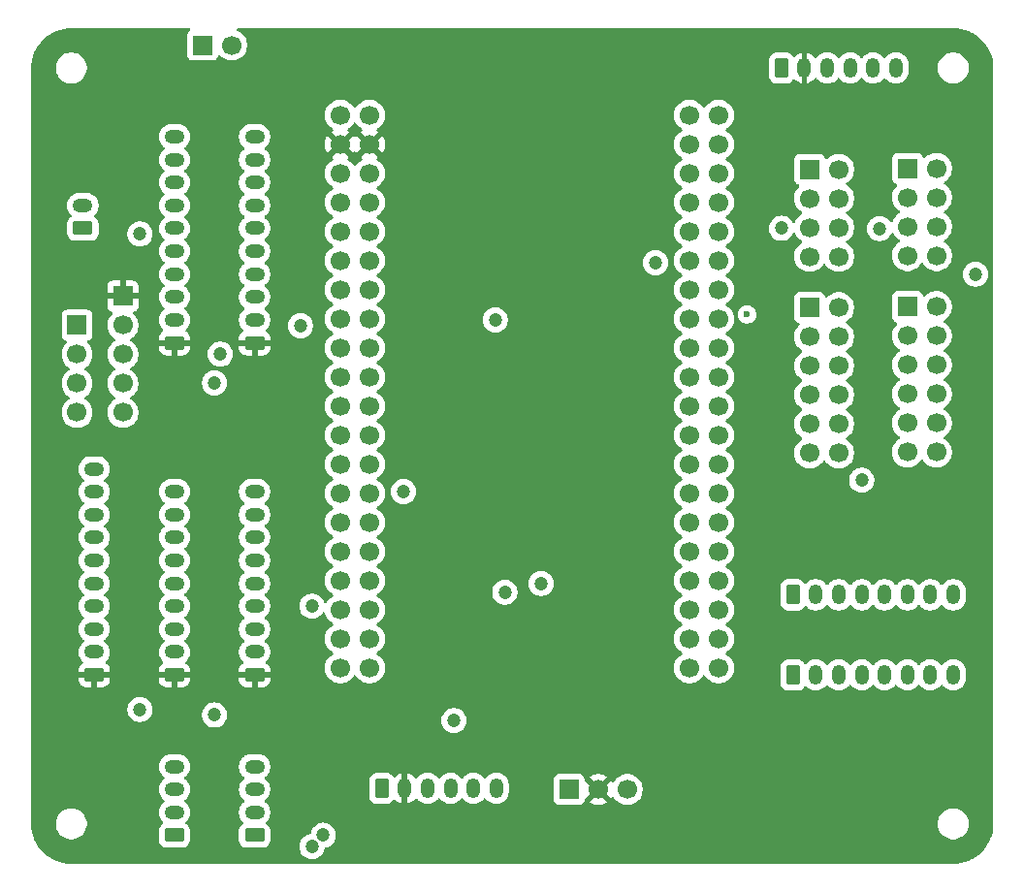
<source format=gbr>
%TF.GenerationSoftware,KiCad,Pcbnew,9.0.2*%
%TF.CreationDate,2025-07-05T12:49:50-04:00*%
%TF.ProjectId,Mainboard H7,4d61696e-626f-4617-9264-2048372e6b69,rev?*%
%TF.SameCoordinates,Original*%
%TF.FileFunction,Copper,L3,Inr*%
%TF.FilePolarity,Positive*%
%FSLAX46Y46*%
G04 Gerber Fmt 4.6, Leading zero omitted, Abs format (unit mm)*
G04 Created by KiCad (PCBNEW 9.0.2) date 2025-07-05 12:49:50*
%MOMM*%
%LPD*%
G01*
G04 APERTURE LIST*
G04 Aperture macros list*
%AMRoundRect*
0 Rectangle with rounded corners*
0 $1 Rounding radius*
0 $2 $3 $4 $5 $6 $7 $8 $9 X,Y pos of 4 corners*
0 Add a 4 corners polygon primitive as box body*
4,1,4,$2,$3,$4,$5,$6,$7,$8,$9,$2,$3,0*
0 Add four circle primitives for the rounded corners*
1,1,$1+$1,$2,$3*
1,1,$1+$1,$4,$5*
1,1,$1+$1,$6,$7*
1,1,$1+$1,$8,$9*
0 Add four rect primitives between the rounded corners*
20,1,$1+$1,$2,$3,$4,$5,0*
20,1,$1+$1,$4,$5,$6,$7,0*
20,1,$1+$1,$6,$7,$8,$9,0*
20,1,$1+$1,$8,$9,$2,$3,0*%
G04 Aperture macros list end*
%TA.AperFunction,ComponentPad*%
%ADD10C,1.700000*%
%TD*%
%TA.AperFunction,ComponentPad*%
%ADD11RoundRect,0.250000X0.625000X-0.350000X0.625000X0.350000X-0.625000X0.350000X-0.625000X-0.350000X0*%
%TD*%
%TA.AperFunction,ComponentPad*%
%ADD12O,1.750000X1.200000*%
%TD*%
%TA.AperFunction,ComponentPad*%
%ADD13RoundRect,0.250000X-0.350000X-0.625000X0.350000X-0.625000X0.350000X0.625000X-0.350000X0.625000X0*%
%TD*%
%TA.AperFunction,ComponentPad*%
%ADD14O,1.200000X1.750000*%
%TD*%
%TA.AperFunction,ComponentPad*%
%ADD15R,1.700000X1.700000*%
%TD*%
%TA.AperFunction,ViaPad*%
%ADD16C,1.200000*%
%TD*%
%TA.AperFunction,ViaPad*%
%ADD17C,0.600000*%
%TD*%
G04 APERTURE END LIST*
D10*
%TO.N,+5V*%
%TO.C,U1*%
X133490000Y-69120000D03*
X136030000Y-69120000D03*
%TO.N,+3V3*%
X133490000Y-71660000D03*
X136030000Y-71660000D03*
%TO.N,unconnected-(U1A-PA11-PadL5)*%
X133490000Y-74200000D03*
%TO.N,unconnected-(U1A-PA12-PadL6)*%
X136030000Y-74200000D03*
%TO.N,M2_INHB*%
X133490000Y-76740000D03*
%TO.N,M2_INHA*%
X136030000Y-76740000D03*
%TO.N,unconnected-(U1A-PA10-PadL9)*%
X133490000Y-79280000D03*
%TO.N,unconnected-(U1A-PA9-PadL10)*%
X136030000Y-79280000D03*
%TO.N,SPI2_MISO*%
X133490000Y-81820000D03*
%TO.N,ADC1_NCS*%
X136030000Y-81820000D03*
%TO.N,E_STOP*%
X133490000Y-84360000D03*
%TO.N,SPI2_MOSI*%
X136030000Y-84360000D03*
%TO.N,CAN_RX*%
X133490000Y-86900000D03*
%TO.N,CAN_TX*%
X136030000Y-86900000D03*
%TO.N,SPI2_SCK*%
X133490000Y-89440000D03*
%TO.N,ADC1_DRDY*%
X136030000Y-89440000D03*
%TO.N,USART_TX*%
X133490000Y-91980000D03*
%TO.N,USART_RX*%
X136030000Y-91980000D03*
%TO.N,ADC2_DRDY*%
X133490000Y-94520000D03*
%TO.N,E1_B*%
X136030000Y-94520000D03*
%TO.N,unconnected-(U1A-PB4-PadL23)*%
X133490000Y-97060000D03*
%TO.N,AUX_INT*%
X136030000Y-97060000D03*
%TO.N,I2C1_SDA*%
X133490000Y-99600000D03*
%TO.N,I2C1_SCL*%
X136030000Y-99600000D03*
%TO.N,unconnected-(U1A-PB9-PadL27)*%
X133490000Y-102140000D03*
%TO.N,ADC2_NCS*%
X136030000Y-102140000D03*
%TO.N,AUX_NCS*%
X133490000Y-104680000D03*
%TO.N,unconnected-(U1A-PA8-PadL30)*%
X136030000Y-104680000D03*
%TO.N,E2_NCS*%
X133490000Y-107220000D03*
%TO.N,M1_DRIVER_NCS*%
X136030000Y-107220000D03*
%TO.N,M2_DRIVER_EN*%
X133490000Y-109760000D03*
%TO.N,M2_DRIVER_NCS*%
X136030000Y-109760000D03*
%TO.N,M2_INHC*%
X133490000Y-112300000D03*
%TO.N,E1_NCS*%
X136030000Y-112300000D03*
%TO.N,SPI3_SCK*%
X133490000Y-114840000D03*
%TO.N,SPI3_MISO*%
X136030000Y-114840000D03*
%TO.N,PROBE_OUT*%
X133490000Y-117380000D03*
%TO.N,SPI3_MOSI*%
X136030000Y-117380000D03*
%TO.N,GND*%
X163970000Y-69120000D03*
X166510000Y-69120000D03*
%TO.N,unconnected-(U1B-PD14-PadR3)*%
X163970000Y-71660000D03*
%TO.N,E1_A*%
X166510000Y-71660000D03*
%TO.N,unconnected-(U1B-PD9-PadR5)*%
X163970000Y-74200000D03*
%TO.N,M1_nFAULT*%
X166510000Y-74200000D03*
%TO.N,M2_INLC*%
X163970000Y-76740000D03*
%TO.N,M1_nOCTW*%
X166510000Y-76740000D03*
%TO.N,M2_nFAULT*%
X163970000Y-79280000D03*
%TO.N,unconnected-(U1B-PB14-PadR10)*%
X166510000Y-79280000D03*
%TO.N,I2C2_SDA*%
X163970000Y-81820000D03*
%TO.N,M2_nOCTW*%
X166510000Y-81820000D03*
%TO.N,unconnected-(U1B-VBAT-PadR13)*%
X163970000Y-84360000D03*
%TO.N,I2C2_SCL*%
X166510000Y-84360000D03*
%TO.N,M1_INHC*%
X163970000Y-86900000D03*
%TO.N,M1_DRIVER_EN*%
X166510000Y-86900000D03*
%TO.N,M1_INHB*%
X163970000Y-89440000D03*
%TO.N,M1_INLC*%
X166510000Y-89440000D03*
%TO.N,M1_INHA*%
X163970000Y-91980000D03*
%TO.N,M1_INLB*%
X166510000Y-91980000D03*
%TO.N,unconnected-(U1B-PE7-PadR21)*%
X163970000Y-94520000D03*
%TO.N,M1_INLA*%
X166510000Y-94520000D03*
%TO.N,M2_INLB*%
X163970000Y-97060000D03*
%TO.N,M2_IOutC*%
X166510000Y-97060000D03*
%TO.N,M1_IRef*%
X163970000Y-99600000D03*
%TO.N,M2_IOutB*%
X166510000Y-99600000D03*
%TO.N,M1_IOutA*%
X163970000Y-102140000D03*
%TO.N,M2_IOutA*%
X166510000Y-102140000D03*
%TO.N,M1_IOutB*%
X163970000Y-104680000D03*
%TO.N,M2_INLA*%
X166510000Y-104680000D03*
%TO.N,M1_IOutC*%
X163970000Y-107220000D03*
%TO.N,M2_IRef*%
X166510000Y-107220000D03*
%TO.N,E2_A*%
X163970000Y-109760000D03*
%TO.N,E2_B*%
X166510000Y-109760000D03*
%TO.N,unconnected-(U1B-PB2-PadR35)*%
X163970000Y-112300000D03*
%TO.N,unconnected-(U1B-PD13-PadR36)*%
X166510000Y-112300000D03*
%TO.N,unconnected-(U1B-PB6-PadR37)*%
X163970000Y-114840000D03*
%TO.N,unconnected-(U1B-PD11-PadR38)*%
X166510000Y-114840000D03*
%TO.N,unconnected-(U1B-PE2-PadR39)*%
X163970000Y-117380000D03*
%TO.N,unconnected-(U1B-PD12-PadR40)*%
X166510000Y-117380000D03*
%TD*%
D11*
%TO.N,+3V3*%
%TO.C,J12*%
X119000000Y-89000000D03*
D12*
%TO.N,GND*%
X119000000Y-87000000D03*
%TO.N,SPI2_MOSI*%
X119000000Y-85000000D03*
%TO.N,GND*%
X119000000Y-83000000D03*
%TO.N,SPI2_MISO*%
X119000000Y-81000000D03*
%TO.N,GND*%
X119000000Y-79000000D03*
%TO.N,SPI2_SCK*%
X119000000Y-77000000D03*
%TO.N,GND*%
X119000000Y-75000000D03*
%TO.N,ADC1_NCS*%
X119000000Y-73000000D03*
%TO.N,ADC1_DRDY*%
X119000000Y-71000000D03*
%TD*%
D13*
%TO.N,GND*%
%TO.C,J7*%
X137100195Y-127899805D03*
D14*
%TO.N,+3V3*%
X139100195Y-127899805D03*
%TO.N,GND*%
X141100195Y-127899805D03*
%TO.N,I2C1_SDA*%
X143100195Y-127899805D03*
%TO.N,GND*%
X145100195Y-127899805D03*
%TO.N,I2C1_SCL*%
X147100195Y-127899805D03*
%TD*%
D15*
%TO.N,GND*%
%TO.C,J18*%
X121460000Y-63000000D03*
D10*
%TO.N,+5V*%
X124000000Y-63000000D03*
%TD*%
D15*
%TO.N,unconnected-(J17-Pin_1-Pad1)*%
%TO.C,J17*%
X110500000Y-87460000D03*
D10*
%TO.N,GND*%
X110500000Y-90000000D03*
%TO.N,USART_TX*%
X110500000Y-92540000D03*
%TO.N,USART_RX*%
X110500000Y-95080000D03*
%TD*%
D11*
%TO.N,+3V3*%
%TO.C,J9*%
X119000000Y-118000000D03*
D12*
%TO.N,GND*%
X119000000Y-116000000D03*
%TO.N,SPI3_MOSI*%
X119000000Y-114000000D03*
%TO.N,GND*%
X119000000Y-112000000D03*
%TO.N,SPI3_MISO*%
X119000000Y-110000000D03*
%TO.N,GND*%
X119000000Y-108000000D03*
%TO.N,SPI3_SCK*%
X119000000Y-106000000D03*
%TO.N,GND*%
X119000000Y-104000000D03*
%TO.N,E1_NCS*%
X119000000Y-102000000D03*
%TD*%
D15*
%TO.N,unconnected-(J6-Pin_1-Pad1)*%
%TO.C,J6*%
X183003750Y-85840000D03*
D10*
%TO.N,M2_DRIVER_EN*%
X185543750Y-85840000D03*
%TO.N,M2_INHA*%
X183003750Y-88380000D03*
%TO.N,M2_INLA*%
X185543750Y-88380000D03*
%TO.N,M2_INHB*%
X183003750Y-90920000D03*
%TO.N,M2_INLB*%
X185543750Y-90920000D03*
%TO.N,M2_INHC*%
X183003750Y-93460000D03*
%TO.N,M2_INLC*%
X185543750Y-93460000D03*
%TO.N,GND*%
X183003750Y-96000000D03*
X185543750Y-96000000D03*
X183003750Y-98540000D03*
X185543750Y-98540000D03*
%TD*%
D15*
%TO.N,GND*%
%TO.C,J3*%
X174460000Y-73840000D03*
D10*
%TO.N,unconnected-(J3-Pin_2-Pad2)*%
X177000000Y-73840000D03*
%TO.N,M1_nOCTW*%
X174460000Y-76380000D03*
%TO.N,M1_nFAULT*%
X177000000Y-76380000D03*
%TO.N,M1_DRIVER_NCS*%
X174460000Y-78920000D03*
%TO.N,SPI3_MOSI*%
X177000000Y-78920000D03*
%TO.N,SPI3_MISO*%
X174460000Y-81460000D03*
%TO.N,SPI3_SCK*%
X177000000Y-81460000D03*
%TD*%
D13*
%TO.N,GND*%
%TO.C,J15*%
X173000000Y-111000000D03*
D14*
%TO.N,M2_IOutA*%
X175000000Y-111000000D03*
%TO.N,M2_IRef*%
X177000000Y-111000000D03*
%TO.N,M2_IOutB*%
X179000000Y-111000000D03*
%TO.N,M2_IRef*%
X181000000Y-111000000D03*
%TO.N,M2_IOutC*%
X183000000Y-111000000D03*
%TO.N,M2_IRef*%
X185000000Y-111000000D03*
%TO.N,GND*%
X187000000Y-111000000D03*
%TD*%
D13*
%TO.N,GND*%
%TO.C,J14*%
X173000000Y-118000000D03*
D14*
%TO.N,M1_IOutA*%
X175000000Y-118000000D03*
%TO.N,M1_IRef*%
X177000000Y-118000000D03*
%TO.N,M1_IOutB*%
X179000000Y-118000000D03*
%TO.N,M1_IRef*%
X181000000Y-118000000D03*
%TO.N,M1_IOutC*%
X183000000Y-118000000D03*
%TO.N,M1_IRef*%
X185000000Y-118000000D03*
%TO.N,GND*%
X187000000Y-118000000D03*
%TD*%
D15*
%TO.N,unconnected-(J4-Pin_1-Pad1)*%
%TO.C,J4*%
X174460000Y-85920000D03*
D10*
%TO.N,M1_DRIVER_EN*%
X177000000Y-85920000D03*
%TO.N,M1_INHA*%
X174460000Y-88460000D03*
%TO.N,M1_INLA*%
X177000000Y-88460000D03*
%TO.N,M1_INHB*%
X174460000Y-91000000D03*
%TO.N,M1_INLB*%
X177000000Y-91000000D03*
%TO.N,M1_INHC*%
X174460000Y-93540000D03*
%TO.N,M1_INLC*%
X177000000Y-93540000D03*
%TO.N,GND*%
X174460000Y-96080000D03*
X177000000Y-96080000D03*
X174460000Y-98620000D03*
X177000000Y-98620000D03*
%TD*%
D11*
%TO.N,GND*%
%TO.C,SW1*%
X111000000Y-79000000D03*
D12*
%TO.N,Net-(R9-Pad2)*%
X111000000Y-77000000D03*
%TD*%
D13*
%TO.N,GND*%
%TO.C,J8*%
X172000000Y-65000000D03*
D14*
%TO.N,+3V3*%
X174000000Y-65000000D03*
%TO.N,GND*%
X176000000Y-65000000D03*
%TO.N,I2C2_SDA*%
X178000000Y-65000000D03*
%TO.N,GND*%
X180000000Y-65000000D03*
%TO.N,I2C2_SCL*%
X182000000Y-65000000D03*
%TD*%
D15*
%TO.N,+3V3*%
%TO.C,J19*%
X114500000Y-84920000D03*
D10*
%TO.N,unconnected-(J19-Pin_2-Pad2)*%
X114500000Y-87460000D03*
%TO.N,GND*%
X114500000Y-90000000D03*
%TO.N,CAN_RX*%
X114500000Y-92540000D03*
%TO.N,CAN_TX*%
X114500000Y-95080000D03*
%TD*%
D11*
%TO.N,E1_A*%
%TO.C,J2*%
X119000000Y-132000000D03*
D12*
%TO.N,GND*%
X119000000Y-130000000D03*
%TO.N,E1_B*%
X119000000Y-128000000D03*
%TO.N,GND*%
X119000000Y-126000000D03*
%TD*%
D11*
%TO.N,+3V3*%
%TO.C,J13*%
X112000000Y-118000000D03*
D12*
%TO.N,GND*%
X112000000Y-116000000D03*
%TO.N,SPI3_MOSI*%
X112000000Y-114000000D03*
%TO.N,GND*%
X112000000Y-112000000D03*
%TO.N,SPI3_MISO*%
X112000000Y-110000000D03*
%TO.N,GND*%
X112000000Y-108000000D03*
%TO.N,SPI3_SCK*%
X112000000Y-106000000D03*
%TO.N,GND*%
X112000000Y-104000000D03*
%TO.N,AUX_NCS*%
X112000000Y-102000000D03*
%TO.N,AUX_INT*%
X112000000Y-100000000D03*
%TD*%
D11*
%TO.N,+3V3*%
%TO.C,J11*%
X126000000Y-89000000D03*
D12*
%TO.N,GND*%
X126000000Y-87000000D03*
%TO.N,SPI2_MOSI*%
X126000000Y-85000000D03*
%TO.N,GND*%
X126000000Y-83000000D03*
%TO.N,SPI2_MISO*%
X126000000Y-81000000D03*
%TO.N,GND*%
X126000000Y-79000000D03*
%TO.N,SPI2_SCK*%
X126000000Y-77000000D03*
%TO.N,GND*%
X126000000Y-75000000D03*
%TO.N,ADC2_NCS*%
X126000000Y-73000000D03*
%TO.N,ADC2_DRDY*%
X126000000Y-71000000D03*
%TD*%
D15*
%TO.N,PROBE_OUT*%
%TO.C,J16*%
X153460000Y-128000000D03*
D10*
%TO.N,+3V3*%
X156000000Y-128000000D03*
%TO.N,GND*%
X158540000Y-128000000D03*
%TD*%
D11*
%TO.N,E2_A*%
%TO.C,J10*%
X126000000Y-132000000D03*
D12*
%TO.N,GND*%
X126000000Y-130000000D03*
%TO.N,E2_B*%
X126000000Y-128000000D03*
%TO.N,GND*%
X126000000Y-126000000D03*
%TD*%
D11*
%TO.N,+3V3*%
%TO.C,J1*%
X126000000Y-118000000D03*
D12*
%TO.N,GND*%
X126000000Y-116000000D03*
%TO.N,SPI3_MOSI*%
X126000000Y-114000000D03*
%TO.N,GND*%
X126000000Y-112000000D03*
%TO.N,SPI3_MISO*%
X126000000Y-110000000D03*
%TO.N,GND*%
X126000000Y-108000000D03*
%TO.N,SPI3_SCK*%
X126000000Y-106000000D03*
%TO.N,GND*%
X126000000Y-104000000D03*
%TO.N,E2_NCS*%
X126000000Y-102000000D03*
%TD*%
D15*
%TO.N,GND*%
%TO.C,J5*%
X183003750Y-73760000D03*
D10*
%TO.N,unconnected-(J5-Pin_2-Pad2)*%
X185543750Y-73760000D03*
%TO.N,M2_nOCTW*%
X183003750Y-76300000D03*
%TO.N,M2_nFAULT*%
X185543750Y-76300000D03*
%TO.N,M2_DRIVER_NCS*%
X183003750Y-78840000D03*
%TO.N,SPI3_MOSI*%
X185543750Y-78840000D03*
%TO.N,SPI3_MISO*%
X183003750Y-81380000D03*
%TO.N,SPI3_SCK*%
X185543750Y-81380000D03*
%TD*%
D16*
%TO.N,+3V3*%
X169000000Y-74000000D03*
X176000000Y-69000000D03*
X172000000Y-71000000D03*
X140012031Y-131725348D03*
X180543750Y-71000000D03*
X160912500Y-65000000D03*
X144000000Y-132000000D03*
X149000000Y-132500000D03*
%TO.N,GND*%
X116000000Y-121000000D03*
X122500000Y-92500000D03*
X122500000Y-121500000D03*
%TO.N,SPI3_SCK*%
X131000000Y-112000000D03*
X188939750Y-83000000D03*
%TO.N,E1_A*%
X147000000Y-87000000D03*
D17*
%TO.N,M1_DRIVER_EN*%
X169000000Y-86528000D03*
D16*
%TO.N,M2_DRIVER_NCS*%
X139000000Y-102000000D03*
%TO.N,M2_nOCTW*%
X172000000Y-79000000D03*
X180575890Y-79015110D03*
%TO.N,M2_INLA*%
X179000000Y-101000000D03*
%TO.N,I2C1_SCL*%
X131000000Y-133000000D03*
%TO.N,I2C1_SDA*%
X132000000Y-132000000D03*
%TO.N,I2C2_SCL*%
X161000000Y-82000000D03*
%TO.N,E2_A*%
X151000000Y-110011000D03*
%TO.N,E2_B*%
X147840193Y-110777494D03*
%TO.N,SPI2_SCK*%
X130000000Y-87500000D03*
%TO.N,ADC1_DRDY*%
X123000000Y-90000000D03*
%TO.N,PROBE_OUT*%
X143400003Y-122000000D03*
%TO.N,E_STOP*%
X116000000Y-79500000D03*
%TD*%
%TA.AperFunction,Conductor*%
%TO.N,+3V3*%
G36*
X135564075Y-71852993D02*
G01*
X135629901Y-71967007D01*
X135722993Y-72060099D01*
X135837007Y-72125925D01*
X135900590Y-72142962D01*
X135268282Y-72775269D01*
X135268282Y-72775270D01*
X135322452Y-72814626D01*
X135322451Y-72814626D01*
X135331495Y-72819234D01*
X135382292Y-72867208D01*
X135399087Y-72935029D01*
X135376550Y-73001164D01*
X135331499Y-73040202D01*
X135322182Y-73044949D01*
X135150213Y-73169890D01*
X134999890Y-73320213D01*
X134874949Y-73492182D01*
X134870484Y-73500946D01*
X134822509Y-73551742D01*
X134754688Y-73568536D01*
X134688553Y-73545998D01*
X134649516Y-73500946D01*
X134645050Y-73492182D01*
X134520109Y-73320213D01*
X134369786Y-73169890D01*
X134197817Y-73044949D01*
X134188504Y-73040204D01*
X134137707Y-72992230D01*
X134120912Y-72924409D01*
X134143449Y-72858274D01*
X134188507Y-72819232D01*
X134197555Y-72814622D01*
X134251716Y-72775270D01*
X134251717Y-72775270D01*
X133619408Y-72142962D01*
X133682993Y-72125925D01*
X133797007Y-72060099D01*
X133890099Y-71967007D01*
X133955925Y-71852993D01*
X133972962Y-71789408D01*
X134605270Y-72421717D01*
X134605270Y-72421716D01*
X134644622Y-72367554D01*
X134649514Y-72357954D01*
X134697488Y-72307157D01*
X134765308Y-72290361D01*
X134831444Y-72312897D01*
X134870486Y-72357954D01*
X134875375Y-72367550D01*
X134914728Y-72421716D01*
X135547037Y-71789408D01*
X135564075Y-71852993D01*
G37*
%TD.AperFunction*%
%TA.AperFunction,Conductor*%
G36*
X134831444Y-69773999D02*
G01*
X134870486Y-69819056D01*
X134874951Y-69827820D01*
X134999890Y-69999786D01*
X135150213Y-70150109D01*
X135322179Y-70275048D01*
X135322181Y-70275049D01*
X135322184Y-70275051D01*
X135331493Y-70279794D01*
X135382290Y-70327766D01*
X135399087Y-70395587D01*
X135376552Y-70461722D01*
X135331505Y-70500760D01*
X135322446Y-70505376D01*
X135322440Y-70505380D01*
X135268282Y-70544727D01*
X135268282Y-70544728D01*
X135900591Y-71177037D01*
X135837007Y-71194075D01*
X135722993Y-71259901D01*
X135629901Y-71352993D01*
X135564075Y-71467007D01*
X135547037Y-71530591D01*
X134914728Y-70898282D01*
X134914727Y-70898282D01*
X134875380Y-70952440D01*
X134870483Y-70962051D01*
X134822506Y-71012845D01*
X134754684Y-71029638D01*
X134688550Y-71007098D01*
X134649516Y-70962048D01*
X134644626Y-70952452D01*
X134605270Y-70898282D01*
X134605269Y-70898282D01*
X133972962Y-71530590D01*
X133955925Y-71467007D01*
X133890099Y-71352993D01*
X133797007Y-71259901D01*
X133682993Y-71194075D01*
X133619409Y-71177037D01*
X134251716Y-70544728D01*
X134197547Y-70505373D01*
X134197547Y-70505372D01*
X134188500Y-70500763D01*
X134137706Y-70452788D01*
X134120912Y-70384966D01*
X134143451Y-70318832D01*
X134188508Y-70279793D01*
X134197816Y-70275051D01*
X134277007Y-70217515D01*
X134369786Y-70150109D01*
X134369788Y-70150106D01*
X134369792Y-70150104D01*
X134520104Y-69999792D01*
X134520106Y-69999788D01*
X134520109Y-69999786D01*
X134645048Y-69827820D01*
X134645047Y-69827820D01*
X134645051Y-69827816D01*
X134649514Y-69819054D01*
X134697488Y-69768259D01*
X134765308Y-69751463D01*
X134831444Y-69773999D01*
G37*
%TD.AperFunction*%
%TA.AperFunction,Conductor*%
G36*
X120336936Y-61520185D02*
G01*
X120382691Y-61572989D01*
X120392635Y-61642147D01*
X120363610Y-61705703D01*
X120344208Y-61723766D01*
X120252455Y-61792452D01*
X120252452Y-61792455D01*
X120166206Y-61907664D01*
X120166202Y-61907671D01*
X120115908Y-62042517D01*
X120109501Y-62102116D01*
X120109500Y-62102135D01*
X120109500Y-63897870D01*
X120109501Y-63897876D01*
X120115908Y-63957483D01*
X120166202Y-64092328D01*
X120166206Y-64092335D01*
X120252452Y-64207544D01*
X120252455Y-64207547D01*
X120367664Y-64293793D01*
X120367671Y-64293797D01*
X120502517Y-64344091D01*
X120502516Y-64344091D01*
X120509444Y-64344835D01*
X120562127Y-64350500D01*
X122357872Y-64350499D01*
X122417483Y-64344091D01*
X122552331Y-64293796D01*
X122667546Y-64207546D01*
X122753796Y-64092331D01*
X122802810Y-63960916D01*
X122844681Y-63904984D01*
X122910145Y-63880566D01*
X122978418Y-63895417D01*
X123006673Y-63916569D01*
X123120213Y-64030109D01*
X123292179Y-64155048D01*
X123292181Y-64155049D01*
X123292184Y-64155051D01*
X123481588Y-64251557D01*
X123683757Y-64317246D01*
X123893713Y-64350500D01*
X123893714Y-64350500D01*
X124106286Y-64350500D01*
X124106287Y-64350500D01*
X124267394Y-64324983D01*
X170899500Y-64324983D01*
X170899500Y-65675001D01*
X170899501Y-65675018D01*
X170910000Y-65777796D01*
X170910001Y-65777799D01*
X170943797Y-65879786D01*
X170965186Y-65944334D01*
X171057288Y-66093656D01*
X171181344Y-66217712D01*
X171330666Y-66309814D01*
X171497203Y-66364999D01*
X171599991Y-66375500D01*
X172400008Y-66375499D01*
X172400016Y-66375498D01*
X172400019Y-66375498D01*
X172456302Y-66369748D01*
X172502797Y-66364999D01*
X172669334Y-66309814D01*
X172818656Y-66217712D01*
X172942712Y-66093656D01*
X172982581Y-66029016D01*
X173034525Y-65982294D01*
X173103488Y-65971071D01*
X173167570Y-65998914D01*
X173175799Y-66006434D01*
X173283397Y-66114032D01*
X173423475Y-66215804D01*
X173577744Y-66294408D01*
X173742415Y-66347914D01*
X173742414Y-66347914D01*
X173749999Y-66349115D01*
X173750000Y-66349114D01*
X173750000Y-65280330D01*
X173769745Y-65300075D01*
X173855255Y-65349444D01*
X173950630Y-65375000D01*
X174049370Y-65375000D01*
X174144745Y-65349444D01*
X174230255Y-65300075D01*
X174250000Y-65280330D01*
X174250000Y-66349115D01*
X174257584Y-66347914D01*
X174422255Y-66294408D01*
X174576524Y-66215804D01*
X174716602Y-66114032D01*
X174839036Y-65991598D01*
X174899371Y-65908552D01*
X174954700Y-65865886D01*
X175024313Y-65859905D01*
X175086109Y-65892510D01*
X175100008Y-65908550D01*
X175100318Y-65908976D01*
X175160586Y-65991928D01*
X175283072Y-66114414D01*
X175423212Y-66216232D01*
X175577555Y-66294873D01*
X175742299Y-66348402D01*
X175913389Y-66375500D01*
X175913390Y-66375500D01*
X176086610Y-66375500D01*
X176086611Y-66375500D01*
X176257701Y-66348402D01*
X176422445Y-66294873D01*
X176576788Y-66216232D01*
X176716928Y-66114414D01*
X176839414Y-65991928D01*
X176899682Y-65908975D01*
X176955012Y-65866311D01*
X177024626Y-65860332D01*
X177086421Y-65892938D01*
X177100315Y-65908973D01*
X177160586Y-65991928D01*
X177283072Y-66114414D01*
X177423212Y-66216232D01*
X177577555Y-66294873D01*
X177742299Y-66348402D01*
X177913389Y-66375500D01*
X177913390Y-66375500D01*
X178086610Y-66375500D01*
X178086611Y-66375500D01*
X178257701Y-66348402D01*
X178422445Y-66294873D01*
X178576788Y-66216232D01*
X178716928Y-66114414D01*
X178839414Y-65991928D01*
X178899682Y-65908975D01*
X178955012Y-65866311D01*
X179024626Y-65860332D01*
X179086421Y-65892938D01*
X179100315Y-65908973D01*
X179160586Y-65991928D01*
X179283072Y-66114414D01*
X179423212Y-66216232D01*
X179577555Y-66294873D01*
X179742299Y-66348402D01*
X179913389Y-66375500D01*
X179913390Y-66375500D01*
X180086610Y-66375500D01*
X180086611Y-66375500D01*
X180257701Y-66348402D01*
X180422445Y-66294873D01*
X180576788Y-66216232D01*
X180716928Y-66114414D01*
X180839414Y-65991928D01*
X180899682Y-65908975D01*
X180955012Y-65866311D01*
X181024626Y-65860332D01*
X181086421Y-65892938D01*
X181100315Y-65908973D01*
X181160586Y-65991928D01*
X181283072Y-66114414D01*
X181423212Y-66216232D01*
X181577555Y-66294873D01*
X181742299Y-66348402D01*
X181913389Y-66375500D01*
X181913390Y-66375500D01*
X182086610Y-66375500D01*
X182086611Y-66375500D01*
X182257701Y-66348402D01*
X182422445Y-66294873D01*
X182576788Y-66216232D01*
X182716928Y-66114414D01*
X182839414Y-65991928D01*
X182941232Y-65851788D01*
X183019873Y-65697445D01*
X183073402Y-65532701D01*
X183100500Y-65361611D01*
X183100500Y-64893713D01*
X185649500Y-64893713D01*
X185649500Y-65106287D01*
X185682754Y-65316243D01*
X185701845Y-65375000D01*
X185748444Y-65518414D01*
X185844951Y-65707820D01*
X185969890Y-65879786D01*
X186120213Y-66030109D01*
X186292179Y-66155048D01*
X186292181Y-66155049D01*
X186292184Y-66155051D01*
X186481588Y-66251557D01*
X186683757Y-66317246D01*
X186893713Y-66350500D01*
X186893714Y-66350500D01*
X187106286Y-66350500D01*
X187106287Y-66350500D01*
X187316243Y-66317246D01*
X187518412Y-66251557D01*
X187707816Y-66155051D01*
X187729789Y-66139086D01*
X187879786Y-66030109D01*
X187879788Y-66030106D01*
X187879792Y-66030104D01*
X188030104Y-65879792D01*
X188030106Y-65879788D01*
X188030109Y-65879786D01*
X188155048Y-65707820D01*
X188155047Y-65707820D01*
X188155051Y-65707816D01*
X188251557Y-65518412D01*
X188317246Y-65316243D01*
X188350500Y-65106287D01*
X188350500Y-64893713D01*
X188317246Y-64683757D01*
X188251557Y-64481588D01*
X188155051Y-64292184D01*
X188155049Y-64292181D01*
X188155048Y-64292179D01*
X188030109Y-64120213D01*
X187879786Y-63969890D01*
X187707820Y-63844951D01*
X187518414Y-63748444D01*
X187518413Y-63748443D01*
X187518412Y-63748443D01*
X187316243Y-63682754D01*
X187316241Y-63682753D01*
X187316240Y-63682753D01*
X187154957Y-63657208D01*
X187106287Y-63649500D01*
X186893713Y-63649500D01*
X186845042Y-63657208D01*
X186683760Y-63682753D01*
X186481585Y-63748444D01*
X186292179Y-63844951D01*
X186120213Y-63969890D01*
X185969890Y-64120213D01*
X185844951Y-64292179D01*
X185748444Y-64481585D01*
X185682753Y-64683760D01*
X185663788Y-64803504D01*
X185649500Y-64893713D01*
X183100500Y-64893713D01*
X183100500Y-64638389D01*
X183073402Y-64467299D01*
X183019873Y-64302555D01*
X182941232Y-64148212D01*
X182839414Y-64008072D01*
X182716928Y-63885586D01*
X182576788Y-63783768D01*
X182422445Y-63705127D01*
X182257701Y-63651598D01*
X182257699Y-63651597D01*
X182257698Y-63651597D01*
X182126271Y-63630781D01*
X182086611Y-63624500D01*
X181913389Y-63624500D01*
X181873728Y-63630781D01*
X181742302Y-63651597D01*
X181577552Y-63705128D01*
X181423211Y-63783768D01*
X181343256Y-63841859D01*
X181283072Y-63885586D01*
X181283070Y-63885588D01*
X181283069Y-63885588D01*
X181160588Y-64008069D01*
X181160581Y-64008078D01*
X181100317Y-64091023D01*
X181044987Y-64133689D01*
X180975374Y-64139667D01*
X180913579Y-64107061D01*
X180899683Y-64091023D01*
X180839418Y-64008078D01*
X180839414Y-64008072D01*
X180716928Y-63885586D01*
X180576788Y-63783768D01*
X180422445Y-63705127D01*
X180257701Y-63651598D01*
X180257699Y-63651597D01*
X180257698Y-63651597D01*
X180126271Y-63630781D01*
X180086611Y-63624500D01*
X179913389Y-63624500D01*
X179873728Y-63630781D01*
X179742302Y-63651597D01*
X179577552Y-63705128D01*
X179423211Y-63783768D01*
X179343256Y-63841859D01*
X179283072Y-63885586D01*
X179283070Y-63885588D01*
X179283069Y-63885588D01*
X179160588Y-64008069D01*
X179160581Y-64008078D01*
X179100317Y-64091023D01*
X179044987Y-64133689D01*
X178975374Y-64139667D01*
X178913579Y-64107061D01*
X178899683Y-64091023D01*
X178839418Y-64008078D01*
X178839414Y-64008072D01*
X178716928Y-63885586D01*
X178576788Y-63783768D01*
X178422445Y-63705127D01*
X178257701Y-63651598D01*
X178257699Y-63651597D01*
X178257698Y-63651597D01*
X178126271Y-63630781D01*
X178086611Y-63624500D01*
X177913389Y-63624500D01*
X177873728Y-63630781D01*
X177742302Y-63651597D01*
X177577552Y-63705128D01*
X177423211Y-63783768D01*
X177343256Y-63841859D01*
X177283072Y-63885586D01*
X177283070Y-63885588D01*
X177283069Y-63885588D01*
X177160588Y-64008069D01*
X177160581Y-64008078D01*
X177100317Y-64091023D01*
X177044987Y-64133689D01*
X176975374Y-64139667D01*
X176913579Y-64107061D01*
X176899683Y-64091023D01*
X176839418Y-64008078D01*
X176839414Y-64008072D01*
X176716928Y-63885586D01*
X176576788Y-63783768D01*
X176422445Y-63705127D01*
X176257701Y-63651598D01*
X176257699Y-63651597D01*
X176257698Y-63651597D01*
X176126271Y-63630781D01*
X176086611Y-63624500D01*
X175913389Y-63624500D01*
X175873728Y-63630781D01*
X175742302Y-63651597D01*
X175577552Y-63705128D01*
X175423211Y-63783768D01*
X175343256Y-63841859D01*
X175283072Y-63885586D01*
X175283070Y-63885588D01*
X175283069Y-63885588D01*
X175160585Y-64008072D01*
X175100007Y-64091450D01*
X175044677Y-64134115D01*
X174975063Y-64140093D01*
X174913269Y-64107486D01*
X174899371Y-64091447D01*
X174839036Y-64008401D01*
X174716602Y-63885967D01*
X174576524Y-63784195D01*
X174422257Y-63705591D01*
X174257589Y-63652087D01*
X174257581Y-63652085D01*
X174250000Y-63650884D01*
X174250000Y-64719670D01*
X174230255Y-64699925D01*
X174144745Y-64650556D01*
X174049370Y-64625000D01*
X173950630Y-64625000D01*
X173855255Y-64650556D01*
X173769745Y-64699925D01*
X173750000Y-64719670D01*
X173750000Y-63650884D01*
X173749999Y-63650884D01*
X173742418Y-63652085D01*
X173742410Y-63652087D01*
X173577742Y-63705591D01*
X173423475Y-63784195D01*
X173283401Y-63885964D01*
X173175799Y-63993566D01*
X173114476Y-64027050D01*
X173044784Y-64022066D01*
X172988851Y-63980194D01*
X172982585Y-63970988D01*
X172942712Y-63906344D01*
X172818656Y-63782288D01*
X172725888Y-63725069D01*
X172669336Y-63690187D01*
X172669331Y-63690185D01*
X172667862Y-63689698D01*
X172502797Y-63635001D01*
X172502795Y-63635000D01*
X172400010Y-63624500D01*
X171599998Y-63624500D01*
X171599980Y-63624501D01*
X171497203Y-63635000D01*
X171497200Y-63635001D01*
X171330668Y-63690185D01*
X171330663Y-63690187D01*
X171181342Y-63782289D01*
X171057289Y-63906342D01*
X170965187Y-64055663D01*
X170965185Y-64055668D01*
X170943799Y-64120208D01*
X170910001Y-64222203D01*
X170910001Y-64222204D01*
X170910000Y-64222204D01*
X170899500Y-64324983D01*
X124267394Y-64324983D01*
X124316243Y-64317246D01*
X124518412Y-64251557D01*
X124707816Y-64155051D01*
X124844613Y-64055663D01*
X124879786Y-64030109D01*
X124879788Y-64030106D01*
X124879792Y-64030104D01*
X125030104Y-63879792D01*
X125030106Y-63879788D01*
X125030109Y-63879786D01*
X125155048Y-63707820D01*
X125155047Y-63707820D01*
X125155051Y-63707816D01*
X125251557Y-63518412D01*
X125317246Y-63316243D01*
X125350500Y-63106287D01*
X125350500Y-62893713D01*
X125317246Y-62683757D01*
X125251557Y-62481588D01*
X125155051Y-62292184D01*
X125155049Y-62292181D01*
X125155048Y-62292179D01*
X125030109Y-62120213D01*
X124879786Y-61969890D01*
X124707820Y-61844951D01*
X124518414Y-61748444D01*
X124518413Y-61748443D01*
X124518412Y-61748443D01*
X124499907Y-61742430D01*
X124442232Y-61702994D01*
X124415034Y-61638635D01*
X124426949Y-61569789D01*
X124474193Y-61518313D01*
X124538226Y-61500500D01*
X186934108Y-61500500D01*
X186996949Y-61500500D01*
X187003032Y-61500648D01*
X187336929Y-61517052D01*
X187349037Y-61518245D01*
X187362116Y-61520185D01*
X187676699Y-61566849D01*
X187688617Y-61569219D01*
X188009951Y-61649709D01*
X188021588Y-61653240D01*
X188031493Y-61656784D01*
X188333467Y-61764832D01*
X188344688Y-61769479D01*
X188644163Y-61911120D01*
X188654871Y-61916844D01*
X188938988Y-62087137D01*
X188949103Y-62093895D01*
X188973422Y-62111931D01*
X189215170Y-62291224D01*
X189224576Y-62298944D01*
X189470013Y-62521395D01*
X189478604Y-62529986D01*
X189617974Y-62683757D01*
X189701055Y-62775423D01*
X189708775Y-62784829D01*
X189906102Y-63050893D01*
X189912862Y-63061011D01*
X190041776Y-63276092D01*
X190083148Y-63345116D01*
X190088883Y-63355844D01*
X190228764Y-63651598D01*
X190230514Y-63655297D01*
X190235170Y-63666540D01*
X190346759Y-63978411D01*
X190350292Y-63990055D01*
X190430777Y-64311369D01*
X190433151Y-64323305D01*
X190481754Y-64650962D01*
X190482947Y-64663071D01*
X190499351Y-64996966D01*
X190499500Y-65003051D01*
X190499500Y-130996948D01*
X190499351Y-131003033D01*
X190482947Y-131336928D01*
X190481754Y-131349037D01*
X190433151Y-131676694D01*
X190430777Y-131688630D01*
X190350292Y-132009944D01*
X190346759Y-132021588D01*
X190235170Y-132333459D01*
X190230514Y-132344702D01*
X190088885Y-132644151D01*
X190083148Y-132654883D01*
X189912862Y-132938988D01*
X189906102Y-132949106D01*
X189708775Y-133215170D01*
X189701055Y-133224576D01*
X189478611Y-133470006D01*
X189470006Y-133478611D01*
X189224576Y-133701055D01*
X189215170Y-133708775D01*
X188949106Y-133906102D01*
X188938988Y-133912862D01*
X188654883Y-134083148D01*
X188644151Y-134088885D01*
X188344702Y-134230514D01*
X188333459Y-134235170D01*
X188021588Y-134346759D01*
X188009944Y-134350292D01*
X187688630Y-134430777D01*
X187676694Y-134433151D01*
X187349037Y-134481754D01*
X187336928Y-134482947D01*
X187021989Y-134498419D01*
X187003031Y-134499351D01*
X186996949Y-134499500D01*
X110003051Y-134499500D01*
X109996968Y-134499351D01*
X109976900Y-134498365D01*
X109663071Y-134482947D01*
X109650962Y-134481754D01*
X109323305Y-134433151D01*
X109311369Y-134430777D01*
X108990055Y-134350292D01*
X108978411Y-134346759D01*
X108666540Y-134235170D01*
X108655301Y-134230515D01*
X108355844Y-134088883D01*
X108345121Y-134083150D01*
X108061011Y-133912862D01*
X108050893Y-133906102D01*
X107784829Y-133708775D01*
X107775423Y-133701055D01*
X107638315Y-133576788D01*
X107529986Y-133478604D01*
X107521395Y-133470013D01*
X107298944Y-133224576D01*
X107291224Y-133215170D01*
X107191034Y-133080080D01*
X107093895Y-132949103D01*
X107087137Y-132938988D01*
X107027453Y-132839411D01*
X106916844Y-132654871D01*
X106911120Y-132644163D01*
X106769479Y-132344688D01*
X106764829Y-132333459D01*
X106746800Y-132283072D01*
X106692902Y-132132438D01*
X106653240Y-132021588D01*
X106649707Y-132009944D01*
X106569219Y-131688617D01*
X106566848Y-131676694D01*
X106555470Y-131599992D01*
X106518245Y-131349037D01*
X106517052Y-131336927D01*
X106516744Y-131330666D01*
X106500649Y-131003032D01*
X106500500Y-130996948D01*
X106500500Y-130893713D01*
X108649500Y-130893713D01*
X108649500Y-131106287D01*
X108659534Y-131169644D01*
X108677499Y-131283069D01*
X108682754Y-131316243D01*
X108717510Y-131423212D01*
X108748444Y-131518414D01*
X108844951Y-131707820D01*
X108969890Y-131879786D01*
X109120213Y-132030109D01*
X109292179Y-132155048D01*
X109292181Y-132155049D01*
X109292184Y-132155051D01*
X109481588Y-132251557D01*
X109683757Y-132317246D01*
X109893713Y-132350500D01*
X109893714Y-132350500D01*
X110106286Y-132350500D01*
X110106287Y-132350500D01*
X110316243Y-132317246D01*
X110518412Y-132251557D01*
X110707816Y-132155051D01*
X110729789Y-132139086D01*
X110879786Y-132030109D01*
X110879788Y-132030106D01*
X110879792Y-132030104D01*
X111030104Y-131879792D01*
X111030106Y-131879788D01*
X111030109Y-131879786D01*
X111155048Y-131707820D01*
X111155047Y-131707820D01*
X111155051Y-131707816D01*
X111251557Y-131518412D01*
X111317246Y-131316243D01*
X111350500Y-131106287D01*
X111350500Y-130893713D01*
X111317246Y-130683757D01*
X111251557Y-130481588D01*
X111155051Y-130292184D01*
X111155049Y-130292181D01*
X111155048Y-130292179D01*
X111030109Y-130120213D01*
X110879786Y-129969890D01*
X110707820Y-129844951D01*
X110518414Y-129748444D01*
X110518413Y-129748443D01*
X110518412Y-129748443D01*
X110316243Y-129682754D01*
X110316241Y-129682753D01*
X110316240Y-129682753D01*
X110154957Y-129657208D01*
X110106287Y-129649500D01*
X109893713Y-129649500D01*
X109845042Y-129657208D01*
X109683760Y-129682753D01*
X109481585Y-129748444D01*
X109292179Y-129844951D01*
X109120213Y-129969890D01*
X108969890Y-130120213D01*
X108844951Y-130292179D01*
X108748444Y-130481585D01*
X108748443Y-130481587D01*
X108748443Y-130481588D01*
X108715598Y-130582672D01*
X108682753Y-130683760D01*
X108660467Y-130824468D01*
X108649500Y-130893713D01*
X106500500Y-130893713D01*
X106500500Y-125913389D01*
X117624500Y-125913389D01*
X117624500Y-126086611D01*
X117651598Y-126257701D01*
X117705127Y-126422445D01*
X117783768Y-126576788D01*
X117885586Y-126716928D01*
X118008072Y-126839414D01*
X118025257Y-126851899D01*
X118091023Y-126899683D01*
X118133689Y-126955013D01*
X118139667Y-127024626D01*
X118107061Y-127086421D01*
X118091023Y-127100317D01*
X118008078Y-127160581D01*
X118008069Y-127160588D01*
X117885588Y-127283069D01*
X117885588Y-127283070D01*
X117885586Y-127283072D01*
X117877265Y-127294525D01*
X117783768Y-127423211D01*
X117705128Y-127577552D01*
X117651597Y-127742302D01*
X117641349Y-127807007D01*
X117624500Y-127913389D01*
X117624500Y-128086611D01*
X117651598Y-128257701D01*
X117705127Y-128422445D01*
X117783768Y-128576788D01*
X117885586Y-128716928D01*
X118008072Y-128839414D01*
X118014578Y-128844141D01*
X118091023Y-128899683D01*
X118133689Y-128955013D01*
X118139667Y-129024626D01*
X118107061Y-129086421D01*
X118091023Y-129100317D01*
X118008078Y-129160581D01*
X118008069Y-129160588D01*
X117885588Y-129283069D01*
X117885588Y-129283070D01*
X117885586Y-129283072D01*
X117860757Y-129317246D01*
X117783768Y-129423211D01*
X117705128Y-129577552D01*
X117651597Y-129742302D01*
X117624500Y-129913389D01*
X117624500Y-130086611D01*
X117651598Y-130257701D01*
X117705127Y-130422445D01*
X117783768Y-130576788D01*
X117885586Y-130716928D01*
X117885588Y-130716930D01*
X117993127Y-130824469D01*
X118026612Y-130885792D01*
X118021628Y-130955484D01*
X117979756Y-131011417D01*
X117970544Y-131017688D01*
X117906344Y-131057287D01*
X117782289Y-131181342D01*
X117690187Y-131330663D01*
X117690186Y-131330666D01*
X117635001Y-131497203D01*
X117635001Y-131497204D01*
X117635000Y-131497204D01*
X117624500Y-131599983D01*
X117624500Y-132400001D01*
X117624501Y-132400019D01*
X117635000Y-132502796D01*
X117635001Y-132502799D01*
X117659519Y-132576788D01*
X117690186Y-132669334D01*
X117782288Y-132818656D01*
X117906344Y-132942712D01*
X118055666Y-133034814D01*
X118222203Y-133089999D01*
X118324991Y-133100500D01*
X119675008Y-133100499D01*
X119777797Y-133089999D01*
X119944334Y-133034814D01*
X120093656Y-132942712D01*
X120217712Y-132818656D01*
X120309814Y-132669334D01*
X120364999Y-132502797D01*
X120375500Y-132400009D01*
X120375499Y-131599992D01*
X120364999Y-131497203D01*
X120309814Y-131330666D01*
X120217712Y-131181344D01*
X120093656Y-131057288D01*
X120093652Y-131057285D01*
X120029456Y-131017688D01*
X119982731Y-130965740D01*
X119971510Y-130896777D01*
X119999353Y-130832695D01*
X120006850Y-130824491D01*
X120114414Y-130716928D01*
X120216232Y-130576788D01*
X120294873Y-130422445D01*
X120348402Y-130257701D01*
X120375500Y-130086611D01*
X120375500Y-129913389D01*
X120348402Y-129742299D01*
X120294873Y-129577555D01*
X120216232Y-129423212D01*
X120114414Y-129283072D01*
X119991928Y-129160586D01*
X119908975Y-129100317D01*
X119866311Y-129044988D01*
X119860332Y-128975374D01*
X119892938Y-128913579D01*
X119908976Y-128899682D01*
X119991928Y-128839414D01*
X120114414Y-128716928D01*
X120216232Y-128576788D01*
X120294873Y-128422445D01*
X120348402Y-128257701D01*
X120375500Y-128086611D01*
X120375500Y-127913389D01*
X120348402Y-127742299D01*
X120294873Y-127577555D01*
X120216232Y-127423212D01*
X120114414Y-127283072D01*
X119991928Y-127160586D01*
X119908975Y-127100317D01*
X119866311Y-127044988D01*
X119860332Y-126975374D01*
X119892938Y-126913579D01*
X119908976Y-126899682D01*
X119991928Y-126839414D01*
X120114414Y-126716928D01*
X120216232Y-126576788D01*
X120294873Y-126422445D01*
X120348402Y-126257701D01*
X120375500Y-126086611D01*
X120375500Y-125913389D01*
X124624500Y-125913389D01*
X124624500Y-126086611D01*
X124651598Y-126257701D01*
X124705127Y-126422445D01*
X124783768Y-126576788D01*
X124885586Y-126716928D01*
X125008072Y-126839414D01*
X125025257Y-126851899D01*
X125091023Y-126899683D01*
X125133689Y-126955013D01*
X125139667Y-127024626D01*
X125107061Y-127086421D01*
X125091023Y-127100317D01*
X125008078Y-127160581D01*
X125008069Y-127160588D01*
X124885588Y-127283069D01*
X124885588Y-127283070D01*
X124885586Y-127283072D01*
X124877265Y-127294525D01*
X124783768Y-127423211D01*
X124705128Y-127577552D01*
X124651597Y-127742302D01*
X124641349Y-127807007D01*
X124624500Y-127913389D01*
X124624500Y-128086611D01*
X124651598Y-128257701D01*
X124705127Y-128422445D01*
X124783768Y-128576788D01*
X124885586Y-128716928D01*
X125008072Y-128839414D01*
X125014578Y-128844141D01*
X125091023Y-128899683D01*
X125133689Y-128955013D01*
X125139667Y-129024626D01*
X125107061Y-129086421D01*
X125091023Y-129100317D01*
X125008078Y-129160581D01*
X125008069Y-129160588D01*
X124885588Y-129283069D01*
X124885588Y-129283070D01*
X124885586Y-129283072D01*
X124860757Y-129317246D01*
X124783768Y-129423211D01*
X124705128Y-129577552D01*
X124651597Y-129742302D01*
X124624500Y-129913389D01*
X124624500Y-130086611D01*
X124651598Y-130257701D01*
X124705127Y-130422445D01*
X124783768Y-130576788D01*
X124885586Y-130716928D01*
X124885588Y-130716930D01*
X124993127Y-130824469D01*
X125026612Y-130885792D01*
X125021628Y-130955484D01*
X124979756Y-131011417D01*
X124970544Y-131017688D01*
X124906344Y-131057287D01*
X124782289Y-131181342D01*
X124690187Y-131330663D01*
X124690186Y-131330666D01*
X124635001Y-131497203D01*
X124635001Y-131497204D01*
X124635000Y-131497204D01*
X124624500Y-131599983D01*
X124624500Y-132400001D01*
X124624501Y-132400019D01*
X124635000Y-132502796D01*
X124635001Y-132502799D01*
X124659519Y-132576788D01*
X124690186Y-132669334D01*
X124782288Y-132818656D01*
X124906344Y-132942712D01*
X125055666Y-133034814D01*
X125222203Y-133089999D01*
X125324991Y-133100500D01*
X126675008Y-133100499D01*
X126777797Y-133089999D01*
X126944334Y-133034814D01*
X127093656Y-132942712D01*
X127122979Y-132913389D01*
X129899500Y-132913389D01*
X129899500Y-133086611D01*
X129901700Y-133100499D01*
X129921351Y-133224576D01*
X129926598Y-133257701D01*
X129980127Y-133422445D01*
X130058768Y-133576788D01*
X130160586Y-133716928D01*
X130283072Y-133839414D01*
X130423212Y-133941232D01*
X130577555Y-134019873D01*
X130742299Y-134073402D01*
X130913389Y-134100500D01*
X130913390Y-134100500D01*
X131086610Y-134100500D01*
X131086611Y-134100500D01*
X131257701Y-134073402D01*
X131422445Y-134019873D01*
X131576788Y-133941232D01*
X131716928Y-133839414D01*
X131839414Y-133716928D01*
X131941232Y-133576788D01*
X132019873Y-133422445D01*
X132073402Y-133257701D01*
X132084507Y-133187579D01*
X132114435Y-133124448D01*
X132173746Y-133087516D01*
X132187564Y-133084510D01*
X132257701Y-133073402D01*
X132422445Y-133019873D01*
X132576788Y-132941232D01*
X132716928Y-132839414D01*
X132839414Y-132716928D01*
X132941232Y-132576788D01*
X133019873Y-132422445D01*
X133073402Y-132257701D01*
X133100500Y-132086611D01*
X133100500Y-131913389D01*
X133073402Y-131742299D01*
X133019873Y-131577555D01*
X132941232Y-131423212D01*
X132839414Y-131283072D01*
X132716928Y-131160586D01*
X132576788Y-131058768D01*
X132573877Y-131057285D01*
X132460126Y-130999326D01*
X132460124Y-130999324D01*
X132422450Y-130980129D01*
X132422447Y-130980128D01*
X132422445Y-130980127D01*
X132257701Y-130926598D01*
X132257699Y-130926597D01*
X132257698Y-130926597D01*
X132126271Y-130905781D01*
X132086611Y-130899500D01*
X131913389Y-130899500D01*
X131873728Y-130905781D01*
X131742302Y-130926597D01*
X131577552Y-130980128D01*
X131423211Y-131058768D01*
X131357809Y-131106286D01*
X131283072Y-131160586D01*
X131283070Y-131160588D01*
X131283069Y-131160588D01*
X131160588Y-131283069D01*
X131160588Y-131283070D01*
X131160586Y-131283072D01*
X131136489Y-131316239D01*
X131058768Y-131423211D01*
X130980128Y-131577552D01*
X130926597Y-131742302D01*
X130915492Y-131812417D01*
X130885563Y-131875552D01*
X130826251Y-131912483D01*
X130812417Y-131915492D01*
X130742302Y-131926597D01*
X130577552Y-131980128D01*
X130423211Y-132058768D01*
X130343256Y-132116859D01*
X130283072Y-132160586D01*
X130283070Y-132160588D01*
X130283069Y-132160588D01*
X130160588Y-132283069D01*
X130160588Y-132283070D01*
X130160586Y-132283072D01*
X130135757Y-132317246D01*
X130058768Y-132423211D01*
X129980128Y-132577552D01*
X129926597Y-132742302D01*
X129914504Y-132818656D01*
X129899500Y-132913389D01*
X127122979Y-132913389D01*
X127217712Y-132818656D01*
X127309814Y-132669334D01*
X127364999Y-132502797D01*
X127375500Y-132400009D01*
X127375499Y-131599992D01*
X127364999Y-131497203D01*
X127309814Y-131330666D01*
X127217712Y-131181344D01*
X127093656Y-131057288D01*
X127093652Y-131057285D01*
X127029456Y-131017688D01*
X126982731Y-130965740D01*
X126971510Y-130896777D01*
X126972841Y-130893713D01*
X185649500Y-130893713D01*
X185649500Y-131106287D01*
X185659534Y-131169644D01*
X185677499Y-131283069D01*
X185682754Y-131316243D01*
X185717510Y-131423212D01*
X185748444Y-131518414D01*
X185844951Y-131707820D01*
X185969890Y-131879786D01*
X186120213Y-132030109D01*
X186292179Y-132155048D01*
X186292181Y-132155049D01*
X186292184Y-132155051D01*
X186481588Y-132251557D01*
X186683757Y-132317246D01*
X186893713Y-132350500D01*
X186893714Y-132350500D01*
X187106286Y-132350500D01*
X187106287Y-132350500D01*
X187316243Y-132317246D01*
X187518412Y-132251557D01*
X187707816Y-132155051D01*
X187729789Y-132139086D01*
X187879786Y-132030109D01*
X187879788Y-132030106D01*
X187879792Y-132030104D01*
X188030104Y-131879792D01*
X188030106Y-131879788D01*
X188030109Y-131879786D01*
X188155048Y-131707820D01*
X188155047Y-131707820D01*
X188155051Y-131707816D01*
X188251557Y-131518412D01*
X188317246Y-131316243D01*
X188350500Y-131106287D01*
X188350500Y-130893713D01*
X188317246Y-130683757D01*
X188251557Y-130481588D01*
X188155051Y-130292184D01*
X188155049Y-130292181D01*
X188155048Y-130292179D01*
X188030109Y-130120213D01*
X187879786Y-129969890D01*
X187707820Y-129844951D01*
X187518414Y-129748444D01*
X187518413Y-129748443D01*
X187518412Y-129748443D01*
X187316243Y-129682754D01*
X187316241Y-129682753D01*
X187316240Y-129682753D01*
X187154957Y-129657208D01*
X187106287Y-129649500D01*
X186893713Y-129649500D01*
X186845042Y-129657208D01*
X186683760Y-129682753D01*
X186481585Y-129748444D01*
X186292179Y-129844951D01*
X186120213Y-129969890D01*
X185969890Y-130120213D01*
X185844951Y-130292179D01*
X185748444Y-130481585D01*
X185748443Y-130481587D01*
X185748443Y-130481588D01*
X185715598Y-130582672D01*
X185682753Y-130683760D01*
X185660467Y-130824468D01*
X185649500Y-130893713D01*
X126972841Y-130893713D01*
X126999353Y-130832695D01*
X127006850Y-130824491D01*
X127114414Y-130716928D01*
X127216232Y-130576788D01*
X127294873Y-130422445D01*
X127348402Y-130257701D01*
X127375500Y-130086611D01*
X127375500Y-129913389D01*
X127348402Y-129742299D01*
X127294873Y-129577555D01*
X127216232Y-129423212D01*
X127114414Y-129283072D01*
X126991928Y-129160586D01*
X126908975Y-129100317D01*
X126866311Y-129044988D01*
X126860332Y-128975374D01*
X126892938Y-128913579D01*
X126908976Y-128899682D01*
X126991928Y-128839414D01*
X127114414Y-128716928D01*
X127216232Y-128576788D01*
X127294873Y-128422445D01*
X127348402Y-128257701D01*
X127375500Y-128086611D01*
X127375500Y-127913389D01*
X127348402Y-127742299D01*
X127294873Y-127577555D01*
X127216232Y-127423212D01*
X127114414Y-127283072D01*
X127056130Y-127224788D01*
X135999695Y-127224788D01*
X135999695Y-128574806D01*
X135999696Y-128574823D01*
X136010195Y-128677601D01*
X136010196Y-128677604D01*
X136048208Y-128792315D01*
X136065381Y-128844139D01*
X136157483Y-128993461D01*
X136281539Y-129117517D01*
X136430861Y-129209619D01*
X136597398Y-129264804D01*
X136700186Y-129275305D01*
X137500203Y-129275304D01*
X137500211Y-129275303D01*
X137500214Y-129275303D01*
X137556497Y-129269553D01*
X137602992Y-129264804D01*
X137769529Y-129209619D01*
X137918851Y-129117517D01*
X138042907Y-128993461D01*
X138082776Y-128928821D01*
X138134720Y-128882099D01*
X138203683Y-128870876D01*
X138267765Y-128898719D01*
X138275994Y-128906239D01*
X138383592Y-129013837D01*
X138523670Y-129115609D01*
X138677939Y-129194213D01*
X138842610Y-129247719D01*
X138842609Y-129247719D01*
X138850194Y-129248920D01*
X138850195Y-129248919D01*
X138850195Y-128180135D01*
X138869940Y-128199880D01*
X138955450Y-128249249D01*
X139050825Y-128274805D01*
X139149565Y-128274805D01*
X139244940Y-128249249D01*
X139330450Y-128199880D01*
X139350195Y-128180135D01*
X139350195Y-129248920D01*
X139357779Y-129247719D01*
X139522450Y-129194213D01*
X139676719Y-129115609D01*
X139816797Y-129013837D01*
X139939231Y-128891403D01*
X139999566Y-128808357D01*
X140054895Y-128765691D01*
X140124508Y-128759710D01*
X140186304Y-128792315D01*
X140200203Y-128808355D01*
X140220782Y-128836679D01*
X140260781Y-128891733D01*
X140383267Y-129014219D01*
X140523407Y-129116037D01*
X140677750Y-129194678D01*
X140842494Y-129248207D01*
X141013584Y-129275305D01*
X141013585Y-129275305D01*
X141186805Y-129275305D01*
X141186806Y-129275305D01*
X141357896Y-129248207D01*
X141522640Y-129194678D01*
X141676983Y-129116037D01*
X141817123Y-129014219D01*
X141939609Y-128891733D01*
X141999877Y-128808780D01*
X142055207Y-128766116D01*
X142124821Y-128760137D01*
X142186616Y-128792743D01*
X142200510Y-128808778D01*
X142260781Y-128891733D01*
X142383267Y-129014219D01*
X142523407Y-129116037D01*
X142677750Y-129194678D01*
X142842494Y-129248207D01*
X143013584Y-129275305D01*
X143013585Y-129275305D01*
X143186805Y-129275305D01*
X143186806Y-129275305D01*
X143357896Y-129248207D01*
X143522640Y-129194678D01*
X143676983Y-129116037D01*
X143817123Y-129014219D01*
X143939609Y-128891733D01*
X143999877Y-128808780D01*
X144055207Y-128766116D01*
X144124821Y-128760137D01*
X144186616Y-128792743D01*
X144200510Y-128808778D01*
X144260781Y-128891733D01*
X144383267Y-129014219D01*
X144523407Y-129116037D01*
X144677750Y-129194678D01*
X144842494Y-129248207D01*
X145013584Y-129275305D01*
X145013585Y-129275305D01*
X145186805Y-129275305D01*
X145186806Y-129275305D01*
X145357896Y-129248207D01*
X145522640Y-129194678D01*
X145676983Y-129116037D01*
X145817123Y-129014219D01*
X145939609Y-128891733D01*
X145999877Y-128808780D01*
X146055207Y-128766116D01*
X146124821Y-128760137D01*
X146186616Y-128792743D01*
X146200510Y-128808778D01*
X146260781Y-128891733D01*
X146383267Y-129014219D01*
X146523407Y-129116037D01*
X146677750Y-129194678D01*
X146842494Y-129248207D01*
X147013584Y-129275305D01*
X147013585Y-129275305D01*
X147186805Y-129275305D01*
X147186806Y-129275305D01*
X147357896Y-129248207D01*
X147522640Y-129194678D01*
X147676983Y-129116037D01*
X147817123Y-129014219D01*
X147939609Y-128891733D01*
X148041427Y-128751593D01*
X148120068Y-128597250D01*
X148173597Y-128432506D01*
X148200695Y-128261416D01*
X148200695Y-127538194D01*
X148173597Y-127367104D01*
X148120068Y-127202360D01*
X148100195Y-127163356D01*
X148095990Y-127155102D01*
X148095989Y-127155101D01*
X148069001Y-127102135D01*
X152109500Y-127102135D01*
X152109500Y-128897870D01*
X152109501Y-128897876D01*
X152115908Y-128957483D01*
X152166202Y-129092328D01*
X152166206Y-129092335D01*
X152252452Y-129207544D01*
X152252455Y-129207547D01*
X152367664Y-129293793D01*
X152367671Y-129293797D01*
X152502517Y-129344091D01*
X152502516Y-129344091D01*
X152509444Y-129344835D01*
X152562127Y-129350500D01*
X154357872Y-129350499D01*
X154417483Y-129344091D01*
X154552331Y-129293796D01*
X154667546Y-129207546D01*
X154753796Y-129092331D01*
X154804091Y-128957483D01*
X154810500Y-128897873D01*
X154810499Y-128873979D01*
X154813330Y-128860963D01*
X154823940Y-128841525D01*
X154830179Y-128820275D01*
X154846803Y-128799643D01*
X154846808Y-128799636D01*
X154846811Y-128799634D01*
X154846818Y-128799626D01*
X155517037Y-128129408D01*
X155534075Y-128192993D01*
X155599901Y-128307007D01*
X155692993Y-128400099D01*
X155807007Y-128465925D01*
X155870590Y-128482962D01*
X155238282Y-129115269D01*
X155238282Y-129115270D01*
X155292449Y-129154624D01*
X155481782Y-129251095D01*
X155683870Y-129316757D01*
X155893754Y-129350000D01*
X156106246Y-129350000D01*
X156316127Y-129316757D01*
X156316130Y-129316757D01*
X156518217Y-129251095D01*
X156707554Y-129154622D01*
X156761716Y-129115270D01*
X156761717Y-129115270D01*
X156129408Y-128482962D01*
X156192993Y-128465925D01*
X156307007Y-128400099D01*
X156400099Y-128307007D01*
X156465925Y-128192993D01*
X156482962Y-128129408D01*
X157115270Y-128761717D01*
X157115270Y-128761716D01*
X157154622Y-128707555D01*
X157159232Y-128698507D01*
X157207205Y-128647709D01*
X157275025Y-128630912D01*
X157341161Y-128653447D01*
X157380204Y-128698504D01*
X157384949Y-128707817D01*
X157509890Y-128879786D01*
X157660213Y-129030109D01*
X157832179Y-129155048D01*
X157832181Y-129155049D01*
X157832184Y-129155051D01*
X158021588Y-129251557D01*
X158223757Y-129317246D01*
X158433713Y-129350500D01*
X158433714Y-129350500D01*
X158646286Y-129350500D01*
X158646287Y-129350500D01*
X158856243Y-129317246D01*
X159058412Y-129251557D01*
X159247816Y-129155051D01*
X159269789Y-129139086D01*
X159419786Y-129030109D01*
X159419788Y-129030106D01*
X159419792Y-129030104D01*
X159570104Y-128879792D01*
X159570106Y-128879788D01*
X159570109Y-128879786D01*
X159695048Y-128707820D01*
X159695050Y-128707817D01*
X159695051Y-128707816D01*
X159791557Y-128518412D01*
X159857246Y-128316243D01*
X159890500Y-128106287D01*
X159890500Y-127893713D01*
X159857246Y-127683757D01*
X159791557Y-127481588D01*
X159695051Y-127292184D01*
X159695049Y-127292181D01*
X159695048Y-127292179D01*
X159570109Y-127120213D01*
X159419786Y-126969890D01*
X159247820Y-126844951D01*
X159058414Y-126748444D01*
X159058413Y-126748443D01*
X159058412Y-126748443D01*
X158856243Y-126682754D01*
X158856241Y-126682753D01*
X158856240Y-126682753D01*
X158694957Y-126657208D01*
X158646287Y-126649500D01*
X158433713Y-126649500D01*
X158385042Y-126657208D01*
X158223760Y-126682753D01*
X158021585Y-126748444D01*
X157832179Y-126844951D01*
X157660213Y-126969890D01*
X157509890Y-127120213D01*
X157384949Y-127292182D01*
X157380202Y-127301499D01*
X157332227Y-127352293D01*
X157264405Y-127369087D01*
X157198271Y-127346548D01*
X157159234Y-127301495D01*
X157154626Y-127292452D01*
X157115270Y-127238282D01*
X157115269Y-127238282D01*
X156482962Y-127870590D01*
X156465925Y-127807007D01*
X156400099Y-127692993D01*
X156307007Y-127599901D01*
X156192993Y-127534075D01*
X156129409Y-127517037D01*
X156761716Y-126884728D01*
X156707550Y-126845375D01*
X156518217Y-126748904D01*
X156316129Y-126683242D01*
X156106246Y-126650000D01*
X155893754Y-126650000D01*
X155683872Y-126683242D01*
X155683869Y-126683242D01*
X155481782Y-126748904D01*
X155292439Y-126845380D01*
X155238282Y-126884727D01*
X155238282Y-126884728D01*
X155870591Y-127517037D01*
X155807007Y-127534075D01*
X155692993Y-127599901D01*
X155599901Y-127692993D01*
X155534075Y-127807007D01*
X155517037Y-127870591D01*
X154846818Y-127200372D01*
X154813333Y-127139049D01*
X154813330Y-127139036D01*
X154810499Y-127126015D01*
X154810499Y-127102128D01*
X154804091Y-127042517D01*
X154771454Y-126955013D01*
X154753798Y-126907673D01*
X154753793Y-126907664D01*
X154667547Y-126792455D01*
X154667544Y-126792452D01*
X154552335Y-126706206D01*
X154552328Y-126706202D01*
X154417482Y-126655908D01*
X154417483Y-126655908D01*
X154357883Y-126649501D01*
X154357881Y-126649500D01*
X154357873Y-126649500D01*
X154357864Y-126649500D01*
X152562129Y-126649500D01*
X152562123Y-126649501D01*
X152502516Y-126655908D01*
X152367671Y-126706202D01*
X152367664Y-126706206D01*
X152252455Y-126792452D01*
X152252452Y-126792455D01*
X152166206Y-126907664D01*
X152166202Y-126907671D01*
X152115908Y-127042517D01*
X152109501Y-127102116D01*
X152109500Y-127102135D01*
X148069001Y-127102135D01*
X148068075Y-127100317D01*
X148041427Y-127048017D01*
X147939609Y-126907877D01*
X147817123Y-126785391D01*
X147676983Y-126683573D01*
X147522640Y-126604932D01*
X147357896Y-126551403D01*
X147357894Y-126551402D01*
X147357893Y-126551402D01*
X147226466Y-126530586D01*
X147186806Y-126524305D01*
X147013584Y-126524305D01*
X146973923Y-126530586D01*
X146842497Y-126551402D01*
X146677747Y-126604933D01*
X146523406Y-126683573D01*
X146477495Y-126716930D01*
X146383267Y-126785391D01*
X146383265Y-126785393D01*
X146383264Y-126785393D01*
X146260783Y-126907874D01*
X146260776Y-126907883D01*
X146200512Y-126990828D01*
X146145182Y-127033494D01*
X146075569Y-127039472D01*
X146013774Y-127006866D01*
X145999878Y-126990828D01*
X145939613Y-126907883D01*
X145939609Y-126907877D01*
X145817123Y-126785391D01*
X145676983Y-126683573D01*
X145522640Y-126604932D01*
X145357896Y-126551403D01*
X145357894Y-126551402D01*
X145357893Y-126551402D01*
X145226466Y-126530586D01*
X145186806Y-126524305D01*
X145013584Y-126524305D01*
X144973923Y-126530586D01*
X144842497Y-126551402D01*
X144677747Y-126604933D01*
X144523406Y-126683573D01*
X144477495Y-126716930D01*
X144383267Y-126785391D01*
X144383265Y-126785393D01*
X144383264Y-126785393D01*
X144260783Y-126907874D01*
X144260776Y-126907883D01*
X144200512Y-126990828D01*
X144145182Y-127033494D01*
X144075569Y-127039472D01*
X144013774Y-127006866D01*
X143999878Y-126990828D01*
X143939613Y-126907883D01*
X143939609Y-126907877D01*
X143817123Y-126785391D01*
X143676983Y-126683573D01*
X143522640Y-126604932D01*
X143357896Y-126551403D01*
X143357894Y-126551402D01*
X143357893Y-126551402D01*
X143226466Y-126530586D01*
X143186806Y-126524305D01*
X143013584Y-126524305D01*
X142973923Y-126530586D01*
X142842497Y-126551402D01*
X142677747Y-126604933D01*
X142523406Y-126683573D01*
X142477495Y-126716930D01*
X142383267Y-126785391D01*
X142383265Y-126785393D01*
X142383264Y-126785393D01*
X142260783Y-126907874D01*
X142260776Y-126907883D01*
X142200512Y-126990828D01*
X142145182Y-127033494D01*
X142075569Y-127039472D01*
X142013774Y-127006866D01*
X141999878Y-126990828D01*
X141939613Y-126907883D01*
X141939609Y-126907877D01*
X141817123Y-126785391D01*
X141676983Y-126683573D01*
X141522640Y-126604932D01*
X141357896Y-126551403D01*
X141357894Y-126551402D01*
X141357893Y-126551402D01*
X141226466Y-126530586D01*
X141186806Y-126524305D01*
X141013584Y-126524305D01*
X140973923Y-126530586D01*
X140842497Y-126551402D01*
X140677747Y-126604933D01*
X140523406Y-126683573D01*
X140477495Y-126716930D01*
X140383267Y-126785391D01*
X140383265Y-126785393D01*
X140383264Y-126785393D01*
X140260780Y-126907877D01*
X140200202Y-126991255D01*
X140144872Y-127033920D01*
X140075258Y-127039898D01*
X140013464Y-127007291D01*
X139999566Y-126991252D01*
X139939231Y-126908206D01*
X139816797Y-126785772D01*
X139676719Y-126684000D01*
X139522452Y-126605396D01*
X139357784Y-126551892D01*
X139357776Y-126551890D01*
X139350195Y-126550689D01*
X139350195Y-127619475D01*
X139330450Y-127599730D01*
X139244940Y-127550361D01*
X139149565Y-127524805D01*
X139050825Y-127524805D01*
X138955450Y-127550361D01*
X138869940Y-127599730D01*
X138850195Y-127619475D01*
X138850195Y-126550689D01*
X138850194Y-126550689D01*
X138842613Y-126551890D01*
X138842605Y-126551892D01*
X138677937Y-126605396D01*
X138523670Y-126684000D01*
X138383596Y-126785769D01*
X138275994Y-126893371D01*
X138214671Y-126926855D01*
X138144979Y-126921871D01*
X138089046Y-126879999D01*
X138082780Y-126870793D01*
X138042907Y-126806149D01*
X137918851Y-126682093D01*
X137793754Y-126604933D01*
X137769531Y-126589992D01*
X137769526Y-126589990D01*
X137729685Y-126576788D01*
X137602992Y-126534806D01*
X137602990Y-126534805D01*
X137500205Y-126524305D01*
X136700193Y-126524305D01*
X136700175Y-126524306D01*
X136597398Y-126534805D01*
X136597395Y-126534806D01*
X136430863Y-126589990D01*
X136430858Y-126589992D01*
X136281537Y-126682094D01*
X136157484Y-126806147D01*
X136065382Y-126955468D01*
X136065380Y-126955473D01*
X136042465Y-127024626D01*
X136010196Y-127122008D01*
X136010196Y-127122009D01*
X136010195Y-127122009D01*
X135999695Y-127224788D01*
X127056130Y-127224788D01*
X126991928Y-127160586D01*
X126908975Y-127100317D01*
X126866311Y-127044988D01*
X126860332Y-126975374D01*
X126892938Y-126913579D01*
X126908976Y-126899682D01*
X126991928Y-126839414D01*
X127114414Y-126716928D01*
X127216232Y-126576788D01*
X127294873Y-126422445D01*
X127348402Y-126257701D01*
X127375500Y-126086611D01*
X127375500Y-125913389D01*
X127348402Y-125742299D01*
X127294873Y-125577555D01*
X127216232Y-125423212D01*
X127114414Y-125283072D01*
X126991928Y-125160586D01*
X126851788Y-125058768D01*
X126697445Y-124980127D01*
X126532701Y-124926598D01*
X126532699Y-124926597D01*
X126532698Y-124926597D01*
X126401271Y-124905781D01*
X126361611Y-124899500D01*
X125638389Y-124899500D01*
X125598728Y-124905781D01*
X125467302Y-124926597D01*
X125302552Y-124980128D01*
X125148211Y-125058768D01*
X125068256Y-125116859D01*
X125008072Y-125160586D01*
X125008070Y-125160588D01*
X125008069Y-125160588D01*
X124885588Y-125283069D01*
X124885588Y-125283070D01*
X124885586Y-125283072D01*
X124841859Y-125343256D01*
X124783768Y-125423211D01*
X124705128Y-125577552D01*
X124651597Y-125742302D01*
X124624500Y-125913389D01*
X120375500Y-125913389D01*
X120348402Y-125742299D01*
X120294873Y-125577555D01*
X120216232Y-125423212D01*
X120114414Y-125283072D01*
X119991928Y-125160586D01*
X119851788Y-125058768D01*
X119697445Y-124980127D01*
X119532701Y-124926598D01*
X119532699Y-124926597D01*
X119532698Y-124926597D01*
X119401271Y-124905781D01*
X119361611Y-124899500D01*
X118638389Y-124899500D01*
X118598728Y-124905781D01*
X118467302Y-124926597D01*
X118302552Y-124980128D01*
X118148211Y-125058768D01*
X118068256Y-125116859D01*
X118008072Y-125160586D01*
X118008070Y-125160588D01*
X118008069Y-125160588D01*
X117885588Y-125283069D01*
X117885588Y-125283070D01*
X117885586Y-125283072D01*
X117841859Y-125343256D01*
X117783768Y-125423211D01*
X117705128Y-125577552D01*
X117651597Y-125742302D01*
X117624500Y-125913389D01*
X106500500Y-125913389D01*
X106500500Y-120913389D01*
X114899500Y-120913389D01*
X114899500Y-121086610D01*
X114926597Y-121257697D01*
X114926597Y-121257699D01*
X114926598Y-121257701D01*
X114980127Y-121422445D01*
X115058768Y-121576788D01*
X115160586Y-121716928D01*
X115283072Y-121839414D01*
X115423212Y-121941232D01*
X115577555Y-122019873D01*
X115742299Y-122073402D01*
X115913389Y-122100500D01*
X115913390Y-122100500D01*
X116086610Y-122100500D01*
X116086611Y-122100500D01*
X116257701Y-122073402D01*
X116422445Y-122019873D01*
X116576788Y-121941232D01*
X116716928Y-121839414D01*
X116839414Y-121716928D01*
X116941232Y-121576788D01*
X117019873Y-121422445D01*
X117022815Y-121413389D01*
X121399500Y-121413389D01*
X121399500Y-121586610D01*
X121426597Y-121757697D01*
X121426597Y-121757699D01*
X121426598Y-121757701D01*
X121480127Y-121922445D01*
X121558768Y-122076788D01*
X121660586Y-122216928D01*
X121783072Y-122339414D01*
X121923212Y-122441232D01*
X122077555Y-122519873D01*
X122242299Y-122573402D01*
X122413389Y-122600500D01*
X122413390Y-122600500D01*
X122586610Y-122600500D01*
X122586611Y-122600500D01*
X122757701Y-122573402D01*
X122922445Y-122519873D01*
X123076788Y-122441232D01*
X123216928Y-122339414D01*
X123339414Y-122216928D01*
X123441232Y-122076788D01*
X123519873Y-121922445D01*
X123522815Y-121913389D01*
X142299503Y-121913389D01*
X142299503Y-122086610D01*
X142320143Y-122216930D01*
X142326601Y-122257701D01*
X142380130Y-122422445D01*
X142458771Y-122576788D01*
X142560589Y-122716928D01*
X142683075Y-122839414D01*
X142823215Y-122941232D01*
X142977558Y-123019873D01*
X143142302Y-123073402D01*
X143313392Y-123100500D01*
X143313393Y-123100500D01*
X143486613Y-123100500D01*
X143486614Y-123100500D01*
X143657704Y-123073402D01*
X143822448Y-123019873D01*
X143976791Y-122941232D01*
X144116931Y-122839414D01*
X144239417Y-122716928D01*
X144341235Y-122576788D01*
X144419876Y-122422445D01*
X144473405Y-122257701D01*
X144500503Y-122086611D01*
X144500503Y-121913389D01*
X144473405Y-121742299D01*
X144419876Y-121577555D01*
X144341235Y-121423212D01*
X144239417Y-121283072D01*
X144116931Y-121160586D01*
X143976791Y-121058768D01*
X143822448Y-120980127D01*
X143657704Y-120926598D01*
X143657702Y-120926597D01*
X143657701Y-120926597D01*
X143526274Y-120905781D01*
X143486614Y-120899500D01*
X143313392Y-120899500D01*
X143273731Y-120905781D01*
X143142305Y-120926597D01*
X142977555Y-120980128D01*
X142823214Y-121058768D01*
X142743259Y-121116859D01*
X142683075Y-121160586D01*
X142683073Y-121160588D01*
X142683072Y-121160588D01*
X142560591Y-121283069D01*
X142560591Y-121283070D01*
X142560589Y-121283072D01*
X142516862Y-121343256D01*
X142458771Y-121423211D01*
X142380131Y-121577552D01*
X142326600Y-121742302D01*
X142299503Y-121913389D01*
X123522815Y-121913389D01*
X123573402Y-121757701D01*
X123600500Y-121586611D01*
X123600500Y-121413389D01*
X123573402Y-121242299D01*
X123519873Y-121077555D01*
X123441232Y-120923212D01*
X123339414Y-120783072D01*
X123216928Y-120660586D01*
X123076788Y-120558768D01*
X122922445Y-120480127D01*
X122757701Y-120426598D01*
X122757699Y-120426597D01*
X122757698Y-120426597D01*
X122626271Y-120405781D01*
X122586611Y-120399500D01*
X122413389Y-120399500D01*
X122373728Y-120405781D01*
X122242302Y-120426597D01*
X122077552Y-120480128D01*
X121923211Y-120558768D01*
X121843256Y-120616859D01*
X121783072Y-120660586D01*
X121783070Y-120660588D01*
X121783069Y-120660588D01*
X121660588Y-120783069D01*
X121660588Y-120783070D01*
X121660586Y-120783072D01*
X121616859Y-120843256D01*
X121558768Y-120923211D01*
X121480128Y-121077552D01*
X121426597Y-121242302D01*
X121399500Y-121413389D01*
X117022815Y-121413389D01*
X117073402Y-121257701D01*
X117100500Y-121086611D01*
X117100500Y-120913389D01*
X117073402Y-120742299D01*
X117019873Y-120577555D01*
X116941232Y-120423212D01*
X116839414Y-120283072D01*
X116716928Y-120160586D01*
X116576788Y-120058768D01*
X116422445Y-119980127D01*
X116257701Y-119926598D01*
X116257699Y-119926597D01*
X116257698Y-119926597D01*
X116126271Y-119905781D01*
X116086611Y-119899500D01*
X115913389Y-119899500D01*
X115873728Y-119905781D01*
X115742302Y-119926597D01*
X115577552Y-119980128D01*
X115423211Y-120058768D01*
X115343256Y-120116859D01*
X115283072Y-120160586D01*
X115283070Y-120160588D01*
X115283069Y-120160588D01*
X115160588Y-120283069D01*
X115160588Y-120283070D01*
X115160586Y-120283072D01*
X115116859Y-120343256D01*
X115058768Y-120423211D01*
X114980128Y-120577552D01*
X114926597Y-120742302D01*
X114899500Y-120913389D01*
X106500500Y-120913389D01*
X106500500Y-99913389D01*
X110624500Y-99913389D01*
X110624500Y-100086610D01*
X110651011Y-100253999D01*
X110651598Y-100257701D01*
X110667881Y-100307816D01*
X110705128Y-100422447D01*
X110783768Y-100576788D01*
X110885586Y-100716928D01*
X111008072Y-100839414D01*
X111008078Y-100839418D01*
X111091023Y-100899683D01*
X111133689Y-100955013D01*
X111139667Y-101024626D01*
X111107061Y-101086421D01*
X111091023Y-101100317D01*
X111008078Y-101160581D01*
X111008069Y-101160588D01*
X110885588Y-101283069D01*
X110885588Y-101283070D01*
X110885586Y-101283072D01*
X110841859Y-101343256D01*
X110783768Y-101423211D01*
X110705128Y-101577552D01*
X110651597Y-101742302D01*
X110638696Y-101823757D01*
X110624500Y-101913389D01*
X110624500Y-102086611D01*
X110651598Y-102257701D01*
X110705127Y-102422445D01*
X110783768Y-102576788D01*
X110885586Y-102716928D01*
X111008072Y-102839414D01*
X111008078Y-102839418D01*
X111091023Y-102899683D01*
X111133689Y-102955013D01*
X111139667Y-103024626D01*
X111107061Y-103086421D01*
X111091023Y-103100317D01*
X111008078Y-103160581D01*
X111008069Y-103160588D01*
X110885588Y-103283069D01*
X110885588Y-103283070D01*
X110885586Y-103283072D01*
X110873639Y-103299516D01*
X110783768Y-103423211D01*
X110705128Y-103577552D01*
X110651597Y-103742302D01*
X110642426Y-103800208D01*
X110624500Y-103913389D01*
X110624500Y-104086611D01*
X110651598Y-104257701D01*
X110705127Y-104422445D01*
X110783768Y-104576788D01*
X110885586Y-104716928D01*
X111008072Y-104839414D01*
X111008078Y-104839418D01*
X111091023Y-104899683D01*
X111133689Y-104955013D01*
X111139667Y-105024626D01*
X111107061Y-105086421D01*
X111091023Y-105100317D01*
X111008078Y-105160581D01*
X111008069Y-105160588D01*
X110885588Y-105283069D01*
X110885588Y-105283070D01*
X110885586Y-105283072D01*
X110864959Y-105311463D01*
X110783768Y-105423211D01*
X110705128Y-105577552D01*
X110651597Y-105742302D01*
X110636200Y-105839516D01*
X110624500Y-105913389D01*
X110624500Y-106086611D01*
X110651598Y-106257701D01*
X110705127Y-106422445D01*
X110783768Y-106576788D01*
X110885586Y-106716928D01*
X111008072Y-106839414D01*
X111008078Y-106839418D01*
X111091023Y-106899683D01*
X111133689Y-106955013D01*
X111139667Y-107024626D01*
X111107061Y-107086421D01*
X111091023Y-107100317D01*
X111008078Y-107160581D01*
X111008069Y-107160588D01*
X110885588Y-107283069D01*
X110885588Y-107283070D01*
X110885586Y-107283072D01*
X110841859Y-107343256D01*
X110783768Y-107423211D01*
X110705128Y-107577552D01*
X110651597Y-107742302D01*
X110624500Y-107913389D01*
X110624500Y-108086610D01*
X110650395Y-108250109D01*
X110651598Y-108257701D01*
X110705127Y-108422445D01*
X110783768Y-108576788D01*
X110885586Y-108716928D01*
X111008072Y-108839414D01*
X111008078Y-108839418D01*
X111091023Y-108899683D01*
X111133689Y-108955013D01*
X111139667Y-109024626D01*
X111107061Y-109086421D01*
X111091023Y-109100317D01*
X111008078Y-109160581D01*
X111008069Y-109160588D01*
X110885588Y-109283069D01*
X110885588Y-109283070D01*
X110885586Y-109283072D01*
X110877594Y-109294072D01*
X110783768Y-109423211D01*
X110705128Y-109577552D01*
X110651597Y-109742302D01*
X110624500Y-109913389D01*
X110624500Y-110086610D01*
X110645975Y-110222203D01*
X110651598Y-110257701D01*
X110705127Y-110422445D01*
X110783768Y-110576788D01*
X110885586Y-110716928D01*
X111008072Y-110839414D01*
X111008078Y-110839418D01*
X111091023Y-110899683D01*
X111133689Y-110955013D01*
X111139667Y-111024626D01*
X111107061Y-111086421D01*
X111091023Y-111100317D01*
X111008078Y-111160581D01*
X111008069Y-111160588D01*
X110885588Y-111283069D01*
X110885588Y-111283070D01*
X110885586Y-111283072D01*
X110841859Y-111343256D01*
X110783768Y-111423211D01*
X110705128Y-111577552D01*
X110651597Y-111742302D01*
X110633252Y-111858133D01*
X110624500Y-111913389D01*
X110624500Y-112086611D01*
X110651598Y-112257701D01*
X110705127Y-112422445D01*
X110783768Y-112576788D01*
X110885586Y-112716928D01*
X111008072Y-112839414D01*
X111008078Y-112839418D01*
X111091023Y-112899683D01*
X111133689Y-112955013D01*
X111139667Y-113024626D01*
X111107061Y-113086421D01*
X111091023Y-113100317D01*
X111008078Y-113160581D01*
X111008069Y-113160588D01*
X110885588Y-113283069D01*
X110885588Y-113283070D01*
X110885586Y-113283072D01*
X110851415Y-113330104D01*
X110783768Y-113423211D01*
X110705128Y-113577552D01*
X110651597Y-113742302D01*
X110624500Y-113913389D01*
X110624500Y-114086611D01*
X110651598Y-114257701D01*
X110705127Y-114422445D01*
X110783768Y-114576788D01*
X110885586Y-114716928D01*
X111008072Y-114839414D01*
X111008078Y-114839418D01*
X111091023Y-114899683D01*
X111133689Y-114955013D01*
X111139667Y-115024626D01*
X111107061Y-115086421D01*
X111091023Y-115100317D01*
X111008078Y-115160581D01*
X111008069Y-115160588D01*
X110885588Y-115283069D01*
X110885588Y-115283070D01*
X110885586Y-115283072D01*
X110841859Y-115343256D01*
X110783768Y-115423211D01*
X110705128Y-115577552D01*
X110651597Y-115742302D01*
X110631356Y-115870104D01*
X110624500Y-115913389D01*
X110624500Y-116086611D01*
X110629046Y-116115312D01*
X110646410Y-116224949D01*
X110651598Y-116257701D01*
X110705127Y-116422445D01*
X110783768Y-116576788D01*
X110885586Y-116716928D01*
X110885588Y-116716930D01*
X110993491Y-116824833D01*
X111026976Y-116886156D01*
X111021992Y-116955848D01*
X110980120Y-117011781D01*
X110970907Y-117018053D01*
X110906654Y-117057684D01*
X110782684Y-117181654D01*
X110690643Y-117330875D01*
X110690641Y-117330880D01*
X110635494Y-117497302D01*
X110635493Y-117497309D01*
X110625000Y-117600013D01*
X110625000Y-117750000D01*
X111719670Y-117750000D01*
X111699925Y-117769745D01*
X111650556Y-117855255D01*
X111625000Y-117950630D01*
X111625000Y-118049370D01*
X111650556Y-118144745D01*
X111699925Y-118230255D01*
X111719670Y-118250000D01*
X110625001Y-118250000D01*
X110625001Y-118399986D01*
X110635494Y-118502697D01*
X110690641Y-118669119D01*
X110690643Y-118669124D01*
X110782684Y-118818345D01*
X110906654Y-118942315D01*
X111055875Y-119034356D01*
X111055880Y-119034358D01*
X111222302Y-119089505D01*
X111222309Y-119089506D01*
X111325019Y-119099999D01*
X111749999Y-119099999D01*
X111750000Y-119099998D01*
X111750000Y-118280330D01*
X111769745Y-118300075D01*
X111855255Y-118349444D01*
X111950630Y-118375000D01*
X112049370Y-118375000D01*
X112144745Y-118349444D01*
X112230255Y-118300075D01*
X112250000Y-118280330D01*
X112250000Y-119099999D01*
X112674972Y-119099999D01*
X112674986Y-119099998D01*
X112777697Y-119089505D01*
X112944119Y-119034358D01*
X112944124Y-119034356D01*
X113093345Y-118942315D01*
X113217315Y-118818345D01*
X113309356Y-118669124D01*
X113309358Y-118669119D01*
X113364505Y-118502697D01*
X113364506Y-118502690D01*
X113374999Y-118399986D01*
X113375000Y-118399973D01*
X113375000Y-118250000D01*
X112280330Y-118250000D01*
X112300075Y-118230255D01*
X112349444Y-118144745D01*
X112375000Y-118049370D01*
X112375000Y-117950630D01*
X112349444Y-117855255D01*
X112300075Y-117769745D01*
X112280330Y-117750000D01*
X113374999Y-117750000D01*
X113374999Y-117600028D01*
X113374998Y-117600013D01*
X113364505Y-117497302D01*
X113309358Y-117330880D01*
X113309356Y-117330875D01*
X113217315Y-117181654D01*
X113093343Y-117057682D01*
X113029093Y-117018053D01*
X112982368Y-116966105D01*
X112971145Y-116897143D01*
X112998988Y-116833061D01*
X113006486Y-116824855D01*
X113114414Y-116716928D01*
X113216232Y-116576788D01*
X113294873Y-116422445D01*
X113348402Y-116257701D01*
X113375500Y-116086611D01*
X113375500Y-115913389D01*
X113348402Y-115742299D01*
X113294873Y-115577555D01*
X113216232Y-115423212D01*
X113114414Y-115283072D01*
X112991928Y-115160586D01*
X112908975Y-115100317D01*
X112866311Y-115044988D01*
X112860332Y-114975374D01*
X112892938Y-114913579D01*
X112908976Y-114899682D01*
X112991928Y-114839414D01*
X113114414Y-114716928D01*
X113216232Y-114576788D01*
X113294873Y-114422445D01*
X113348402Y-114257701D01*
X113375500Y-114086611D01*
X113375500Y-113913389D01*
X113348402Y-113742299D01*
X113294873Y-113577555D01*
X113216232Y-113423212D01*
X113114414Y-113283072D01*
X112991928Y-113160586D01*
X112908975Y-113100317D01*
X112866311Y-113044988D01*
X112860332Y-112975374D01*
X112892938Y-112913579D01*
X112908976Y-112899682D01*
X112991928Y-112839414D01*
X113114414Y-112716928D01*
X113216232Y-112576788D01*
X113294873Y-112422445D01*
X113348402Y-112257701D01*
X113375500Y-112086611D01*
X113375500Y-111913389D01*
X113348402Y-111742299D01*
X113294873Y-111577555D01*
X113216232Y-111423212D01*
X113114414Y-111283072D01*
X112991928Y-111160586D01*
X112908975Y-111100317D01*
X112866311Y-111044988D01*
X112860332Y-110975374D01*
X112892938Y-110913579D01*
X112908976Y-110899682D01*
X112991928Y-110839414D01*
X113114414Y-110716928D01*
X113216232Y-110576788D01*
X113294873Y-110422445D01*
X113348402Y-110257701D01*
X113375500Y-110086611D01*
X113375500Y-109913389D01*
X113348402Y-109742299D01*
X113294873Y-109577555D01*
X113216232Y-109423212D01*
X113114414Y-109283072D01*
X112991928Y-109160586D01*
X112908975Y-109100317D01*
X112866311Y-109044988D01*
X112860332Y-108975374D01*
X112892938Y-108913579D01*
X112908976Y-108899682D01*
X112991928Y-108839414D01*
X113114414Y-108716928D01*
X113216232Y-108576788D01*
X113294873Y-108422445D01*
X113348402Y-108257701D01*
X113375500Y-108086611D01*
X113375500Y-107913389D01*
X113348402Y-107742299D01*
X113294873Y-107577555D01*
X113216232Y-107423212D01*
X113114414Y-107283072D01*
X112991928Y-107160586D01*
X112908975Y-107100317D01*
X112866311Y-107044988D01*
X112860332Y-106975374D01*
X112892938Y-106913579D01*
X112908976Y-106899682D01*
X112991928Y-106839414D01*
X113114414Y-106716928D01*
X113216232Y-106576788D01*
X113294873Y-106422445D01*
X113348402Y-106257701D01*
X113375500Y-106086611D01*
X113375500Y-105913389D01*
X113348402Y-105742299D01*
X113294873Y-105577555D01*
X113216232Y-105423212D01*
X113114414Y-105283072D01*
X112991928Y-105160586D01*
X112908975Y-105100317D01*
X112866311Y-105044988D01*
X112860332Y-104975374D01*
X112892938Y-104913579D01*
X112908976Y-104899682D01*
X112991928Y-104839414D01*
X113114414Y-104716928D01*
X113216232Y-104576788D01*
X113294873Y-104422445D01*
X113348402Y-104257701D01*
X113375500Y-104086611D01*
X113375500Y-103913389D01*
X113348402Y-103742299D01*
X113294873Y-103577555D01*
X113216232Y-103423212D01*
X113114414Y-103283072D01*
X112991928Y-103160586D01*
X112908975Y-103100317D01*
X112866311Y-103044988D01*
X112860332Y-102975374D01*
X112892938Y-102913579D01*
X112908976Y-102899682D01*
X112991928Y-102839414D01*
X113114414Y-102716928D01*
X113216232Y-102576788D01*
X113294873Y-102422445D01*
X113348402Y-102257701D01*
X113375500Y-102086611D01*
X113375500Y-101913389D01*
X117624500Y-101913389D01*
X117624500Y-102086611D01*
X117651598Y-102257701D01*
X117705127Y-102422445D01*
X117783768Y-102576788D01*
X117885586Y-102716928D01*
X118008072Y-102839414D01*
X118008078Y-102839418D01*
X118091023Y-102899683D01*
X118133689Y-102955013D01*
X118139667Y-103024626D01*
X118107061Y-103086421D01*
X118091023Y-103100317D01*
X118008078Y-103160581D01*
X118008069Y-103160588D01*
X117885588Y-103283069D01*
X117885588Y-103283070D01*
X117885586Y-103283072D01*
X117873639Y-103299516D01*
X117783768Y-103423211D01*
X117705128Y-103577552D01*
X117651597Y-103742302D01*
X117642426Y-103800208D01*
X117624500Y-103913389D01*
X117624500Y-104086611D01*
X117651598Y-104257701D01*
X117705127Y-104422445D01*
X117783768Y-104576788D01*
X117885586Y-104716928D01*
X118008072Y-104839414D01*
X118008078Y-104839418D01*
X118091023Y-104899683D01*
X118133689Y-104955013D01*
X118139667Y-105024626D01*
X118107061Y-105086421D01*
X118091023Y-105100317D01*
X118008078Y-105160581D01*
X118008069Y-105160588D01*
X117885588Y-105283069D01*
X117885588Y-105283070D01*
X117885586Y-105283072D01*
X117864959Y-105311463D01*
X117783768Y-105423211D01*
X117705128Y-105577552D01*
X117651597Y-105742302D01*
X117636200Y-105839516D01*
X117624500Y-105913389D01*
X117624500Y-106086611D01*
X117651598Y-106257701D01*
X117705127Y-106422445D01*
X117783768Y-106576788D01*
X117885586Y-106716928D01*
X118008072Y-106839414D01*
X118008078Y-106839418D01*
X118091023Y-106899683D01*
X118133689Y-106955013D01*
X118139667Y-107024626D01*
X118107061Y-107086421D01*
X118091023Y-107100317D01*
X118008078Y-107160581D01*
X118008069Y-107160588D01*
X117885588Y-107283069D01*
X117885588Y-107283070D01*
X117885586Y-107283072D01*
X117841859Y-107343256D01*
X117783768Y-107423211D01*
X117705128Y-107577552D01*
X117651597Y-107742302D01*
X117624500Y-107913389D01*
X117624500Y-108086610D01*
X117650395Y-108250109D01*
X117651598Y-108257701D01*
X117705127Y-108422445D01*
X117783768Y-108576788D01*
X117885586Y-108716928D01*
X118008072Y-108839414D01*
X118008078Y-108839418D01*
X118091023Y-108899683D01*
X118133689Y-108955013D01*
X118139667Y-109024626D01*
X118107061Y-109086421D01*
X118091023Y-109100317D01*
X118008078Y-109160581D01*
X118008069Y-109160588D01*
X117885588Y-109283069D01*
X117885588Y-109283070D01*
X117885586Y-109283072D01*
X117877594Y-109294072D01*
X117783768Y-109423211D01*
X117705128Y-109577552D01*
X117651597Y-109742302D01*
X117624500Y-109913389D01*
X117624500Y-110086610D01*
X117645975Y-110222203D01*
X117651598Y-110257701D01*
X117705127Y-110422445D01*
X117783768Y-110576788D01*
X117885586Y-110716928D01*
X118008072Y-110839414D01*
X118008078Y-110839418D01*
X118091023Y-110899683D01*
X118133689Y-110955013D01*
X118139667Y-111024626D01*
X118107061Y-111086421D01*
X118091023Y-111100317D01*
X118008078Y-111160581D01*
X118008069Y-111160588D01*
X117885588Y-111283069D01*
X117885588Y-111283070D01*
X117885586Y-111283072D01*
X117841859Y-111343256D01*
X117783768Y-111423211D01*
X117705128Y-111577552D01*
X117651597Y-111742302D01*
X117633252Y-111858133D01*
X117624500Y-111913389D01*
X117624500Y-112086611D01*
X117651598Y-112257701D01*
X117705127Y-112422445D01*
X117783768Y-112576788D01*
X117885586Y-112716928D01*
X118008072Y-112839414D01*
X118008078Y-112839418D01*
X118091023Y-112899683D01*
X118133689Y-112955013D01*
X118139667Y-113024626D01*
X118107061Y-113086421D01*
X118091023Y-113100317D01*
X118008078Y-113160581D01*
X118008069Y-113160588D01*
X117885588Y-113283069D01*
X117885588Y-113283070D01*
X117885586Y-113283072D01*
X117851415Y-113330104D01*
X117783768Y-113423211D01*
X117705128Y-113577552D01*
X117651597Y-113742302D01*
X117624500Y-113913389D01*
X117624500Y-114086611D01*
X117651598Y-114257701D01*
X117705127Y-114422445D01*
X117783768Y-114576788D01*
X117885586Y-114716928D01*
X118008072Y-114839414D01*
X118008078Y-114839418D01*
X118091023Y-114899683D01*
X118133689Y-114955013D01*
X118139667Y-115024626D01*
X118107061Y-115086421D01*
X118091023Y-115100317D01*
X118008078Y-115160581D01*
X118008069Y-115160588D01*
X117885588Y-115283069D01*
X117885588Y-115283070D01*
X117885586Y-115283072D01*
X117841859Y-115343256D01*
X117783768Y-115423211D01*
X117705128Y-115577552D01*
X117651597Y-115742302D01*
X117631356Y-115870104D01*
X117624500Y-115913389D01*
X117624500Y-116086611D01*
X117629046Y-116115312D01*
X117646410Y-116224949D01*
X117651598Y-116257701D01*
X117705127Y-116422445D01*
X117783768Y-116576788D01*
X117885586Y-116716928D01*
X117885588Y-116716930D01*
X117993491Y-116824833D01*
X118026976Y-116886156D01*
X118021992Y-116955848D01*
X117980120Y-117011781D01*
X117970907Y-117018053D01*
X117906654Y-117057684D01*
X117782684Y-117181654D01*
X117690643Y-117330875D01*
X117690641Y-117330880D01*
X117635494Y-117497302D01*
X117635493Y-117497309D01*
X117625000Y-117600013D01*
X117625000Y-117750000D01*
X118719670Y-117750000D01*
X118699925Y-117769745D01*
X118650556Y-117855255D01*
X118625000Y-117950630D01*
X118625000Y-118049370D01*
X118650556Y-118144745D01*
X118699925Y-118230255D01*
X118719670Y-118250000D01*
X117625001Y-118250000D01*
X117625001Y-118399986D01*
X117635494Y-118502697D01*
X117690641Y-118669119D01*
X117690643Y-118669124D01*
X117782684Y-118818345D01*
X117906654Y-118942315D01*
X118055875Y-119034356D01*
X118055880Y-119034358D01*
X118222302Y-119089505D01*
X118222309Y-119089506D01*
X118325019Y-119099999D01*
X118749999Y-119099999D01*
X118750000Y-119099998D01*
X118750000Y-118280330D01*
X118769745Y-118300075D01*
X118855255Y-118349444D01*
X118950630Y-118375000D01*
X119049370Y-118375000D01*
X119144745Y-118349444D01*
X119230255Y-118300075D01*
X119250000Y-118280330D01*
X119250000Y-119099999D01*
X119674972Y-119099999D01*
X119674986Y-119099998D01*
X119777697Y-119089505D01*
X119944119Y-119034358D01*
X119944124Y-119034356D01*
X120093345Y-118942315D01*
X120217315Y-118818345D01*
X120309356Y-118669124D01*
X120309358Y-118669119D01*
X120364505Y-118502697D01*
X120364506Y-118502690D01*
X120374999Y-118399986D01*
X120375000Y-118399973D01*
X120375000Y-118250000D01*
X119280330Y-118250000D01*
X119300075Y-118230255D01*
X119349444Y-118144745D01*
X119375000Y-118049370D01*
X119375000Y-117950630D01*
X119349444Y-117855255D01*
X119300075Y-117769745D01*
X119280330Y-117750000D01*
X120374999Y-117750000D01*
X120374999Y-117600028D01*
X120374998Y-117600013D01*
X120364505Y-117497302D01*
X120309358Y-117330880D01*
X120309356Y-117330875D01*
X120217315Y-117181654D01*
X120093343Y-117057682D01*
X120029093Y-117018053D01*
X119982368Y-116966105D01*
X119971145Y-116897143D01*
X119998988Y-116833061D01*
X120006486Y-116824855D01*
X120114414Y-116716928D01*
X120216232Y-116576788D01*
X120294873Y-116422445D01*
X120348402Y-116257701D01*
X120375500Y-116086611D01*
X120375500Y-115913389D01*
X120348402Y-115742299D01*
X120294873Y-115577555D01*
X120216232Y-115423212D01*
X120114414Y-115283072D01*
X119991928Y-115160586D01*
X119908975Y-115100317D01*
X119866311Y-115044988D01*
X119860332Y-114975374D01*
X119892938Y-114913579D01*
X119908976Y-114899682D01*
X119991928Y-114839414D01*
X120114414Y-114716928D01*
X120216232Y-114576788D01*
X120294873Y-114422445D01*
X120348402Y-114257701D01*
X120375500Y-114086611D01*
X120375500Y-113913389D01*
X120348402Y-113742299D01*
X120294873Y-113577555D01*
X120216232Y-113423212D01*
X120114414Y-113283072D01*
X119991928Y-113160586D01*
X119908975Y-113100317D01*
X119866311Y-113044988D01*
X119860332Y-112975374D01*
X119892938Y-112913579D01*
X119908976Y-112899682D01*
X119991928Y-112839414D01*
X120114414Y-112716928D01*
X120216232Y-112576788D01*
X120294873Y-112422445D01*
X120348402Y-112257701D01*
X120375500Y-112086611D01*
X120375500Y-111913389D01*
X120348402Y-111742299D01*
X120294873Y-111577555D01*
X120216232Y-111423212D01*
X120114414Y-111283072D01*
X119991928Y-111160586D01*
X119908975Y-111100317D01*
X119866311Y-111044988D01*
X119860332Y-110975374D01*
X119892938Y-110913579D01*
X119908976Y-110899682D01*
X119991928Y-110839414D01*
X120114414Y-110716928D01*
X120216232Y-110576788D01*
X120294873Y-110422445D01*
X120348402Y-110257701D01*
X120375500Y-110086611D01*
X120375500Y-109913389D01*
X120348402Y-109742299D01*
X120294873Y-109577555D01*
X120216232Y-109423212D01*
X120114414Y-109283072D01*
X119991928Y-109160586D01*
X119908975Y-109100317D01*
X119866311Y-109044988D01*
X119860332Y-108975374D01*
X119892938Y-108913579D01*
X119908976Y-108899682D01*
X119991928Y-108839414D01*
X120114414Y-108716928D01*
X120216232Y-108576788D01*
X120294873Y-108422445D01*
X120348402Y-108257701D01*
X120375500Y-108086611D01*
X120375500Y-107913389D01*
X120348402Y-107742299D01*
X120294873Y-107577555D01*
X120216232Y-107423212D01*
X120114414Y-107283072D01*
X119991928Y-107160586D01*
X119908975Y-107100317D01*
X119866311Y-107044988D01*
X119860332Y-106975374D01*
X119892938Y-106913579D01*
X119908976Y-106899682D01*
X119991928Y-106839414D01*
X120114414Y-106716928D01*
X120216232Y-106576788D01*
X120294873Y-106422445D01*
X120348402Y-106257701D01*
X120375500Y-106086611D01*
X120375500Y-105913389D01*
X120348402Y-105742299D01*
X120294873Y-105577555D01*
X120216232Y-105423212D01*
X120114414Y-105283072D01*
X119991928Y-105160586D01*
X119908975Y-105100317D01*
X119866311Y-105044988D01*
X119860332Y-104975374D01*
X119892938Y-104913579D01*
X119908976Y-104899682D01*
X119991928Y-104839414D01*
X120114414Y-104716928D01*
X120216232Y-104576788D01*
X120294873Y-104422445D01*
X120348402Y-104257701D01*
X120375500Y-104086611D01*
X120375500Y-103913389D01*
X120348402Y-103742299D01*
X120294873Y-103577555D01*
X120216232Y-103423212D01*
X120114414Y-103283072D01*
X119991928Y-103160586D01*
X119908975Y-103100317D01*
X119866311Y-103044988D01*
X119860332Y-102975374D01*
X119892938Y-102913579D01*
X119908976Y-102899682D01*
X119991928Y-102839414D01*
X120114414Y-102716928D01*
X120216232Y-102576788D01*
X120294873Y-102422445D01*
X120348402Y-102257701D01*
X120375500Y-102086611D01*
X120375500Y-101913389D01*
X124624500Y-101913389D01*
X124624500Y-102086611D01*
X124651598Y-102257701D01*
X124705127Y-102422445D01*
X124783768Y-102576788D01*
X124885586Y-102716928D01*
X125008072Y-102839414D01*
X125008078Y-102839418D01*
X125091023Y-102899683D01*
X125133689Y-102955013D01*
X125139667Y-103024626D01*
X125107061Y-103086421D01*
X125091023Y-103100317D01*
X125008078Y-103160581D01*
X125008069Y-103160588D01*
X124885588Y-103283069D01*
X124885588Y-103283070D01*
X124885586Y-103283072D01*
X124873639Y-103299516D01*
X124783768Y-103423211D01*
X124705128Y-103577552D01*
X124651597Y-103742302D01*
X124642426Y-103800208D01*
X124624500Y-103913389D01*
X124624500Y-104086611D01*
X124651598Y-104257701D01*
X124705127Y-104422445D01*
X124783768Y-104576788D01*
X124885586Y-104716928D01*
X125008072Y-104839414D01*
X125008078Y-104839418D01*
X125091023Y-104899683D01*
X125133689Y-104955013D01*
X125139667Y-105024626D01*
X125107061Y-105086421D01*
X125091023Y-105100317D01*
X125008078Y-105160581D01*
X125008069Y-105160588D01*
X124885588Y-105283069D01*
X124885588Y-105283070D01*
X124885586Y-105283072D01*
X124864959Y-105311463D01*
X124783768Y-105423211D01*
X124705128Y-105577552D01*
X124651597Y-105742302D01*
X124636200Y-105839516D01*
X124624500Y-105913389D01*
X124624500Y-106086611D01*
X124651598Y-106257701D01*
X124705127Y-106422445D01*
X124783768Y-106576788D01*
X124885586Y-106716928D01*
X125008072Y-106839414D01*
X125008078Y-106839418D01*
X125091023Y-106899683D01*
X125133689Y-106955013D01*
X125139667Y-107024626D01*
X125107061Y-107086421D01*
X125091023Y-107100317D01*
X125008078Y-107160581D01*
X125008069Y-107160588D01*
X124885588Y-107283069D01*
X124885588Y-107283070D01*
X124885586Y-107283072D01*
X124841859Y-107343256D01*
X124783768Y-107423211D01*
X124705128Y-107577552D01*
X124651597Y-107742302D01*
X124624500Y-107913389D01*
X124624500Y-108086610D01*
X124650395Y-108250109D01*
X124651598Y-108257701D01*
X124705127Y-108422445D01*
X124783768Y-108576788D01*
X124885586Y-108716928D01*
X125008072Y-108839414D01*
X125008078Y-108839418D01*
X125091023Y-108899683D01*
X125133689Y-108955013D01*
X125139667Y-109024626D01*
X125107061Y-109086421D01*
X125091023Y-109100317D01*
X125008078Y-109160581D01*
X125008069Y-109160588D01*
X124885588Y-109283069D01*
X124885588Y-109283070D01*
X124885586Y-109283072D01*
X124877594Y-109294072D01*
X124783768Y-109423211D01*
X124705128Y-109577552D01*
X124651597Y-109742302D01*
X124624500Y-109913389D01*
X124624500Y-110086610D01*
X124645975Y-110222203D01*
X124651598Y-110257701D01*
X124705127Y-110422445D01*
X124783768Y-110576788D01*
X124885586Y-110716928D01*
X125008072Y-110839414D01*
X125008078Y-110839418D01*
X125091023Y-110899683D01*
X125133689Y-110955013D01*
X125139667Y-111024626D01*
X125107061Y-111086421D01*
X125091023Y-111100317D01*
X125008078Y-111160581D01*
X125008069Y-111160588D01*
X124885588Y-111283069D01*
X124885588Y-111283070D01*
X124885586Y-111283072D01*
X124841859Y-111343256D01*
X124783768Y-111423211D01*
X124705128Y-111577552D01*
X124651597Y-111742302D01*
X124633252Y-111858133D01*
X124624500Y-111913389D01*
X124624500Y-112086611D01*
X124651598Y-112257701D01*
X124705127Y-112422445D01*
X124783768Y-112576788D01*
X124885586Y-112716928D01*
X125008072Y-112839414D01*
X125008078Y-112839418D01*
X125091023Y-112899683D01*
X125133689Y-112955013D01*
X125139667Y-113024626D01*
X125107061Y-113086421D01*
X125091023Y-113100317D01*
X125008078Y-113160581D01*
X125008069Y-113160588D01*
X124885588Y-113283069D01*
X124885588Y-113283070D01*
X124885586Y-113283072D01*
X124851415Y-113330104D01*
X124783768Y-113423211D01*
X124705128Y-113577552D01*
X124651597Y-113742302D01*
X124624500Y-113913389D01*
X124624500Y-114086611D01*
X124651598Y-114257701D01*
X124705127Y-114422445D01*
X124783768Y-114576788D01*
X124885586Y-114716928D01*
X125008072Y-114839414D01*
X125008078Y-114839418D01*
X125091023Y-114899683D01*
X125133689Y-114955013D01*
X125139667Y-115024626D01*
X125107061Y-115086421D01*
X125091023Y-115100317D01*
X125008078Y-115160581D01*
X125008069Y-115160588D01*
X124885588Y-115283069D01*
X124885588Y-115283070D01*
X124885586Y-115283072D01*
X124841859Y-115343256D01*
X124783768Y-115423211D01*
X124705128Y-115577552D01*
X124651597Y-115742302D01*
X124631356Y-115870104D01*
X124624500Y-115913389D01*
X124624500Y-116086611D01*
X124629046Y-116115312D01*
X124646410Y-116224949D01*
X124651598Y-116257701D01*
X124705127Y-116422445D01*
X124783768Y-116576788D01*
X124885586Y-116716928D01*
X124885588Y-116716930D01*
X124993491Y-116824833D01*
X125026976Y-116886156D01*
X125021992Y-116955848D01*
X124980120Y-117011781D01*
X124970907Y-117018053D01*
X124906654Y-117057684D01*
X124782684Y-117181654D01*
X124690643Y-117330875D01*
X124690641Y-117330880D01*
X124635494Y-117497302D01*
X124635493Y-117497309D01*
X124625000Y-117600013D01*
X124625000Y-117750000D01*
X125719670Y-117750000D01*
X125699925Y-117769745D01*
X125650556Y-117855255D01*
X125625000Y-117950630D01*
X125625000Y-118049370D01*
X125650556Y-118144745D01*
X125699925Y-118230255D01*
X125719670Y-118250000D01*
X124625001Y-118250000D01*
X124625001Y-118399986D01*
X124635494Y-118502697D01*
X124690641Y-118669119D01*
X124690643Y-118669124D01*
X124782684Y-118818345D01*
X124906654Y-118942315D01*
X125055875Y-119034356D01*
X125055880Y-119034358D01*
X125222302Y-119089505D01*
X125222309Y-119089506D01*
X125325019Y-119099999D01*
X125749999Y-119099999D01*
X125750000Y-119099998D01*
X125750000Y-118280330D01*
X125769745Y-118300075D01*
X125855255Y-118349444D01*
X125950630Y-118375000D01*
X126049370Y-118375000D01*
X126144745Y-118349444D01*
X126230255Y-118300075D01*
X126250000Y-118280330D01*
X126250000Y-119099999D01*
X126674972Y-119099999D01*
X126674986Y-119099998D01*
X126777697Y-119089505D01*
X126944119Y-119034358D01*
X126944124Y-119034356D01*
X127093345Y-118942315D01*
X127217315Y-118818345D01*
X127309356Y-118669124D01*
X127309358Y-118669119D01*
X127364505Y-118502697D01*
X127364506Y-118502690D01*
X127374999Y-118399986D01*
X127375000Y-118399973D01*
X127375000Y-118250000D01*
X126280330Y-118250000D01*
X126300075Y-118230255D01*
X126349444Y-118144745D01*
X126375000Y-118049370D01*
X126375000Y-117950630D01*
X126349444Y-117855255D01*
X126300075Y-117769745D01*
X126280330Y-117750000D01*
X127374999Y-117750000D01*
X127374999Y-117600028D01*
X127374998Y-117600013D01*
X127364505Y-117497302D01*
X127309358Y-117330880D01*
X127309356Y-117330875D01*
X127217315Y-117181654D01*
X127093343Y-117057682D01*
X127029093Y-117018053D01*
X126982368Y-116966105D01*
X126971145Y-116897143D01*
X126998988Y-116833061D01*
X127006486Y-116824855D01*
X127114414Y-116716928D01*
X127216232Y-116576788D01*
X127294873Y-116422445D01*
X127348402Y-116257701D01*
X127375500Y-116086611D01*
X127375500Y-115913389D01*
X127348402Y-115742299D01*
X127294873Y-115577555D01*
X127216232Y-115423212D01*
X127114414Y-115283072D01*
X126991928Y-115160586D01*
X126908975Y-115100317D01*
X126866311Y-115044988D01*
X126860332Y-114975374D01*
X126892938Y-114913579D01*
X126908976Y-114899682D01*
X126991928Y-114839414D01*
X127114414Y-114716928D01*
X127216232Y-114576788D01*
X127294873Y-114422445D01*
X127348402Y-114257701D01*
X127375500Y-114086611D01*
X127375500Y-113913389D01*
X127348402Y-113742299D01*
X127294873Y-113577555D01*
X127216232Y-113423212D01*
X127114414Y-113283072D01*
X126991928Y-113160586D01*
X126908975Y-113100317D01*
X126866311Y-113044988D01*
X126860332Y-112975374D01*
X126892938Y-112913579D01*
X126908976Y-112899682D01*
X126991928Y-112839414D01*
X127114414Y-112716928D01*
X127216232Y-112576788D01*
X127294873Y-112422445D01*
X127348402Y-112257701D01*
X127375500Y-112086611D01*
X127375500Y-111913389D01*
X129899500Y-111913389D01*
X129899500Y-112086611D01*
X129926598Y-112257701D01*
X129980127Y-112422445D01*
X130058768Y-112576788D01*
X130160586Y-112716928D01*
X130283072Y-112839414D01*
X130423212Y-112941232D01*
X130577555Y-113019873D01*
X130742299Y-113073402D01*
X130913389Y-113100500D01*
X130913390Y-113100500D01*
X131086610Y-113100500D01*
X131086611Y-113100500D01*
X131257701Y-113073402D01*
X131422445Y-113019873D01*
X131576788Y-112941232D01*
X131716928Y-112839414D01*
X131839414Y-112716928D01*
X131941232Y-112576788D01*
X131941236Y-112576781D01*
X131943777Y-112572636D01*
X131945414Y-112573639D01*
X131987769Y-112528767D01*
X132055585Y-112511951D01*
X132121727Y-112534469D01*
X132165195Y-112589171D01*
X132171423Y-112611549D01*
X132171616Y-112611503D01*
X132172753Y-112616239D01*
X132172754Y-112616243D01*
X132205469Y-112716930D01*
X132238444Y-112818414D01*
X132334951Y-113007820D01*
X132459890Y-113179786D01*
X132610213Y-113330109D01*
X132782182Y-113455050D01*
X132790946Y-113459516D01*
X132841742Y-113507491D01*
X132858536Y-113575312D01*
X132835998Y-113641447D01*
X132790946Y-113680484D01*
X132782182Y-113684949D01*
X132610213Y-113809890D01*
X132459890Y-113960213D01*
X132334951Y-114132179D01*
X132238444Y-114321585D01*
X132172753Y-114523760D01*
X132142158Y-114716929D01*
X132139500Y-114733713D01*
X132139500Y-114946287D01*
X132172754Y-115156243D01*
X132213963Y-115283072D01*
X132238444Y-115358414D01*
X132334951Y-115547820D01*
X132459890Y-115719786D01*
X132610213Y-115870109D01*
X132782182Y-115995050D01*
X132790946Y-115999516D01*
X132841742Y-116047491D01*
X132858536Y-116115312D01*
X132835998Y-116181447D01*
X132790946Y-116220484D01*
X132782182Y-116224949D01*
X132610213Y-116349890D01*
X132459890Y-116500213D01*
X132334951Y-116672179D01*
X132238444Y-116861585D01*
X132172753Y-117063760D01*
X132139500Y-117273713D01*
X132139500Y-117486286D01*
X132157512Y-117600013D01*
X132172754Y-117696243D01*
X132224420Y-117855255D01*
X132238444Y-117898414D01*
X132334951Y-118087820D01*
X132459890Y-118259786D01*
X132610213Y-118410109D01*
X132782179Y-118535048D01*
X132782181Y-118535049D01*
X132782184Y-118535051D01*
X132971588Y-118631557D01*
X133173757Y-118697246D01*
X133383713Y-118730500D01*
X133383714Y-118730500D01*
X133596286Y-118730500D01*
X133596287Y-118730500D01*
X133806243Y-118697246D01*
X134008412Y-118631557D01*
X134197816Y-118535051D01*
X134242348Y-118502697D01*
X134369786Y-118410109D01*
X134369788Y-118410106D01*
X134369792Y-118410104D01*
X134520104Y-118259792D01*
X134520106Y-118259788D01*
X134520109Y-118259786D01*
X134645048Y-118087820D01*
X134645047Y-118087820D01*
X134645051Y-118087816D01*
X134649514Y-118079054D01*
X134697488Y-118028259D01*
X134765308Y-118011463D01*
X134831444Y-118033999D01*
X134870486Y-118079056D01*
X134874951Y-118087820D01*
X134999890Y-118259786D01*
X135150213Y-118410109D01*
X135322179Y-118535048D01*
X135322181Y-118535049D01*
X135322184Y-118535051D01*
X135511588Y-118631557D01*
X135713757Y-118697246D01*
X135923713Y-118730500D01*
X135923714Y-118730500D01*
X136136286Y-118730500D01*
X136136287Y-118730500D01*
X136346243Y-118697246D01*
X136548412Y-118631557D01*
X136737816Y-118535051D01*
X136782348Y-118502697D01*
X136909786Y-118410109D01*
X136909788Y-118410106D01*
X136909792Y-118410104D01*
X137060104Y-118259792D01*
X137060106Y-118259788D01*
X137060109Y-118259786D01*
X137185048Y-118087820D01*
X137185047Y-118087820D01*
X137185051Y-118087816D01*
X137281557Y-117898412D01*
X137347246Y-117696243D01*
X137380500Y-117486287D01*
X137380500Y-117273713D01*
X137347246Y-117063757D01*
X137281557Y-116861588D01*
X137185051Y-116672184D01*
X137185049Y-116672181D01*
X137185048Y-116672179D01*
X137060109Y-116500213D01*
X136909786Y-116349890D01*
X136737820Y-116224951D01*
X136737115Y-116224591D01*
X136729054Y-116220485D01*
X136678259Y-116172512D01*
X136661463Y-116104692D01*
X136683999Y-116038556D01*
X136729054Y-115999515D01*
X136737816Y-115995051D01*
X136850215Y-115913389D01*
X136909786Y-115870109D01*
X136909788Y-115870106D01*
X136909792Y-115870104D01*
X137060104Y-115719792D01*
X137060106Y-115719788D01*
X137060109Y-115719786D01*
X137185048Y-115547820D01*
X137185047Y-115547820D01*
X137185051Y-115547816D01*
X137281557Y-115358412D01*
X137347246Y-115156243D01*
X137380500Y-114946287D01*
X137380500Y-114733713D01*
X137347246Y-114523757D01*
X137281557Y-114321588D01*
X137185051Y-114132184D01*
X137185049Y-114132181D01*
X137185048Y-114132179D01*
X137060109Y-113960213D01*
X136909786Y-113809890D01*
X136737820Y-113684951D01*
X136737115Y-113684591D01*
X136729054Y-113680485D01*
X136678259Y-113632512D01*
X136661463Y-113564692D01*
X136683999Y-113498556D01*
X136729054Y-113459515D01*
X136737816Y-113455051D01*
X136781640Y-113423211D01*
X136909786Y-113330109D01*
X136909788Y-113330106D01*
X136909792Y-113330104D01*
X137060104Y-113179792D01*
X137060106Y-113179788D01*
X137060109Y-113179786D01*
X137185048Y-113007820D01*
X137185047Y-113007820D01*
X137185051Y-113007816D01*
X137281557Y-112818412D01*
X137347246Y-112616243D01*
X137380500Y-112406287D01*
X137380500Y-112193713D01*
X137347246Y-111983757D01*
X137281557Y-111781588D01*
X137185051Y-111592184D01*
X137185049Y-111592181D01*
X137185048Y-111592179D01*
X137060109Y-111420213D01*
X136909786Y-111269890D01*
X136737820Y-111144951D01*
X136737115Y-111144591D01*
X136729054Y-111140485D01*
X136678259Y-111092512D01*
X136661463Y-111024692D01*
X136683999Y-110958556D01*
X136729054Y-110919515D01*
X136737816Y-110915051D01*
X136841917Y-110839418D01*
X136909786Y-110790109D01*
X136909788Y-110790106D01*
X136909792Y-110790104D01*
X137009013Y-110690883D01*
X146739693Y-110690883D01*
X146739693Y-110864104D01*
X146761216Y-111000000D01*
X146766791Y-111035195D01*
X146807533Y-111160586D01*
X146820321Y-111199941D01*
X146855965Y-111269896D01*
X146898961Y-111354282D01*
X147000779Y-111494422D01*
X147123265Y-111616908D01*
X147263405Y-111718726D01*
X147417748Y-111797367D01*
X147582492Y-111850896D01*
X147753582Y-111877994D01*
X147753583Y-111877994D01*
X147926803Y-111877994D01*
X147926804Y-111877994D01*
X148097894Y-111850896D01*
X148262638Y-111797367D01*
X148416981Y-111718726D01*
X148557121Y-111616908D01*
X148679607Y-111494422D01*
X148781425Y-111354282D01*
X148860066Y-111199939D01*
X148913595Y-111035195D01*
X148940693Y-110864105D01*
X148940693Y-110690883D01*
X148913595Y-110519793D01*
X148860066Y-110355049D01*
X148781425Y-110200706D01*
X148679607Y-110060566D01*
X148557121Y-109938080D01*
X148538277Y-109924389D01*
X149899500Y-109924389D01*
X149899500Y-110097610D01*
X149924855Y-110257701D01*
X149926598Y-110268701D01*
X149980127Y-110433445D01*
X150058768Y-110587788D01*
X150160586Y-110727928D01*
X150283072Y-110850414D01*
X150423212Y-110952232D01*
X150577555Y-111030873D01*
X150742299Y-111084402D01*
X150913389Y-111111500D01*
X150913390Y-111111500D01*
X151086610Y-111111500D01*
X151086611Y-111111500D01*
X151257701Y-111084402D01*
X151422445Y-111030873D01*
X151576788Y-110952232D01*
X151716928Y-110850414D01*
X151839414Y-110727928D01*
X151941232Y-110587788D01*
X152019873Y-110433445D01*
X152073402Y-110268701D01*
X152100500Y-110097611D01*
X152100500Y-109924389D01*
X152073402Y-109753299D01*
X152019873Y-109588555D01*
X151941232Y-109434212D01*
X151839414Y-109294072D01*
X151716928Y-109171586D01*
X151576788Y-109069768D01*
X151422445Y-108991127D01*
X151257701Y-108937598D01*
X151257699Y-108937597D01*
X151257698Y-108937597D01*
X151106051Y-108913579D01*
X151086611Y-108910500D01*
X150913389Y-108910500D01*
X150893949Y-108913579D01*
X150742302Y-108937597D01*
X150577552Y-108991128D01*
X150423211Y-109069768D01*
X150365440Y-109111742D01*
X150283072Y-109171586D01*
X150283070Y-109171588D01*
X150283069Y-109171588D01*
X150160588Y-109294069D01*
X150160588Y-109294070D01*
X150160586Y-109294072D01*
X150157479Y-109298349D01*
X150058768Y-109434211D01*
X149980128Y-109588552D01*
X149926597Y-109753302D01*
X149899500Y-109924389D01*
X148538277Y-109924389D01*
X148416981Y-109836262D01*
X148262638Y-109757621D01*
X148097894Y-109704092D01*
X148097892Y-109704091D01*
X148097891Y-109704091D01*
X147966464Y-109683275D01*
X147926804Y-109676994D01*
X147753582Y-109676994D01*
X147713921Y-109683275D01*
X147582495Y-109704091D01*
X147417745Y-109757622D01*
X147263404Y-109836262D01*
X147195514Y-109885588D01*
X147123265Y-109938080D01*
X147123263Y-109938082D01*
X147123262Y-109938082D01*
X147000781Y-110060563D01*
X147000781Y-110060564D01*
X147000779Y-110060566D01*
X146989392Y-110076239D01*
X146898961Y-110200705D01*
X146820321Y-110355046D01*
X146766790Y-110519796D01*
X146739693Y-110690883D01*
X137009013Y-110690883D01*
X137060104Y-110639792D01*
X137061449Y-110637939D01*
X137079479Y-110613126D01*
X137185048Y-110467820D01*
X137185047Y-110467820D01*
X137185051Y-110467816D01*
X137281557Y-110278412D01*
X137347246Y-110076243D01*
X137380500Y-109866287D01*
X137380500Y-109653713D01*
X137347246Y-109443757D01*
X137281557Y-109241588D01*
X137185051Y-109052184D01*
X137185049Y-109052181D01*
X137185048Y-109052179D01*
X137060109Y-108880213D01*
X136909786Y-108729890D01*
X136737820Y-108604951D01*
X136737115Y-108604591D01*
X136729054Y-108600485D01*
X136678259Y-108552512D01*
X136661463Y-108484692D01*
X136683999Y-108418556D01*
X136729054Y-108379515D01*
X136737816Y-108375051D01*
X136899336Y-108257701D01*
X136909786Y-108250109D01*
X136909788Y-108250106D01*
X136909792Y-108250104D01*
X137060104Y-108099792D01*
X137060106Y-108099788D01*
X137060109Y-108099786D01*
X137185048Y-107927820D01*
X137185047Y-107927820D01*
X137185051Y-107927816D01*
X137281557Y-107738412D01*
X137347246Y-107536243D01*
X137380500Y-107326287D01*
X137380500Y-107113713D01*
X137347246Y-106903757D01*
X137281557Y-106701588D01*
X137185051Y-106512184D01*
X137185049Y-106512181D01*
X137185048Y-106512179D01*
X137060109Y-106340213D01*
X136909786Y-106189890D01*
X136737820Y-106064951D01*
X136737115Y-106064591D01*
X136729054Y-106060485D01*
X136678259Y-106012512D01*
X136661463Y-105944692D01*
X136683999Y-105878556D01*
X136729054Y-105839515D01*
X136737816Y-105835051D01*
X136759789Y-105819086D01*
X136909786Y-105710109D01*
X136909788Y-105710106D01*
X136909792Y-105710104D01*
X137060104Y-105559792D01*
X137060106Y-105559788D01*
X137060109Y-105559786D01*
X137185048Y-105387820D01*
X137185047Y-105387820D01*
X137185051Y-105387816D01*
X137281557Y-105198412D01*
X137347246Y-104996243D01*
X137380500Y-104786287D01*
X137380500Y-104573713D01*
X137347246Y-104363757D01*
X137281557Y-104161588D01*
X137185051Y-103972184D01*
X137185049Y-103972181D01*
X137185048Y-103972179D01*
X137060109Y-103800213D01*
X136909786Y-103649890D01*
X136737820Y-103524951D01*
X136737115Y-103524591D01*
X136729054Y-103520485D01*
X136678259Y-103472512D01*
X136661463Y-103404692D01*
X136683999Y-103338556D01*
X136729054Y-103299515D01*
X136737816Y-103295051D01*
X136759789Y-103279086D01*
X136909786Y-103170109D01*
X136909788Y-103170106D01*
X136909792Y-103170104D01*
X137060104Y-103019792D01*
X137060106Y-103019788D01*
X137060109Y-103019786D01*
X137185048Y-102847820D01*
X137185047Y-102847820D01*
X137185051Y-102847816D01*
X137281557Y-102658412D01*
X137347246Y-102456243D01*
X137380500Y-102246287D01*
X137380500Y-102033713D01*
X137361442Y-101913389D01*
X137899500Y-101913389D01*
X137899500Y-102086611D01*
X137926598Y-102257701D01*
X137980127Y-102422445D01*
X138058768Y-102576788D01*
X138160586Y-102716928D01*
X138283072Y-102839414D01*
X138423212Y-102941232D01*
X138577555Y-103019873D01*
X138742299Y-103073402D01*
X138913389Y-103100500D01*
X138913390Y-103100500D01*
X139086610Y-103100500D01*
X139086611Y-103100500D01*
X139257701Y-103073402D01*
X139422445Y-103019873D01*
X139576788Y-102941232D01*
X139716928Y-102839414D01*
X139839414Y-102716928D01*
X139941232Y-102576788D01*
X140019873Y-102422445D01*
X140073402Y-102257701D01*
X140100500Y-102086611D01*
X140100500Y-101913389D01*
X140073402Y-101742299D01*
X140019873Y-101577555D01*
X139941232Y-101423212D01*
X139839414Y-101283072D01*
X139716928Y-101160586D01*
X139576788Y-101058768D01*
X139422445Y-100980127D01*
X139257701Y-100926598D01*
X139257699Y-100926597D01*
X139257698Y-100926597D01*
X139126271Y-100905781D01*
X139086611Y-100899500D01*
X138913389Y-100899500D01*
X138873728Y-100905781D01*
X138742302Y-100926597D01*
X138577552Y-100980128D01*
X138423211Y-101058768D01*
X138343256Y-101116859D01*
X138283072Y-101160586D01*
X138283070Y-101160588D01*
X138283069Y-101160588D01*
X138160588Y-101283069D01*
X138160588Y-101283070D01*
X138160586Y-101283072D01*
X138116859Y-101343256D01*
X138058768Y-101423211D01*
X137980128Y-101577552D01*
X137926597Y-101742302D01*
X137913696Y-101823757D01*
X137899500Y-101913389D01*
X137361442Y-101913389D01*
X137347246Y-101823757D01*
X137281557Y-101621588D01*
X137185051Y-101432184D01*
X137185049Y-101432181D01*
X137185048Y-101432179D01*
X137060109Y-101260213D01*
X136909786Y-101109890D01*
X136737820Y-100984951D01*
X136737115Y-100984591D01*
X136729054Y-100980485D01*
X136678259Y-100932512D01*
X136661463Y-100864692D01*
X136683999Y-100798556D01*
X136729054Y-100759515D01*
X136737816Y-100755051D01*
X136759789Y-100739086D01*
X136909786Y-100630109D01*
X136909788Y-100630106D01*
X136909792Y-100630104D01*
X137060104Y-100479792D01*
X137060106Y-100479788D01*
X137060109Y-100479786D01*
X137185048Y-100307820D01*
X137185047Y-100307820D01*
X137185051Y-100307816D01*
X137281557Y-100118412D01*
X137347246Y-99916243D01*
X137380500Y-99706287D01*
X137380500Y-99493713D01*
X137347246Y-99283757D01*
X137281557Y-99081588D01*
X137185051Y-98892184D01*
X137185049Y-98892181D01*
X137185048Y-98892179D01*
X137060109Y-98720213D01*
X136909786Y-98569890D01*
X136737820Y-98444951D01*
X136737115Y-98444591D01*
X136729054Y-98440485D01*
X136678259Y-98392512D01*
X136661463Y-98324692D01*
X136683999Y-98258556D01*
X136729054Y-98219515D01*
X136737816Y-98215051D01*
X136893990Y-98101585D01*
X136909786Y-98090109D01*
X136909788Y-98090106D01*
X136909792Y-98090104D01*
X137060104Y-97939792D01*
X137060106Y-97939788D01*
X137060109Y-97939786D01*
X137185048Y-97767820D01*
X137185047Y-97767820D01*
X137185051Y-97767816D01*
X137281557Y-97578412D01*
X137347246Y-97376243D01*
X137380500Y-97166287D01*
X137380500Y-96953713D01*
X137347246Y-96743757D01*
X137281557Y-96541588D01*
X137185051Y-96352184D01*
X137185049Y-96352181D01*
X137185048Y-96352179D01*
X137060109Y-96180213D01*
X136909786Y-96029890D01*
X136737820Y-95904951D01*
X136737115Y-95904591D01*
X136729054Y-95900485D01*
X136678259Y-95852512D01*
X136661463Y-95784692D01*
X136683999Y-95718556D01*
X136729054Y-95679515D01*
X136737816Y-95675051D01*
X136843299Y-95598414D01*
X136909786Y-95550109D01*
X136909788Y-95550106D01*
X136909792Y-95550104D01*
X137060104Y-95399792D01*
X137060106Y-95399788D01*
X137060109Y-95399786D01*
X137185048Y-95227820D01*
X137185047Y-95227820D01*
X137185051Y-95227816D01*
X137281557Y-95038412D01*
X137347246Y-94836243D01*
X137380500Y-94626287D01*
X137380500Y-94413713D01*
X137347246Y-94203757D01*
X137281557Y-94001588D01*
X137185051Y-93812184D01*
X137185049Y-93812181D01*
X137185048Y-93812179D01*
X137060109Y-93640213D01*
X136909786Y-93489890D01*
X136737820Y-93364951D01*
X136737115Y-93364591D01*
X136729054Y-93360485D01*
X136678259Y-93312512D01*
X136661463Y-93244692D01*
X136683999Y-93178556D01*
X136729054Y-93139515D01*
X136737816Y-93135051D01*
X136843299Y-93058414D01*
X136909786Y-93010109D01*
X136909788Y-93010106D01*
X136909792Y-93010104D01*
X137060104Y-92859792D01*
X137060106Y-92859788D01*
X137060109Y-92859786D01*
X137185048Y-92687820D01*
X137185047Y-92687820D01*
X137185051Y-92687816D01*
X137281557Y-92498412D01*
X137347246Y-92296243D01*
X137380500Y-92086287D01*
X137380500Y-91873713D01*
X137347246Y-91663757D01*
X137281557Y-91461588D01*
X137185051Y-91272184D01*
X137185049Y-91272181D01*
X137185048Y-91272179D01*
X137060109Y-91100213D01*
X136909786Y-90949890D01*
X136737820Y-90824951D01*
X136737115Y-90824591D01*
X136729054Y-90820485D01*
X136678259Y-90772512D01*
X136661463Y-90704692D01*
X136683999Y-90638556D01*
X136729054Y-90599515D01*
X136737816Y-90595051D01*
X136843299Y-90518414D01*
X136909786Y-90470109D01*
X136909788Y-90470106D01*
X136909792Y-90470104D01*
X137060104Y-90319792D01*
X137060106Y-90319788D01*
X137060109Y-90319786D01*
X137185048Y-90147820D01*
X137185047Y-90147820D01*
X137185051Y-90147816D01*
X137281557Y-89958412D01*
X137347246Y-89756243D01*
X137380500Y-89546287D01*
X137380500Y-89333713D01*
X137347246Y-89123757D01*
X137281557Y-88921588D01*
X137185051Y-88732184D01*
X137185049Y-88732181D01*
X137185048Y-88732179D01*
X137060109Y-88560213D01*
X136909786Y-88409890D01*
X136737820Y-88284951D01*
X136737115Y-88284591D01*
X136729054Y-88280485D01*
X136678259Y-88232512D01*
X136661463Y-88164692D01*
X136683999Y-88098556D01*
X136729054Y-88059515D01*
X136737816Y-88055051D01*
X136786235Y-88019873D01*
X136909786Y-87930109D01*
X136909788Y-87930106D01*
X136909792Y-87930104D01*
X137060104Y-87779792D01*
X137060106Y-87779788D01*
X137060109Y-87779786D01*
X137185048Y-87607820D01*
X137185047Y-87607820D01*
X137185051Y-87607816D01*
X137281557Y-87418412D01*
X137347246Y-87216243D01*
X137380500Y-87006287D01*
X137380500Y-86913389D01*
X145899500Y-86913389D01*
X145899500Y-87086611D01*
X145905984Y-87127547D01*
X145926597Y-87257697D01*
X145926597Y-87257699D01*
X145926598Y-87257701D01*
X145980127Y-87422445D01*
X146058768Y-87576788D01*
X146160586Y-87716928D01*
X146283072Y-87839414D01*
X146423212Y-87941232D01*
X146577555Y-88019873D01*
X146742299Y-88073402D01*
X146913389Y-88100500D01*
X146913390Y-88100500D01*
X147086610Y-88100500D01*
X147086611Y-88100500D01*
X147257701Y-88073402D01*
X147422445Y-88019873D01*
X147576788Y-87941232D01*
X147716928Y-87839414D01*
X147839414Y-87716928D01*
X147941232Y-87576788D01*
X148019873Y-87422445D01*
X148073402Y-87257701D01*
X148100500Y-87086611D01*
X148100500Y-86913389D01*
X148073402Y-86742299D01*
X148019873Y-86577555D01*
X147941232Y-86423212D01*
X147839414Y-86283072D01*
X147716928Y-86160586D01*
X147576788Y-86058768D01*
X147422445Y-85980127D01*
X147257701Y-85926598D01*
X147257699Y-85926597D01*
X147257698Y-85926597D01*
X147126271Y-85905781D01*
X147086611Y-85899500D01*
X146913389Y-85899500D01*
X146873728Y-85905781D01*
X146742302Y-85926597D01*
X146577552Y-85980128D01*
X146423211Y-86058768D01*
X146353384Y-86109501D01*
X146283072Y-86160586D01*
X146283070Y-86160588D01*
X146283069Y-86160588D01*
X146160588Y-86283069D01*
X146160588Y-86283070D01*
X146160586Y-86283072D01*
X146122662Y-86335270D01*
X146058768Y-86423211D01*
X145980128Y-86577552D01*
X145926597Y-86742302D01*
X145913502Y-86824983D01*
X145899500Y-86913389D01*
X137380500Y-86913389D01*
X137380500Y-86793713D01*
X137347246Y-86583757D01*
X137281557Y-86381588D01*
X137185051Y-86192184D01*
X137185049Y-86192181D01*
X137185048Y-86192179D01*
X137060109Y-86020213D01*
X136909786Y-85869890D01*
X136737820Y-85744951D01*
X136737115Y-85744591D01*
X136729054Y-85740485D01*
X136678259Y-85692512D01*
X136661463Y-85624692D01*
X136683999Y-85558556D01*
X136729054Y-85519515D01*
X136737816Y-85515051D01*
X136759789Y-85499086D01*
X136909786Y-85390109D01*
X136909788Y-85390106D01*
X136909792Y-85390104D01*
X137060104Y-85239792D01*
X137060106Y-85239788D01*
X137060109Y-85239786D01*
X137185048Y-85067820D01*
X137185049Y-85067819D01*
X137185051Y-85067816D01*
X137281557Y-84878412D01*
X137347246Y-84676243D01*
X137380500Y-84466287D01*
X137380500Y-84253713D01*
X137347246Y-84043757D01*
X137281557Y-83841588D01*
X137185051Y-83652184D01*
X137185049Y-83652181D01*
X137185048Y-83652179D01*
X137060109Y-83480213D01*
X136909786Y-83329890D01*
X136737820Y-83204951D01*
X136737115Y-83204591D01*
X136729054Y-83200485D01*
X136678259Y-83152512D01*
X136661463Y-83084692D01*
X136683999Y-83018556D01*
X136729054Y-82979515D01*
X136737816Y-82975051D01*
X136822687Y-82913389D01*
X136909786Y-82850109D01*
X136909788Y-82850106D01*
X136909792Y-82850104D01*
X137060104Y-82699792D01*
X137060106Y-82699788D01*
X137060109Y-82699786D01*
X137169086Y-82549789D01*
X137185051Y-82527816D01*
X137281557Y-82338412D01*
X137347246Y-82136243D01*
X137380500Y-81926287D01*
X137380500Y-81913389D01*
X159899500Y-81913389D01*
X159899500Y-82086611D01*
X159926598Y-82257701D01*
X159980127Y-82422445D01*
X160058768Y-82576788D01*
X160160586Y-82716928D01*
X160283072Y-82839414D01*
X160423212Y-82941232D01*
X160577555Y-83019873D01*
X160742299Y-83073402D01*
X160913389Y-83100500D01*
X160913390Y-83100500D01*
X161086610Y-83100500D01*
X161086611Y-83100500D01*
X161257701Y-83073402D01*
X161422445Y-83019873D01*
X161576788Y-82941232D01*
X161716928Y-82839414D01*
X161839414Y-82716928D01*
X161941232Y-82576788D01*
X162019873Y-82422445D01*
X162073402Y-82257701D01*
X162100500Y-82086611D01*
X162100500Y-81913389D01*
X162073402Y-81742299D01*
X162019873Y-81577555D01*
X161941232Y-81423212D01*
X161839414Y-81283072D01*
X161716928Y-81160586D01*
X161576788Y-81058768D01*
X161422445Y-80980127D01*
X161257701Y-80926598D01*
X161257699Y-80926597D01*
X161257698Y-80926597D01*
X161126271Y-80905781D01*
X161086611Y-80899500D01*
X160913389Y-80899500D01*
X160873728Y-80905781D01*
X160742302Y-80926597D01*
X160577552Y-80980128D01*
X160423211Y-81058768D01*
X160349698Y-81112179D01*
X160283072Y-81160586D01*
X160283070Y-81160588D01*
X160283069Y-81160588D01*
X160160588Y-81283069D01*
X160160588Y-81283070D01*
X160160586Y-81283072D01*
X160116859Y-81343256D01*
X160058768Y-81423211D01*
X159980128Y-81577552D01*
X159926597Y-81742302D01*
X159911217Y-81839411D01*
X159899500Y-81913389D01*
X137380500Y-81913389D01*
X137380500Y-81713713D01*
X137347246Y-81503757D01*
X137281557Y-81301588D01*
X137185051Y-81112184D01*
X137185049Y-81112181D01*
X137185048Y-81112179D01*
X137060109Y-80940213D01*
X136909786Y-80789890D01*
X136737820Y-80664951D01*
X136737115Y-80664591D01*
X136729054Y-80660485D01*
X136678259Y-80612512D01*
X136661463Y-80544692D01*
X136683999Y-80478556D01*
X136729054Y-80439515D01*
X136737816Y-80435051D01*
X136855031Y-80349890D01*
X136909786Y-80310109D01*
X136909788Y-80310106D01*
X136909792Y-80310104D01*
X137060104Y-80159792D01*
X137060106Y-80159788D01*
X137060109Y-80159786D01*
X137176199Y-80000000D01*
X137185051Y-79987816D01*
X137281557Y-79798412D01*
X137347246Y-79596243D01*
X137347935Y-79591898D01*
X137376518Y-79411427D01*
X137380500Y-79386287D01*
X137380500Y-79173713D01*
X137347246Y-78963757D01*
X137281557Y-78761588D01*
X137185051Y-78572184D01*
X137185049Y-78572181D01*
X137185048Y-78572179D01*
X137060109Y-78400213D01*
X136909786Y-78249890D01*
X136737820Y-78124951D01*
X136737115Y-78124591D01*
X136729054Y-78120485D01*
X136678259Y-78072512D01*
X136661463Y-78004692D01*
X136683999Y-77938556D01*
X136729054Y-77899515D01*
X136737816Y-77895051D01*
X136814389Y-77839418D01*
X136909786Y-77770109D01*
X136909788Y-77770106D01*
X136909792Y-77770104D01*
X137060104Y-77619792D01*
X137060106Y-77619788D01*
X137060109Y-77619786D01*
X137169086Y-77469789D01*
X137185051Y-77447816D01*
X137281557Y-77258412D01*
X137347246Y-77056243D01*
X137380500Y-76846287D01*
X137380500Y-76633713D01*
X137347246Y-76423757D01*
X137281557Y-76221588D01*
X137185051Y-76032184D01*
X137185049Y-76032181D01*
X137185048Y-76032179D01*
X137060109Y-75860213D01*
X136909786Y-75709890D01*
X136737820Y-75584951D01*
X136737115Y-75584591D01*
X136729054Y-75580485D01*
X136678259Y-75532512D01*
X136661463Y-75464692D01*
X136683999Y-75398556D01*
X136729054Y-75359515D01*
X136737816Y-75355051D01*
X136827152Y-75290145D01*
X136909786Y-75230109D01*
X136909788Y-75230106D01*
X136909792Y-75230104D01*
X137060104Y-75079792D01*
X137060106Y-75079788D01*
X137060109Y-75079786D01*
X137169086Y-74929789D01*
X137185051Y-74907816D01*
X137281557Y-74718412D01*
X137347246Y-74516243D01*
X137380500Y-74306287D01*
X137380500Y-74093713D01*
X137347246Y-73883757D01*
X137281557Y-73681588D01*
X137185051Y-73492184D01*
X137185049Y-73492181D01*
X137185048Y-73492179D01*
X137060109Y-73320213D01*
X136909786Y-73169890D01*
X136737817Y-73044949D01*
X136728504Y-73040204D01*
X136677707Y-72992230D01*
X136660912Y-72924409D01*
X136683449Y-72858274D01*
X136728507Y-72819232D01*
X136737555Y-72814622D01*
X136791716Y-72775270D01*
X136791717Y-72775270D01*
X136159408Y-72142962D01*
X136222993Y-72125925D01*
X136337007Y-72060099D01*
X136430099Y-71967007D01*
X136495925Y-71852993D01*
X136512962Y-71789409D01*
X137145270Y-72421717D01*
X137145270Y-72421716D01*
X137184622Y-72367554D01*
X137281095Y-72178217D01*
X137346757Y-71976130D01*
X137346757Y-71976127D01*
X137380000Y-71766246D01*
X137380000Y-71553753D01*
X137346757Y-71343872D01*
X137346757Y-71343869D01*
X137281095Y-71141782D01*
X137184624Y-70952449D01*
X137145270Y-70898282D01*
X137145269Y-70898282D01*
X136512962Y-71530590D01*
X136495925Y-71467007D01*
X136430099Y-71352993D01*
X136337007Y-71259901D01*
X136222993Y-71194075D01*
X136159409Y-71177037D01*
X136791716Y-70544728D01*
X136737547Y-70505373D01*
X136737547Y-70505372D01*
X136728500Y-70500763D01*
X136677706Y-70452788D01*
X136660912Y-70384966D01*
X136683451Y-70318832D01*
X136728508Y-70279793D01*
X136737816Y-70275051D01*
X136817007Y-70217515D01*
X136909786Y-70150109D01*
X136909788Y-70150106D01*
X136909792Y-70150104D01*
X137060104Y-69999792D01*
X137060106Y-69999788D01*
X137060109Y-69999786D01*
X137185048Y-69827820D01*
X137185047Y-69827820D01*
X137185051Y-69827816D01*
X137281557Y-69638412D01*
X137347246Y-69436243D01*
X137380500Y-69226287D01*
X137380500Y-69013713D01*
X162619500Y-69013713D01*
X162619500Y-69226286D01*
X162652753Y-69436239D01*
X162718444Y-69638414D01*
X162814951Y-69827820D01*
X162939890Y-69999786D01*
X163090213Y-70150109D01*
X163262182Y-70275050D01*
X163270946Y-70279516D01*
X163321742Y-70327491D01*
X163338536Y-70395312D01*
X163315998Y-70461447D01*
X163270946Y-70500484D01*
X163262182Y-70504949D01*
X163090213Y-70629890D01*
X162939890Y-70780213D01*
X162814951Y-70952179D01*
X162718444Y-71141585D01*
X162652753Y-71343760D01*
X162619500Y-71553713D01*
X162619500Y-71766286D01*
X162652735Y-71976127D01*
X162652754Y-71976243D01*
X162712649Y-72160581D01*
X162718444Y-72178414D01*
X162814951Y-72367820D01*
X162939890Y-72539786D01*
X163090213Y-72690109D01*
X163262182Y-72815050D01*
X163270946Y-72819516D01*
X163321742Y-72867491D01*
X163338536Y-72935312D01*
X163315998Y-73001447D01*
X163270946Y-73040484D01*
X163262182Y-73044949D01*
X163090213Y-73169890D01*
X162939890Y-73320213D01*
X162814951Y-73492179D01*
X162718444Y-73681585D01*
X162652753Y-73883760D01*
X162642850Y-73946286D01*
X162619500Y-74093713D01*
X162619500Y-74306287D01*
X162652754Y-74516243D01*
X162704847Y-74676569D01*
X162718444Y-74718414D01*
X162814951Y-74907820D01*
X162939890Y-75079786D01*
X163090213Y-75230109D01*
X163262182Y-75355050D01*
X163270946Y-75359516D01*
X163321742Y-75407491D01*
X163338536Y-75475312D01*
X163315998Y-75541447D01*
X163270946Y-75580484D01*
X163262182Y-75584949D01*
X163090213Y-75709890D01*
X162939890Y-75860213D01*
X162814951Y-76032179D01*
X162718444Y-76221585D01*
X162652753Y-76423760D01*
X162619500Y-76633713D01*
X162619500Y-76846286D01*
X162648321Y-77028259D01*
X162652754Y-77056243D01*
X162662621Y-77086611D01*
X162718444Y-77258414D01*
X162814951Y-77447820D01*
X162939890Y-77619786D01*
X163090213Y-77770109D01*
X163262182Y-77895050D01*
X163270946Y-77899516D01*
X163321742Y-77947491D01*
X163338536Y-78015312D01*
X163315998Y-78081447D01*
X163270946Y-78120484D01*
X163262182Y-78124949D01*
X163090213Y-78249890D01*
X162939890Y-78400213D01*
X162814951Y-78572179D01*
X162718444Y-78761585D01*
X162652753Y-78963760D01*
X162630902Y-79101721D01*
X162619500Y-79173713D01*
X162619500Y-79386287D01*
X162623482Y-79411427D01*
X162652065Y-79591898D01*
X162652754Y-79596243D01*
X162696877Y-79732040D01*
X162718444Y-79798414D01*
X162814951Y-79987820D01*
X162939890Y-80159786D01*
X163090213Y-80310109D01*
X163262182Y-80435050D01*
X163270946Y-80439516D01*
X163321742Y-80487491D01*
X163338536Y-80555312D01*
X163315998Y-80621447D01*
X163270946Y-80660484D01*
X163262182Y-80664949D01*
X163090213Y-80789890D01*
X162939890Y-80940213D01*
X162814951Y-81112179D01*
X162718444Y-81301585D01*
X162652753Y-81503760D01*
X162642850Y-81566286D01*
X162619500Y-81713713D01*
X162619500Y-81926287D01*
X162628028Y-81980128D01*
X162648321Y-82108259D01*
X162652754Y-82136243D01*
X162700461Y-82283070D01*
X162718444Y-82338414D01*
X162814951Y-82527820D01*
X162939890Y-82699786D01*
X163090213Y-82850109D01*
X163262182Y-82975050D01*
X163270946Y-82979516D01*
X163321742Y-83027491D01*
X163338536Y-83095312D01*
X163315998Y-83161447D01*
X163270946Y-83200484D01*
X163262182Y-83204949D01*
X163090213Y-83329890D01*
X162939890Y-83480213D01*
X162814951Y-83652179D01*
X162718444Y-83841585D01*
X162652753Y-84043760D01*
X162619500Y-84253713D01*
X162619500Y-84466286D01*
X162651518Y-84668444D01*
X162652754Y-84676243D01*
X162701956Y-84827671D01*
X162718444Y-84878414D01*
X162814951Y-85067820D01*
X162939890Y-85239786D01*
X163090213Y-85390109D01*
X163262182Y-85515050D01*
X163270946Y-85519516D01*
X163321742Y-85567491D01*
X163338536Y-85635312D01*
X163315998Y-85701447D01*
X163270946Y-85740484D01*
X163262182Y-85744949D01*
X163090213Y-85869890D01*
X162939890Y-86020213D01*
X162814951Y-86192179D01*
X162718444Y-86381585D01*
X162652753Y-86583760D01*
X162624602Y-86761501D01*
X162619500Y-86793713D01*
X162619500Y-87006287D01*
X162624569Y-87038289D01*
X162652366Y-87213797D01*
X162652754Y-87216243D01*
X162708130Y-87386673D01*
X162718444Y-87418414D01*
X162814951Y-87607820D01*
X162939890Y-87779786D01*
X163090213Y-87930109D01*
X163262182Y-88055050D01*
X163270946Y-88059516D01*
X163321742Y-88107491D01*
X163338536Y-88175312D01*
X163315998Y-88241447D01*
X163270946Y-88280484D01*
X163262182Y-88284949D01*
X163090213Y-88409890D01*
X162939890Y-88560213D01*
X162814951Y-88732179D01*
X162718444Y-88921585D01*
X162652753Y-89123760D01*
X162619500Y-89333713D01*
X162619500Y-89546286D01*
X162651518Y-89748443D01*
X162652754Y-89756243D01*
X162681576Y-89844949D01*
X162718444Y-89958414D01*
X162814951Y-90147820D01*
X162939890Y-90319786D01*
X163090213Y-90470109D01*
X163262182Y-90595050D01*
X163270946Y-90599516D01*
X163321742Y-90647491D01*
X163338536Y-90715312D01*
X163315998Y-90781447D01*
X163270946Y-90820484D01*
X163262182Y-90824949D01*
X163090213Y-90949890D01*
X162939890Y-91100213D01*
X162814951Y-91272179D01*
X162718444Y-91461585D01*
X162652753Y-91663760D01*
X162619500Y-91873713D01*
X162619500Y-92086286D01*
X162651518Y-92288443D01*
X162652754Y-92296243D01*
X162695535Y-92427910D01*
X162718444Y-92498414D01*
X162814951Y-92687820D01*
X162939890Y-92859786D01*
X163090213Y-93010109D01*
X163262182Y-93135050D01*
X163270946Y-93139516D01*
X163321742Y-93187491D01*
X163338536Y-93255312D01*
X163315998Y-93321447D01*
X163270946Y-93360484D01*
X163262182Y-93364949D01*
X163090213Y-93489890D01*
X162939890Y-93640213D01*
X162814951Y-93812179D01*
X162718444Y-94001585D01*
X162652753Y-94203760D01*
X162619500Y-94413713D01*
X162619500Y-94626286D01*
X162651518Y-94828443D01*
X162652754Y-94836243D01*
X162681576Y-94924949D01*
X162718444Y-95038414D01*
X162814951Y-95227820D01*
X162939890Y-95399786D01*
X163090213Y-95550109D01*
X163262182Y-95675050D01*
X163270946Y-95679516D01*
X163321742Y-95727491D01*
X163338536Y-95795312D01*
X163315998Y-95861447D01*
X163270946Y-95900484D01*
X163262182Y-95904949D01*
X163090213Y-96029890D01*
X162939890Y-96180213D01*
X162814951Y-96352179D01*
X162718444Y-96541585D01*
X162652753Y-96743760D01*
X162619500Y-96953713D01*
X162619500Y-97166286D01*
X162651518Y-97368443D01*
X162652754Y-97376243D01*
X162681576Y-97464949D01*
X162718444Y-97578414D01*
X162814951Y-97767820D01*
X162939890Y-97939786D01*
X163090213Y-98090109D01*
X163262182Y-98215050D01*
X163270946Y-98219516D01*
X163321742Y-98267491D01*
X163338536Y-98335312D01*
X163315998Y-98401447D01*
X163270946Y-98440484D01*
X163262182Y-98444949D01*
X163090213Y-98569890D01*
X162939890Y-98720213D01*
X162814951Y-98892179D01*
X162718444Y-99081585D01*
X162652753Y-99283760D01*
X162619500Y-99493713D01*
X162619500Y-99706286D01*
X162648676Y-99890500D01*
X162652754Y-99916243D01*
X162708110Y-100086611D01*
X162718444Y-100118414D01*
X162814951Y-100307820D01*
X162939890Y-100479786D01*
X163090213Y-100630109D01*
X163262182Y-100755050D01*
X163270946Y-100759516D01*
X163321742Y-100807491D01*
X163338536Y-100875312D01*
X163315998Y-100941447D01*
X163270946Y-100980484D01*
X163262182Y-100984949D01*
X163090213Y-101109890D01*
X162939890Y-101260213D01*
X162814951Y-101432179D01*
X162718444Y-101621585D01*
X162652753Y-101823760D01*
X162619500Y-102033713D01*
X162619500Y-102246286D01*
X162652753Y-102456239D01*
X162718444Y-102658414D01*
X162814951Y-102847820D01*
X162939890Y-103019786D01*
X163090213Y-103170109D01*
X163262182Y-103295050D01*
X163270946Y-103299516D01*
X163321742Y-103347491D01*
X163338536Y-103415312D01*
X163315998Y-103481447D01*
X163270946Y-103520484D01*
X163262182Y-103524949D01*
X163090213Y-103649890D01*
X162939890Y-103800213D01*
X162814951Y-103972179D01*
X162718444Y-104161585D01*
X162652753Y-104363760D01*
X162619500Y-104573713D01*
X162619500Y-104786286D01*
X162649448Y-104975374D01*
X162652754Y-104996243D01*
X162706153Y-105160588D01*
X162718444Y-105198414D01*
X162814951Y-105387820D01*
X162939890Y-105559786D01*
X163090213Y-105710109D01*
X163262182Y-105835050D01*
X163270946Y-105839516D01*
X163321742Y-105887491D01*
X163338536Y-105955312D01*
X163315998Y-106021447D01*
X163270946Y-106060484D01*
X163262182Y-106064949D01*
X163090213Y-106189890D01*
X162939890Y-106340213D01*
X162814951Y-106512179D01*
X162718444Y-106701585D01*
X162652753Y-106903760D01*
X162619500Y-107113713D01*
X162619500Y-107326286D01*
X162652753Y-107536239D01*
X162718444Y-107738414D01*
X162814951Y-107927820D01*
X162939890Y-108099786D01*
X163090213Y-108250109D01*
X163262182Y-108375050D01*
X163270946Y-108379516D01*
X163321742Y-108427491D01*
X163338536Y-108495312D01*
X163315998Y-108561447D01*
X163270946Y-108600484D01*
X163262182Y-108604949D01*
X163090213Y-108729890D01*
X162939890Y-108880213D01*
X162814951Y-109052179D01*
X162718444Y-109241585D01*
X162652753Y-109443760D01*
X162629820Y-109588555D01*
X162619500Y-109653713D01*
X162619500Y-109866287D01*
X162626960Y-109913389D01*
X162650270Y-110060564D01*
X162652754Y-110076243D01*
X162715286Y-110268697D01*
X162718444Y-110278414D01*
X162814951Y-110467820D01*
X162939890Y-110639786D01*
X163090213Y-110790109D01*
X163262182Y-110915050D01*
X163270946Y-110919516D01*
X163321742Y-110967491D01*
X163338536Y-111035312D01*
X163315998Y-111101447D01*
X163270946Y-111140484D01*
X163262182Y-111144949D01*
X163090213Y-111269890D01*
X162939890Y-111420213D01*
X162814951Y-111592179D01*
X162718444Y-111781585D01*
X162652753Y-111983760D01*
X162619500Y-112193713D01*
X162619500Y-112406286D01*
X162652010Y-112611549D01*
X162652754Y-112616243D01*
X162685469Y-112716930D01*
X162718444Y-112818414D01*
X162814951Y-113007820D01*
X162939890Y-113179786D01*
X163090213Y-113330109D01*
X163262182Y-113455050D01*
X163270946Y-113459516D01*
X163321742Y-113507491D01*
X163338536Y-113575312D01*
X163315998Y-113641447D01*
X163270946Y-113680484D01*
X163262182Y-113684949D01*
X163090213Y-113809890D01*
X162939890Y-113960213D01*
X162814951Y-114132179D01*
X162718444Y-114321585D01*
X162652753Y-114523760D01*
X162622158Y-114716929D01*
X162619500Y-114733713D01*
X162619500Y-114946287D01*
X162652754Y-115156243D01*
X162693963Y-115283072D01*
X162718444Y-115358414D01*
X162814951Y-115547820D01*
X162939890Y-115719786D01*
X163090213Y-115870109D01*
X163262182Y-115995050D01*
X163270946Y-115999516D01*
X163321742Y-116047491D01*
X163338536Y-116115312D01*
X163315998Y-116181447D01*
X163270946Y-116220484D01*
X163262182Y-116224949D01*
X163090213Y-116349890D01*
X162939890Y-116500213D01*
X162814951Y-116672179D01*
X162718444Y-116861585D01*
X162652753Y-117063760D01*
X162619500Y-117273713D01*
X162619500Y-117486286D01*
X162637512Y-117600013D01*
X162652754Y-117696243D01*
X162704420Y-117855255D01*
X162718444Y-117898414D01*
X162814951Y-118087820D01*
X162939890Y-118259786D01*
X163090213Y-118410109D01*
X163262179Y-118535048D01*
X163262181Y-118535049D01*
X163262184Y-118535051D01*
X163451588Y-118631557D01*
X163653757Y-118697246D01*
X163863713Y-118730500D01*
X163863714Y-118730500D01*
X164076286Y-118730500D01*
X164076287Y-118730500D01*
X164286243Y-118697246D01*
X164488412Y-118631557D01*
X164677816Y-118535051D01*
X164722348Y-118502697D01*
X164849786Y-118410109D01*
X164849788Y-118410106D01*
X164849792Y-118410104D01*
X165000104Y-118259792D01*
X165000106Y-118259788D01*
X165000109Y-118259786D01*
X165125048Y-118087820D01*
X165125047Y-118087820D01*
X165125051Y-118087816D01*
X165129514Y-118079054D01*
X165177488Y-118028259D01*
X165245308Y-118011463D01*
X165311444Y-118033999D01*
X165350486Y-118079056D01*
X165354951Y-118087820D01*
X165479890Y-118259786D01*
X165630213Y-118410109D01*
X165802179Y-118535048D01*
X165802181Y-118535049D01*
X165802184Y-118535051D01*
X165991588Y-118631557D01*
X166193757Y-118697246D01*
X166403713Y-118730500D01*
X166403714Y-118730500D01*
X166616286Y-118730500D01*
X166616287Y-118730500D01*
X166826243Y-118697246D01*
X167028412Y-118631557D01*
X167217816Y-118535051D01*
X167262348Y-118502697D01*
X167389786Y-118410109D01*
X167389788Y-118410106D01*
X167389792Y-118410104D01*
X167540104Y-118259792D01*
X167540106Y-118259788D01*
X167540109Y-118259786D01*
X167665048Y-118087820D01*
X167665047Y-118087820D01*
X167665051Y-118087816D01*
X167761557Y-117898412D01*
X167827246Y-117696243D01*
X167860500Y-117486287D01*
X167860500Y-117324983D01*
X171899500Y-117324983D01*
X171899500Y-118675001D01*
X171899501Y-118675018D01*
X171910000Y-118777796D01*
X171910001Y-118777799D01*
X171965185Y-118944331D01*
X171965187Y-118944336D01*
X171988870Y-118982732D01*
X172057288Y-119093656D01*
X172181344Y-119217712D01*
X172330666Y-119309814D01*
X172497203Y-119364999D01*
X172599991Y-119375500D01*
X173400008Y-119375499D01*
X173400016Y-119375498D01*
X173400019Y-119375498D01*
X173456302Y-119369748D01*
X173502797Y-119364999D01*
X173669334Y-119309814D01*
X173818656Y-119217712D01*
X173942712Y-119093656D01*
X173982310Y-119029456D01*
X174034258Y-118982732D01*
X174103220Y-118971509D01*
X174167303Y-118999352D01*
X174175530Y-119006872D01*
X174283072Y-119114414D01*
X174423212Y-119216232D01*
X174577555Y-119294873D01*
X174742299Y-119348402D01*
X174913389Y-119375500D01*
X174913390Y-119375500D01*
X175086610Y-119375500D01*
X175086611Y-119375500D01*
X175257701Y-119348402D01*
X175422445Y-119294873D01*
X175576788Y-119216232D01*
X175716928Y-119114414D01*
X175839414Y-118991928D01*
X175899682Y-118908975D01*
X175955012Y-118866311D01*
X176024626Y-118860332D01*
X176086421Y-118892938D01*
X176100315Y-118908973D01*
X176160586Y-118991928D01*
X176283072Y-119114414D01*
X176423212Y-119216232D01*
X176577555Y-119294873D01*
X176742299Y-119348402D01*
X176913389Y-119375500D01*
X176913390Y-119375500D01*
X177086610Y-119375500D01*
X177086611Y-119375500D01*
X177257701Y-119348402D01*
X177422445Y-119294873D01*
X177576788Y-119216232D01*
X177716928Y-119114414D01*
X177839414Y-118991928D01*
X177899682Y-118908975D01*
X177955012Y-118866311D01*
X178024626Y-118860332D01*
X178086421Y-118892938D01*
X178100315Y-118908973D01*
X178160586Y-118991928D01*
X178283072Y-119114414D01*
X178423212Y-119216232D01*
X178577555Y-119294873D01*
X178742299Y-119348402D01*
X178913389Y-119375500D01*
X178913390Y-119375500D01*
X179086610Y-119375500D01*
X179086611Y-119375500D01*
X179257701Y-119348402D01*
X179422445Y-119294873D01*
X179576788Y-119216232D01*
X179716928Y-119114414D01*
X179839414Y-118991928D01*
X179899682Y-118908975D01*
X179955012Y-118866311D01*
X180024626Y-118860332D01*
X180086421Y-118892938D01*
X180100315Y-118908973D01*
X180160586Y-118991928D01*
X180283072Y-119114414D01*
X180423212Y-119216232D01*
X180577555Y-119294873D01*
X180742299Y-119348402D01*
X180913389Y-119375500D01*
X180913390Y-119375500D01*
X181086610Y-119375500D01*
X181086611Y-119375500D01*
X181257701Y-119348402D01*
X181422445Y-119294873D01*
X181576788Y-119216232D01*
X181716928Y-119114414D01*
X181839414Y-118991928D01*
X181899682Y-118908975D01*
X181955012Y-118866311D01*
X182024626Y-118860332D01*
X182086421Y-118892938D01*
X182100315Y-118908973D01*
X182160586Y-118991928D01*
X182283072Y-119114414D01*
X182423212Y-119216232D01*
X182577555Y-119294873D01*
X182742299Y-119348402D01*
X182913389Y-119375500D01*
X182913390Y-119375500D01*
X183086610Y-119375500D01*
X183086611Y-119375500D01*
X183257701Y-119348402D01*
X183422445Y-119294873D01*
X183576788Y-119216232D01*
X183716928Y-119114414D01*
X183839414Y-118991928D01*
X183899682Y-118908975D01*
X183955012Y-118866311D01*
X184024626Y-118860332D01*
X184086421Y-118892938D01*
X184100315Y-118908973D01*
X184160586Y-118991928D01*
X184283072Y-119114414D01*
X184423212Y-119216232D01*
X184577555Y-119294873D01*
X184742299Y-119348402D01*
X184913389Y-119375500D01*
X184913390Y-119375500D01*
X185086610Y-119375500D01*
X185086611Y-119375500D01*
X185257701Y-119348402D01*
X185422445Y-119294873D01*
X185576788Y-119216232D01*
X185716928Y-119114414D01*
X185839414Y-118991928D01*
X185899682Y-118908975D01*
X185955012Y-118866311D01*
X186024626Y-118860332D01*
X186086421Y-118892938D01*
X186100315Y-118908973D01*
X186160586Y-118991928D01*
X186283072Y-119114414D01*
X186423212Y-119216232D01*
X186577555Y-119294873D01*
X186742299Y-119348402D01*
X186913389Y-119375500D01*
X186913390Y-119375500D01*
X187086610Y-119375500D01*
X187086611Y-119375500D01*
X187257701Y-119348402D01*
X187422445Y-119294873D01*
X187576788Y-119216232D01*
X187716928Y-119114414D01*
X187839414Y-118991928D01*
X187941232Y-118851788D01*
X188019873Y-118697445D01*
X188073402Y-118532701D01*
X188100500Y-118361611D01*
X188100500Y-117638389D01*
X188073402Y-117467299D01*
X188019873Y-117302555D01*
X187941232Y-117148212D01*
X187839414Y-117008072D01*
X187716928Y-116885586D01*
X187576788Y-116783768D01*
X187422445Y-116705127D01*
X187257701Y-116651598D01*
X187257699Y-116651597D01*
X187257698Y-116651597D01*
X187126271Y-116630781D01*
X187086611Y-116624500D01*
X186913389Y-116624500D01*
X186873728Y-116630781D01*
X186742302Y-116651597D01*
X186577552Y-116705128D01*
X186423211Y-116783768D01*
X186366692Y-116824832D01*
X186283072Y-116885586D01*
X186283070Y-116885588D01*
X186283069Y-116885588D01*
X186160588Y-117008069D01*
X186160581Y-117008078D01*
X186100317Y-117091023D01*
X186044987Y-117133689D01*
X185975374Y-117139667D01*
X185913579Y-117107061D01*
X185899683Y-117091023D01*
X185847988Y-117019873D01*
X185839414Y-117008072D01*
X185716928Y-116885586D01*
X185576788Y-116783768D01*
X185422445Y-116705127D01*
X185257701Y-116651598D01*
X185257699Y-116651597D01*
X185257698Y-116651597D01*
X185126271Y-116630781D01*
X185086611Y-116624500D01*
X184913389Y-116624500D01*
X184873728Y-116630781D01*
X184742302Y-116651597D01*
X184577552Y-116705128D01*
X184423211Y-116783768D01*
X184366692Y-116824832D01*
X184283072Y-116885586D01*
X184283070Y-116885588D01*
X184283069Y-116885588D01*
X184160588Y-117008069D01*
X184160581Y-117008078D01*
X184100317Y-117091023D01*
X184044987Y-117133689D01*
X183975374Y-117139667D01*
X183913579Y-117107061D01*
X183899683Y-117091023D01*
X183847988Y-117019873D01*
X183839414Y-117008072D01*
X183716928Y-116885586D01*
X183576788Y-116783768D01*
X183422445Y-116705127D01*
X183257701Y-116651598D01*
X183257699Y-116651597D01*
X183257698Y-116651597D01*
X183126271Y-116630781D01*
X183086611Y-116624500D01*
X182913389Y-116624500D01*
X182873728Y-116630781D01*
X182742302Y-116651597D01*
X182577552Y-116705128D01*
X182423211Y-116783768D01*
X182366692Y-116824832D01*
X182283072Y-116885586D01*
X182283070Y-116885588D01*
X182283069Y-116885588D01*
X182160588Y-117008069D01*
X182160581Y-117008078D01*
X182100317Y-117091023D01*
X182044987Y-117133689D01*
X181975374Y-117139667D01*
X181913579Y-117107061D01*
X181899683Y-117091023D01*
X181847988Y-117019873D01*
X181839414Y-117008072D01*
X181716928Y-116885586D01*
X181576788Y-116783768D01*
X181422445Y-116705127D01*
X181257701Y-116651598D01*
X181257699Y-116651597D01*
X181257698Y-116651597D01*
X181126271Y-116630781D01*
X181086611Y-116624500D01*
X180913389Y-116624500D01*
X180873728Y-116630781D01*
X180742302Y-116651597D01*
X180577552Y-116705128D01*
X180423211Y-116783768D01*
X180366692Y-116824832D01*
X180283072Y-116885586D01*
X180283070Y-116885588D01*
X180283069Y-116885588D01*
X180160588Y-117008069D01*
X180160581Y-117008078D01*
X180100317Y-117091023D01*
X180044987Y-117133689D01*
X179975374Y-117139667D01*
X179913579Y-117107061D01*
X179899683Y-117091023D01*
X179847988Y-117019873D01*
X179839414Y-117008072D01*
X179716928Y-116885586D01*
X179576788Y-116783768D01*
X179422445Y-116705127D01*
X179257701Y-116651598D01*
X179257699Y-116651597D01*
X179257698Y-116651597D01*
X179126271Y-116630781D01*
X179086611Y-116624500D01*
X178913389Y-116624500D01*
X178873728Y-116630781D01*
X178742302Y-116651597D01*
X178577552Y-116705128D01*
X178423211Y-116783768D01*
X178366692Y-116824832D01*
X178283072Y-116885586D01*
X178283070Y-116885588D01*
X178283069Y-116885588D01*
X178160588Y-117008069D01*
X178160581Y-117008078D01*
X178100317Y-117091023D01*
X178044987Y-117133689D01*
X177975374Y-117139667D01*
X177913579Y-117107061D01*
X177899683Y-117091023D01*
X177847988Y-117019873D01*
X177839414Y-117008072D01*
X177716928Y-116885586D01*
X177576788Y-116783768D01*
X177422445Y-116705127D01*
X177257701Y-116651598D01*
X177257699Y-116651597D01*
X177257698Y-116651597D01*
X177126271Y-116630781D01*
X177086611Y-116624500D01*
X176913389Y-116624500D01*
X176873728Y-116630781D01*
X176742302Y-116651597D01*
X176577552Y-116705128D01*
X176423211Y-116783768D01*
X176366692Y-116824832D01*
X176283072Y-116885586D01*
X176283070Y-116885588D01*
X176283069Y-116885588D01*
X176160588Y-117008069D01*
X176160581Y-117008078D01*
X176100317Y-117091023D01*
X176044987Y-117133689D01*
X175975374Y-117139667D01*
X175913579Y-117107061D01*
X175899683Y-117091023D01*
X175847988Y-117019873D01*
X175839414Y-117008072D01*
X175716928Y-116885586D01*
X175576788Y-116783768D01*
X175422445Y-116705127D01*
X175257701Y-116651598D01*
X175257699Y-116651597D01*
X175257698Y-116651597D01*
X175126271Y-116630781D01*
X175086611Y-116624500D01*
X174913389Y-116624500D01*
X174873728Y-116630781D01*
X174742302Y-116651597D01*
X174577552Y-116705128D01*
X174423211Y-116783768D01*
X174283073Y-116885585D01*
X174175530Y-116993128D01*
X174114207Y-117026612D01*
X174044515Y-117021628D01*
X173988582Y-116979756D01*
X173982310Y-116970543D01*
X173964231Y-116941232D01*
X173942712Y-116906344D01*
X173818656Y-116782288D01*
X173693559Y-116705128D01*
X173669336Y-116690187D01*
X173669331Y-116690185D01*
X173667862Y-116689698D01*
X173502797Y-116635001D01*
X173502795Y-116635000D01*
X173400010Y-116624500D01*
X172599998Y-116624500D01*
X172599980Y-116624501D01*
X172497203Y-116635000D01*
X172497200Y-116635001D01*
X172330668Y-116690185D01*
X172330663Y-116690187D01*
X172181342Y-116782289D01*
X172057289Y-116906342D01*
X171965187Y-117055663D01*
X171965186Y-117055666D01*
X171910001Y-117222203D01*
X171910001Y-117222204D01*
X171910000Y-117222204D01*
X171899500Y-117324983D01*
X167860500Y-117324983D01*
X167860500Y-117273713D01*
X167827246Y-117063757D01*
X167761557Y-116861588D01*
X167665051Y-116672184D01*
X167665049Y-116672181D01*
X167665048Y-116672179D01*
X167540109Y-116500213D01*
X167389786Y-116349890D01*
X167217820Y-116224951D01*
X167217115Y-116224591D01*
X167209054Y-116220485D01*
X167158259Y-116172512D01*
X167141463Y-116104692D01*
X167163999Y-116038556D01*
X167209054Y-115999515D01*
X167217816Y-115995051D01*
X167330215Y-115913389D01*
X167389786Y-115870109D01*
X167389788Y-115870106D01*
X167389792Y-115870104D01*
X167540104Y-115719792D01*
X167540106Y-115719788D01*
X167540109Y-115719786D01*
X167665048Y-115547820D01*
X167665047Y-115547820D01*
X167665051Y-115547816D01*
X167761557Y-115358412D01*
X167827246Y-115156243D01*
X167860500Y-114946287D01*
X167860500Y-114733713D01*
X167827246Y-114523757D01*
X167761557Y-114321588D01*
X167665051Y-114132184D01*
X167665049Y-114132181D01*
X167665048Y-114132179D01*
X167540109Y-113960213D01*
X167389786Y-113809890D01*
X167217820Y-113684951D01*
X167217115Y-113684591D01*
X167209054Y-113680485D01*
X167158259Y-113632512D01*
X167141463Y-113564692D01*
X167163999Y-113498556D01*
X167209054Y-113459515D01*
X167217816Y-113455051D01*
X167261640Y-113423211D01*
X167389786Y-113330109D01*
X167389788Y-113330106D01*
X167389792Y-113330104D01*
X167540104Y-113179792D01*
X167540106Y-113179788D01*
X167540109Y-113179786D01*
X167665048Y-113007820D01*
X167665047Y-113007820D01*
X167665051Y-113007816D01*
X167761557Y-112818412D01*
X167827246Y-112616243D01*
X167860500Y-112406287D01*
X167860500Y-112193713D01*
X167827246Y-111983757D01*
X167761557Y-111781588D01*
X167665051Y-111592184D01*
X167665049Y-111592181D01*
X167665048Y-111592179D01*
X167540109Y-111420213D01*
X167389786Y-111269890D01*
X167217820Y-111144951D01*
X167217115Y-111144591D01*
X167209054Y-111140485D01*
X167158259Y-111092512D01*
X167141463Y-111024692D01*
X167163999Y-110958556D01*
X167209054Y-110919515D01*
X167217816Y-110915051D01*
X167321917Y-110839418D01*
X167389786Y-110790109D01*
X167389788Y-110790106D01*
X167389792Y-110790104D01*
X167540104Y-110639792D01*
X167540106Y-110639788D01*
X167540109Y-110639786D01*
X167665048Y-110467820D01*
X167665047Y-110467820D01*
X167665051Y-110467816D01*
X167737828Y-110324983D01*
X171899500Y-110324983D01*
X171899500Y-111675001D01*
X171899501Y-111675018D01*
X171910000Y-111777796D01*
X171910001Y-111777799D01*
X171965185Y-111944331D01*
X171965187Y-111944336D01*
X171988870Y-111982732D01*
X172057288Y-112093656D01*
X172181344Y-112217712D01*
X172330666Y-112309814D01*
X172497203Y-112364999D01*
X172599991Y-112375500D01*
X173400008Y-112375499D01*
X173400016Y-112375498D01*
X173400019Y-112375498D01*
X173456302Y-112369748D01*
X173502797Y-112364999D01*
X173669334Y-112309814D01*
X173818656Y-112217712D01*
X173942712Y-112093656D01*
X173982310Y-112029456D01*
X174034258Y-111982732D01*
X174103220Y-111971509D01*
X174167303Y-111999352D01*
X174175530Y-112006872D01*
X174283072Y-112114414D01*
X174423212Y-112216232D01*
X174577555Y-112294873D01*
X174742299Y-112348402D01*
X174913389Y-112375500D01*
X174913390Y-112375500D01*
X175086610Y-112375500D01*
X175086611Y-112375500D01*
X175257701Y-112348402D01*
X175422445Y-112294873D01*
X175576788Y-112216232D01*
X175716928Y-112114414D01*
X175839414Y-111991928D01*
X175899682Y-111908975D01*
X175955012Y-111866311D01*
X176024626Y-111860332D01*
X176086421Y-111892938D01*
X176100315Y-111908973D01*
X176160586Y-111991928D01*
X176283072Y-112114414D01*
X176423212Y-112216232D01*
X176577555Y-112294873D01*
X176742299Y-112348402D01*
X176913389Y-112375500D01*
X176913390Y-112375500D01*
X177086610Y-112375500D01*
X177086611Y-112375500D01*
X177257701Y-112348402D01*
X177422445Y-112294873D01*
X177576788Y-112216232D01*
X177716928Y-112114414D01*
X177839414Y-111991928D01*
X177899682Y-111908975D01*
X177955012Y-111866311D01*
X178024626Y-111860332D01*
X178086421Y-111892938D01*
X178100315Y-111908973D01*
X178160586Y-111991928D01*
X178283072Y-112114414D01*
X178423212Y-112216232D01*
X178577555Y-112294873D01*
X178742299Y-112348402D01*
X178913389Y-112375500D01*
X178913390Y-112375500D01*
X179086610Y-112375500D01*
X179086611Y-112375500D01*
X179257701Y-112348402D01*
X179422445Y-112294873D01*
X179576788Y-112216232D01*
X179716928Y-112114414D01*
X179839414Y-111991928D01*
X179899682Y-111908975D01*
X179955012Y-111866311D01*
X180024626Y-111860332D01*
X180086421Y-111892938D01*
X180100315Y-111908973D01*
X180160586Y-111991928D01*
X180283072Y-112114414D01*
X180423212Y-112216232D01*
X180577555Y-112294873D01*
X180742299Y-112348402D01*
X180913389Y-112375500D01*
X180913390Y-112375500D01*
X181086610Y-112375500D01*
X181086611Y-112375500D01*
X181257701Y-112348402D01*
X181422445Y-112294873D01*
X181576788Y-112216232D01*
X181716928Y-112114414D01*
X181839414Y-111991928D01*
X181899682Y-111908975D01*
X181955012Y-111866311D01*
X182024626Y-111860332D01*
X182086421Y-111892938D01*
X182100315Y-111908973D01*
X182160586Y-111991928D01*
X182283072Y-112114414D01*
X182423212Y-112216232D01*
X182577555Y-112294873D01*
X182742299Y-112348402D01*
X182913389Y-112375500D01*
X182913390Y-112375500D01*
X183086610Y-112375500D01*
X183086611Y-112375500D01*
X183257701Y-112348402D01*
X183422445Y-112294873D01*
X183576788Y-112216232D01*
X183716928Y-112114414D01*
X183839414Y-111991928D01*
X183899682Y-111908975D01*
X183955012Y-111866311D01*
X184024626Y-111860332D01*
X184086421Y-111892938D01*
X184100315Y-111908973D01*
X184160586Y-111991928D01*
X184283072Y-112114414D01*
X184423212Y-112216232D01*
X184577555Y-112294873D01*
X184742299Y-112348402D01*
X184913389Y-112375500D01*
X184913390Y-112375500D01*
X185086610Y-112375500D01*
X185086611Y-112375500D01*
X185257701Y-112348402D01*
X185422445Y-112294873D01*
X185576788Y-112216232D01*
X185716928Y-112114414D01*
X185839414Y-111991928D01*
X185899682Y-111908975D01*
X185955012Y-111866311D01*
X186024626Y-111860332D01*
X186086421Y-111892938D01*
X186100315Y-111908973D01*
X186160586Y-111991928D01*
X186283072Y-112114414D01*
X186423212Y-112216232D01*
X186577555Y-112294873D01*
X186742299Y-112348402D01*
X186913389Y-112375500D01*
X186913390Y-112375500D01*
X187086610Y-112375500D01*
X187086611Y-112375500D01*
X187257701Y-112348402D01*
X187422445Y-112294873D01*
X187576788Y-112216232D01*
X187716928Y-112114414D01*
X187839414Y-111991928D01*
X187941232Y-111851788D01*
X188019873Y-111697445D01*
X188073402Y-111532701D01*
X188100500Y-111361611D01*
X188100500Y-110638389D01*
X188073402Y-110467299D01*
X188019873Y-110302555D01*
X187941232Y-110148212D01*
X187839414Y-110008072D01*
X187716928Y-109885586D01*
X187576788Y-109783768D01*
X187422445Y-109705127D01*
X187257701Y-109651598D01*
X187257699Y-109651597D01*
X187257698Y-109651597D01*
X187126271Y-109630781D01*
X187086611Y-109624500D01*
X186913389Y-109624500D01*
X186873728Y-109630781D01*
X186742302Y-109651597D01*
X186742299Y-109651598D01*
X186580744Y-109704091D01*
X186577552Y-109705128D01*
X186423211Y-109783768D01*
X186350960Y-109836262D01*
X186283072Y-109885586D01*
X186283070Y-109885588D01*
X186283069Y-109885588D01*
X186160588Y-110008069D01*
X186160581Y-110008078D01*
X186100317Y-110091023D01*
X186044987Y-110133689D01*
X185975374Y-110139667D01*
X185913579Y-110107061D01*
X185899683Y-110091023D01*
X185839418Y-110008078D01*
X185839414Y-110008072D01*
X185716928Y-109885586D01*
X185576788Y-109783768D01*
X185422445Y-109705127D01*
X185257701Y-109651598D01*
X185257699Y-109651597D01*
X185257698Y-109651597D01*
X185126271Y-109630781D01*
X185086611Y-109624500D01*
X184913389Y-109624500D01*
X184873728Y-109630781D01*
X184742302Y-109651597D01*
X184742299Y-109651598D01*
X184580744Y-109704091D01*
X184577552Y-109705128D01*
X184423211Y-109783768D01*
X184350960Y-109836262D01*
X184283072Y-109885586D01*
X184283070Y-109885588D01*
X184283069Y-109885588D01*
X184160588Y-110008069D01*
X184160581Y-110008078D01*
X184100317Y-110091023D01*
X184044987Y-110133689D01*
X183975374Y-110139667D01*
X183913579Y-110107061D01*
X183899683Y-110091023D01*
X183839418Y-110008078D01*
X183839414Y-110008072D01*
X183716928Y-109885586D01*
X183576788Y-109783768D01*
X183422445Y-109705127D01*
X183257701Y-109651598D01*
X183257699Y-109651597D01*
X183257698Y-109651597D01*
X183126271Y-109630781D01*
X183086611Y-109624500D01*
X182913389Y-109624500D01*
X182873728Y-109630781D01*
X182742302Y-109651597D01*
X182742299Y-109651598D01*
X182580744Y-109704091D01*
X182577552Y-109705128D01*
X182423211Y-109783768D01*
X182350960Y-109836262D01*
X182283072Y-109885586D01*
X182283070Y-109885588D01*
X182283069Y-109885588D01*
X182160588Y-110008069D01*
X182160581Y-110008078D01*
X182100317Y-110091023D01*
X182044987Y-110133689D01*
X181975374Y-110139667D01*
X181913579Y-110107061D01*
X181899683Y-110091023D01*
X181839418Y-110008078D01*
X181839414Y-110008072D01*
X181716928Y-109885586D01*
X181576788Y-109783768D01*
X181422445Y-109705127D01*
X181257701Y-109651598D01*
X181257699Y-109651597D01*
X181257698Y-109651597D01*
X181126271Y-109630781D01*
X181086611Y-109624500D01*
X180913389Y-109624500D01*
X180873728Y-109630781D01*
X180742302Y-109651597D01*
X180742299Y-109651598D01*
X180580744Y-109704091D01*
X180577552Y-109705128D01*
X180423211Y-109783768D01*
X180350960Y-109836262D01*
X180283072Y-109885586D01*
X180283070Y-109885588D01*
X180283069Y-109885588D01*
X180160588Y-110008069D01*
X180160581Y-110008078D01*
X180100317Y-110091023D01*
X180044987Y-110133689D01*
X179975374Y-110139667D01*
X179913579Y-110107061D01*
X179899683Y-110091023D01*
X179839418Y-110008078D01*
X179839414Y-110008072D01*
X179716928Y-109885586D01*
X179576788Y-109783768D01*
X179422445Y-109705127D01*
X179257701Y-109651598D01*
X179257699Y-109651597D01*
X179257698Y-109651597D01*
X179126271Y-109630781D01*
X179086611Y-109624500D01*
X178913389Y-109624500D01*
X178873728Y-109630781D01*
X178742302Y-109651597D01*
X178742299Y-109651598D01*
X178580744Y-109704091D01*
X178577552Y-109705128D01*
X178423211Y-109783768D01*
X178350960Y-109836262D01*
X178283072Y-109885586D01*
X178283070Y-109885588D01*
X178283069Y-109885588D01*
X178160588Y-110008069D01*
X178160581Y-110008078D01*
X178100317Y-110091023D01*
X178044987Y-110133689D01*
X177975374Y-110139667D01*
X177913579Y-110107061D01*
X177899683Y-110091023D01*
X177839418Y-110008078D01*
X177839414Y-110008072D01*
X177716928Y-109885586D01*
X177576788Y-109783768D01*
X177422445Y-109705127D01*
X177257701Y-109651598D01*
X177257699Y-109651597D01*
X177257698Y-109651597D01*
X177126271Y-109630781D01*
X177086611Y-109624500D01*
X176913389Y-109624500D01*
X176873728Y-109630781D01*
X176742302Y-109651597D01*
X176742299Y-109651598D01*
X176580744Y-109704091D01*
X176577552Y-109705128D01*
X176423211Y-109783768D01*
X176350960Y-109836262D01*
X176283072Y-109885586D01*
X176283070Y-109885588D01*
X176283069Y-109885588D01*
X176160588Y-110008069D01*
X176160581Y-110008078D01*
X176100317Y-110091023D01*
X176044987Y-110133689D01*
X175975374Y-110139667D01*
X175913579Y-110107061D01*
X175899683Y-110091023D01*
X175839418Y-110008078D01*
X175839414Y-110008072D01*
X175716928Y-109885586D01*
X175576788Y-109783768D01*
X175422445Y-109705127D01*
X175257701Y-109651598D01*
X175257699Y-109651597D01*
X175257698Y-109651597D01*
X175126271Y-109630781D01*
X175086611Y-109624500D01*
X174913389Y-109624500D01*
X174873728Y-109630781D01*
X174742302Y-109651597D01*
X174742299Y-109651598D01*
X174580744Y-109704091D01*
X174577552Y-109705128D01*
X174423211Y-109783768D01*
X174283073Y-109885585D01*
X174175530Y-109993128D01*
X174114207Y-110026612D01*
X174044515Y-110021628D01*
X173988582Y-109979756D01*
X173982310Y-109970543D01*
X173962288Y-109938082D01*
X173942712Y-109906344D01*
X173818656Y-109782288D01*
X173693559Y-109705128D01*
X173669336Y-109690187D01*
X173669331Y-109690185D01*
X173629523Y-109676994D01*
X173502797Y-109635001D01*
X173502795Y-109635000D01*
X173400010Y-109624500D01*
X172599998Y-109624500D01*
X172599980Y-109624501D01*
X172497203Y-109635000D01*
X172497200Y-109635001D01*
X172330668Y-109690185D01*
X172330663Y-109690187D01*
X172181342Y-109782289D01*
X172057289Y-109906342D01*
X171965187Y-110055663D01*
X171965186Y-110055666D01*
X171910001Y-110222203D01*
X171910001Y-110222204D01*
X171910000Y-110222204D01*
X171899500Y-110324983D01*
X167737828Y-110324983D01*
X167761557Y-110278412D01*
X167827246Y-110076243D01*
X167860500Y-109866287D01*
X167860500Y-109653713D01*
X167827246Y-109443757D01*
X167761557Y-109241588D01*
X167665051Y-109052184D01*
X167665049Y-109052181D01*
X167665048Y-109052179D01*
X167540109Y-108880213D01*
X167389786Y-108729890D01*
X167217820Y-108604951D01*
X167217115Y-108604591D01*
X167209054Y-108600485D01*
X167158259Y-108552512D01*
X167141463Y-108484692D01*
X167163999Y-108418556D01*
X167209054Y-108379515D01*
X167217816Y-108375051D01*
X167379336Y-108257701D01*
X167389786Y-108250109D01*
X167389788Y-108250106D01*
X167389792Y-108250104D01*
X167540104Y-108099792D01*
X167540106Y-108099788D01*
X167540109Y-108099786D01*
X167665048Y-107927820D01*
X167665047Y-107927820D01*
X167665051Y-107927816D01*
X167761557Y-107738412D01*
X167827246Y-107536243D01*
X167860500Y-107326287D01*
X167860500Y-107113713D01*
X167827246Y-106903757D01*
X167761557Y-106701588D01*
X167665051Y-106512184D01*
X167665049Y-106512181D01*
X167665048Y-106512179D01*
X167540109Y-106340213D01*
X167389786Y-106189890D01*
X167217820Y-106064951D01*
X167217115Y-106064591D01*
X167209054Y-106060485D01*
X167158259Y-106012512D01*
X167141463Y-105944692D01*
X167163999Y-105878556D01*
X167209054Y-105839515D01*
X167217816Y-105835051D01*
X167239789Y-105819086D01*
X167389786Y-105710109D01*
X167389788Y-105710106D01*
X167389792Y-105710104D01*
X167540104Y-105559792D01*
X167540106Y-105559788D01*
X167540109Y-105559786D01*
X167665048Y-105387820D01*
X167665047Y-105387820D01*
X167665051Y-105387816D01*
X167761557Y-105198412D01*
X167827246Y-104996243D01*
X167860500Y-104786287D01*
X167860500Y-104573713D01*
X167827246Y-104363757D01*
X167761557Y-104161588D01*
X167665051Y-103972184D01*
X167665049Y-103972181D01*
X167665048Y-103972179D01*
X167540109Y-103800213D01*
X167389786Y-103649890D01*
X167217820Y-103524951D01*
X167217115Y-103524591D01*
X167209054Y-103520485D01*
X167158259Y-103472512D01*
X167141463Y-103404692D01*
X167163999Y-103338556D01*
X167209054Y-103299515D01*
X167217816Y-103295051D01*
X167239789Y-103279086D01*
X167389786Y-103170109D01*
X167389788Y-103170106D01*
X167389792Y-103170104D01*
X167540104Y-103019792D01*
X167540106Y-103019788D01*
X167540109Y-103019786D01*
X167665048Y-102847820D01*
X167665047Y-102847820D01*
X167665051Y-102847816D01*
X167761557Y-102658412D01*
X167827246Y-102456243D01*
X167860500Y-102246287D01*
X167860500Y-102033713D01*
X167827246Y-101823757D01*
X167761557Y-101621588D01*
X167665051Y-101432184D01*
X167665049Y-101432181D01*
X167665048Y-101432179D01*
X167540109Y-101260213D01*
X167389790Y-101109894D01*
X167389785Y-101109890D01*
X167252906Y-101010442D01*
X167252887Y-101010429D01*
X167217816Y-100984949D01*
X167202794Y-100977295D01*
X167196939Y-100973422D01*
X167178757Y-100951871D01*
X167158259Y-100932512D01*
X167156527Y-100925522D01*
X167151885Y-100920019D01*
X167151021Y-100913389D01*
X177899500Y-100913389D01*
X177899500Y-101086611D01*
X177926598Y-101257701D01*
X177980127Y-101422445D01*
X178058768Y-101576788D01*
X178160586Y-101716928D01*
X178283072Y-101839414D01*
X178423212Y-101941232D01*
X178577555Y-102019873D01*
X178742299Y-102073402D01*
X178913389Y-102100500D01*
X178913390Y-102100500D01*
X179086610Y-102100500D01*
X179086611Y-102100500D01*
X179257701Y-102073402D01*
X179422445Y-102019873D01*
X179576788Y-101941232D01*
X179716928Y-101839414D01*
X179839414Y-101716928D01*
X179941232Y-101576788D01*
X180019873Y-101422445D01*
X180073402Y-101257701D01*
X180100500Y-101086611D01*
X180100500Y-100913389D01*
X180073402Y-100742299D01*
X180019873Y-100577555D01*
X179941232Y-100423212D01*
X179839414Y-100283072D01*
X179716928Y-100160586D01*
X179576788Y-100058768D01*
X179422445Y-99980127D01*
X179257701Y-99926598D01*
X179257699Y-99926597D01*
X179257698Y-99926597D01*
X179126271Y-99905781D01*
X179086611Y-99899500D01*
X178913389Y-99899500D01*
X178873728Y-99905781D01*
X178742302Y-99926597D01*
X178577552Y-99980128D01*
X178423211Y-100058768D01*
X178343256Y-100116859D01*
X178283072Y-100160586D01*
X178283070Y-100160588D01*
X178283069Y-100160588D01*
X178160588Y-100283069D01*
X178160588Y-100283070D01*
X178160586Y-100283072D01*
X178116859Y-100343256D01*
X178058768Y-100423211D01*
X177980128Y-100577552D01*
X177926597Y-100742302D01*
X177907213Y-100864692D01*
X177899500Y-100913389D01*
X167151021Y-100913389D01*
X167148241Y-100892061D01*
X167141463Y-100864692D01*
X167143785Y-100857875D01*
X167142855Y-100850735D01*
X167154905Y-100825243D01*
X167163999Y-100798556D01*
X167169964Y-100793387D01*
X167172715Y-100787568D01*
X167186892Y-100778718D01*
X167209054Y-100759515D01*
X167217816Y-100755051D01*
X167239789Y-100739086D01*
X167389786Y-100630109D01*
X167389788Y-100630106D01*
X167389792Y-100630104D01*
X167540104Y-100479792D01*
X167540106Y-100479788D01*
X167540109Y-100479786D01*
X167665048Y-100307820D01*
X167665047Y-100307820D01*
X167665051Y-100307816D01*
X167761557Y-100118412D01*
X167827246Y-99916243D01*
X167860500Y-99706287D01*
X167860500Y-99493713D01*
X167827246Y-99283757D01*
X167761557Y-99081588D01*
X167665051Y-98892184D01*
X167665049Y-98892181D01*
X167665048Y-98892179D01*
X167540109Y-98720213D01*
X167389786Y-98569890D01*
X167217820Y-98444951D01*
X167217115Y-98444591D01*
X167209054Y-98440485D01*
X167158259Y-98392512D01*
X167141463Y-98324692D01*
X167163999Y-98258556D01*
X167209054Y-98219515D01*
X167217816Y-98215051D01*
X167373990Y-98101585D01*
X167389786Y-98090109D01*
X167389788Y-98090106D01*
X167389792Y-98090104D01*
X167540104Y-97939792D01*
X167540106Y-97939788D01*
X167540109Y-97939786D01*
X167665048Y-97767820D01*
X167665047Y-97767820D01*
X167665051Y-97767816D01*
X167761557Y-97578412D01*
X167827246Y-97376243D01*
X167860500Y-97166287D01*
X167860500Y-96953713D01*
X167827246Y-96743757D01*
X167761557Y-96541588D01*
X167665051Y-96352184D01*
X167665049Y-96352181D01*
X167665048Y-96352179D01*
X167540109Y-96180213D01*
X167389786Y-96029890D01*
X167217820Y-95904951D01*
X167217115Y-95904591D01*
X167209054Y-95900485D01*
X167158259Y-95852512D01*
X167141463Y-95784692D01*
X167163999Y-95718556D01*
X167209054Y-95679515D01*
X167217816Y-95675051D01*
X167323299Y-95598414D01*
X167389786Y-95550109D01*
X167389788Y-95550106D01*
X167389792Y-95550104D01*
X167540104Y-95399792D01*
X167540106Y-95399788D01*
X167540109Y-95399786D01*
X167665048Y-95227820D01*
X167665047Y-95227820D01*
X167665051Y-95227816D01*
X167761557Y-95038412D01*
X167827246Y-94836243D01*
X167860500Y-94626287D01*
X167860500Y-94413713D01*
X167827246Y-94203757D01*
X167761557Y-94001588D01*
X167665051Y-93812184D01*
X167665049Y-93812181D01*
X167665048Y-93812179D01*
X167540109Y-93640213D01*
X167389786Y-93489890D01*
X167217820Y-93364951D01*
X167217115Y-93364591D01*
X167209054Y-93360485D01*
X167158259Y-93312512D01*
X167141463Y-93244692D01*
X167163999Y-93178556D01*
X167209054Y-93139515D01*
X167217816Y-93135051D01*
X167323299Y-93058414D01*
X167389786Y-93010109D01*
X167389788Y-93010106D01*
X167389792Y-93010104D01*
X167540104Y-92859792D01*
X167540106Y-92859788D01*
X167540109Y-92859786D01*
X167665048Y-92687820D01*
X167665047Y-92687820D01*
X167665051Y-92687816D01*
X167761557Y-92498412D01*
X167827246Y-92296243D01*
X167860500Y-92086287D01*
X167860500Y-91873713D01*
X167827246Y-91663757D01*
X167761557Y-91461588D01*
X167665051Y-91272184D01*
X167665049Y-91272181D01*
X167665048Y-91272179D01*
X167540109Y-91100213D01*
X167389786Y-90949890D01*
X167217820Y-90824951D01*
X167217115Y-90824591D01*
X167209054Y-90820485D01*
X167158259Y-90772512D01*
X167141463Y-90704692D01*
X167163999Y-90638556D01*
X167209054Y-90599515D01*
X167217816Y-90595051D01*
X167323299Y-90518414D01*
X167389786Y-90470109D01*
X167389788Y-90470106D01*
X167389792Y-90470104D01*
X167540104Y-90319792D01*
X167540106Y-90319788D01*
X167540109Y-90319786D01*
X167665048Y-90147820D01*
X167665047Y-90147820D01*
X167665051Y-90147816D01*
X167761557Y-89958412D01*
X167827246Y-89756243D01*
X167860500Y-89546287D01*
X167860500Y-89333713D01*
X167827246Y-89123757D01*
X167761557Y-88921588D01*
X167665051Y-88732184D01*
X167665049Y-88732181D01*
X167665048Y-88732179D01*
X167540109Y-88560213D01*
X167389786Y-88409890D01*
X167217820Y-88284951D01*
X167217115Y-88284591D01*
X167209054Y-88280485D01*
X167158259Y-88232512D01*
X167141463Y-88164692D01*
X167163999Y-88098556D01*
X167209054Y-88059515D01*
X167217816Y-88055051D01*
X167266235Y-88019873D01*
X167389786Y-87930109D01*
X167389788Y-87930106D01*
X167389792Y-87930104D01*
X167540104Y-87779792D01*
X167540106Y-87779788D01*
X167540109Y-87779786D01*
X167665048Y-87607820D01*
X167665047Y-87607820D01*
X167665051Y-87607816D01*
X167761557Y-87418412D01*
X167827246Y-87216243D01*
X167860500Y-87006287D01*
X167860500Y-86793713D01*
X167827246Y-86583757D01*
X167793574Y-86480127D01*
X167783510Y-86449153D01*
X168199500Y-86449153D01*
X168199500Y-86606846D01*
X168230261Y-86761489D01*
X168230264Y-86761501D01*
X168290602Y-86907172D01*
X168290609Y-86907185D01*
X168378210Y-87038288D01*
X168378213Y-87038292D01*
X168489707Y-87149786D01*
X168489711Y-87149789D01*
X168620814Y-87237390D01*
X168620827Y-87237397D01*
X168748174Y-87290145D01*
X168766503Y-87297737D01*
X168905322Y-87325350D01*
X168921153Y-87328499D01*
X168921156Y-87328500D01*
X168921158Y-87328500D01*
X169078844Y-87328500D01*
X169078845Y-87328499D01*
X169233497Y-87297737D01*
X169379179Y-87237394D01*
X169510289Y-87149789D01*
X169621789Y-87038289D01*
X169709394Y-86907179D01*
X169769737Y-86761497D01*
X169800500Y-86606842D01*
X169800500Y-86449158D01*
X169800500Y-86449155D01*
X169800499Y-86449153D01*
X169798287Y-86438031D01*
X169769737Y-86294503D01*
X169745605Y-86236243D01*
X169709397Y-86148827D01*
X169709390Y-86148814D01*
X169621789Y-86017711D01*
X169621786Y-86017707D01*
X169510292Y-85906213D01*
X169510288Y-85906210D01*
X169379185Y-85818609D01*
X169379172Y-85818602D01*
X169233501Y-85758264D01*
X169233489Y-85758261D01*
X169078845Y-85727500D01*
X169078842Y-85727500D01*
X168921158Y-85727500D01*
X168921155Y-85727500D01*
X168766510Y-85758261D01*
X168766498Y-85758264D01*
X168620827Y-85818602D01*
X168620814Y-85818609D01*
X168489711Y-85906210D01*
X168489707Y-85906213D01*
X168378213Y-86017707D01*
X168378210Y-86017711D01*
X168290609Y-86148814D01*
X168290602Y-86148827D01*
X168230264Y-86294498D01*
X168230261Y-86294510D01*
X168199500Y-86449153D01*
X167783510Y-86449153D01*
X167780000Y-86438349D01*
X167761557Y-86381588D01*
X167761555Y-86381585D01*
X167761555Y-86381583D01*
X167700839Y-86262422D01*
X167665051Y-86192184D01*
X167665049Y-86192181D01*
X167665048Y-86192179D01*
X167540109Y-86020213D01*
X167389786Y-85869890D01*
X167217820Y-85744951D01*
X167217115Y-85744591D01*
X167209054Y-85740485D01*
X167158259Y-85692512D01*
X167141463Y-85624692D01*
X167163999Y-85558556D01*
X167209054Y-85519515D01*
X167217816Y-85515051D01*
X167239789Y-85499086D01*
X167389786Y-85390109D01*
X167389788Y-85390106D01*
X167389792Y-85390104D01*
X167540104Y-85239792D01*
X167540106Y-85239788D01*
X167540109Y-85239786D01*
X167632228Y-85112993D01*
X167665051Y-85067816D01*
X167688327Y-85022135D01*
X173109500Y-85022135D01*
X173109500Y-86817870D01*
X173109501Y-86817876D01*
X173115908Y-86877483D01*
X173166202Y-87012328D01*
X173166206Y-87012335D01*
X173252452Y-87127544D01*
X173252455Y-87127547D01*
X173367664Y-87213793D01*
X173367671Y-87213797D01*
X173499082Y-87262810D01*
X173555016Y-87304681D01*
X173579433Y-87370145D01*
X173564582Y-87438418D01*
X173543431Y-87466673D01*
X173429889Y-87580215D01*
X173304951Y-87752179D01*
X173208444Y-87941585D01*
X173142753Y-88143760D01*
X173109500Y-88353713D01*
X173109500Y-88566286D01*
X173141724Y-88769745D01*
X173142754Y-88776243D01*
X173197700Y-88945350D01*
X173208444Y-88978414D01*
X173304951Y-89167820D01*
X173429890Y-89339786D01*
X173580213Y-89490109D01*
X173752182Y-89615050D01*
X173760946Y-89619516D01*
X173811742Y-89667491D01*
X173828536Y-89735312D01*
X173805998Y-89801447D01*
X173760946Y-89840484D01*
X173752182Y-89844949D01*
X173580213Y-89969890D01*
X173429890Y-90120213D01*
X173304951Y-90292179D01*
X173208444Y-90481585D01*
X173208443Y-90481587D01*
X173208443Y-90481588D01*
X173175598Y-90582672D01*
X173142753Y-90683760D01*
X173109500Y-90893713D01*
X173109500Y-91106286D01*
X173135775Y-91272184D01*
X173142754Y-91316243D01*
X173196003Y-91480127D01*
X173208444Y-91518414D01*
X173304951Y-91707820D01*
X173429890Y-91879786D01*
X173580213Y-92030109D01*
X173752182Y-92155050D01*
X173760946Y-92159516D01*
X173811742Y-92207491D01*
X173828536Y-92275312D01*
X173805998Y-92341447D01*
X173760946Y-92380484D01*
X173752182Y-92384949D01*
X173580213Y-92509890D01*
X173429890Y-92660213D01*
X173304951Y-92832179D01*
X173208444Y-93021585D01*
X173142753Y-93223760D01*
X173109500Y-93433713D01*
X173109500Y-93646286D01*
X173135775Y-93812184D01*
X173142754Y-93856243D01*
X173182449Y-93978412D01*
X173208444Y-94058414D01*
X173304951Y-94247820D01*
X173429890Y-94419786D01*
X173580213Y-94570109D01*
X173752182Y-94695050D01*
X173760946Y-94699516D01*
X173811742Y-94747491D01*
X173828536Y-94815312D01*
X173805998Y-94881447D01*
X173760946Y-94920484D01*
X173752182Y-94924949D01*
X173580213Y-95049890D01*
X173429890Y-95200213D01*
X173304951Y-95372179D01*
X173208444Y-95561585D01*
X173142753Y-95763760D01*
X173109500Y-95973713D01*
X173109500Y-96186286D01*
X173135775Y-96352184D01*
X173142754Y-96396243D01*
X173182449Y-96518412D01*
X173208444Y-96598414D01*
X173304951Y-96787820D01*
X173429890Y-96959786D01*
X173580213Y-97110109D01*
X173752182Y-97235050D01*
X173760946Y-97239516D01*
X173811742Y-97287491D01*
X173828536Y-97355312D01*
X173805998Y-97421447D01*
X173760946Y-97460484D01*
X173752182Y-97464949D01*
X173580213Y-97589890D01*
X173429890Y-97740213D01*
X173304951Y-97912179D01*
X173208444Y-98101585D01*
X173142753Y-98303760D01*
X173109500Y-98513713D01*
X173109500Y-98726286D01*
X173135775Y-98892184D01*
X173142754Y-98936243D01*
X173182449Y-99058412D01*
X173208444Y-99138414D01*
X173304951Y-99327820D01*
X173429890Y-99499786D01*
X173580213Y-99650109D01*
X173752179Y-99775048D01*
X173752181Y-99775049D01*
X173752184Y-99775051D01*
X173941588Y-99871557D01*
X174143757Y-99937246D01*
X174353713Y-99970500D01*
X174353714Y-99970500D01*
X174566286Y-99970500D01*
X174566287Y-99970500D01*
X174776243Y-99937246D01*
X174978412Y-99871557D01*
X175167816Y-99775051D01*
X175189789Y-99759086D01*
X175339786Y-99650109D01*
X175339788Y-99650106D01*
X175339792Y-99650104D01*
X175490104Y-99499792D01*
X175490106Y-99499788D01*
X175490109Y-99499786D01*
X175615048Y-99327820D01*
X175615047Y-99327820D01*
X175615051Y-99327816D01*
X175619514Y-99319054D01*
X175667488Y-99268259D01*
X175735308Y-99251463D01*
X175801444Y-99273999D01*
X175840486Y-99319056D01*
X175844951Y-99327820D01*
X175969890Y-99499786D01*
X176120213Y-99650109D01*
X176292179Y-99775048D01*
X176292181Y-99775049D01*
X176292184Y-99775051D01*
X176481588Y-99871557D01*
X176683757Y-99937246D01*
X176893713Y-99970500D01*
X176893714Y-99970500D01*
X177106286Y-99970500D01*
X177106287Y-99970500D01*
X177316243Y-99937246D01*
X177518412Y-99871557D01*
X177707816Y-99775051D01*
X177729789Y-99759086D01*
X177879786Y-99650109D01*
X177879788Y-99650106D01*
X177879792Y-99650104D01*
X178030104Y-99499792D01*
X178030106Y-99499788D01*
X178030109Y-99499786D01*
X178155048Y-99327820D01*
X178155047Y-99327820D01*
X178155051Y-99327816D01*
X178251557Y-99138412D01*
X178317246Y-98936243D01*
X178350500Y-98726287D01*
X178350500Y-98513713D01*
X178317246Y-98303757D01*
X178251557Y-98101588D01*
X178155051Y-97912184D01*
X178155049Y-97912181D01*
X178155048Y-97912179D01*
X178030109Y-97740213D01*
X177879786Y-97589890D01*
X177707820Y-97464951D01*
X177707115Y-97464591D01*
X177699054Y-97460485D01*
X177648259Y-97412512D01*
X177631463Y-97344692D01*
X177653999Y-97278556D01*
X177699054Y-97239515D01*
X177707816Y-97235051D01*
X177745749Y-97207491D01*
X177879786Y-97110109D01*
X177879788Y-97110106D01*
X177879792Y-97110104D01*
X178030104Y-96959792D01*
X178030106Y-96959788D01*
X178030109Y-96959786D01*
X178155048Y-96787820D01*
X178155047Y-96787820D01*
X178155051Y-96787816D01*
X178251557Y-96598412D01*
X178317246Y-96396243D01*
X178350500Y-96186287D01*
X178350500Y-95973713D01*
X178317246Y-95763757D01*
X178251557Y-95561588D01*
X178155051Y-95372184D01*
X178155049Y-95372181D01*
X178155048Y-95372179D01*
X178030109Y-95200213D01*
X177879786Y-95049890D01*
X177707820Y-94924951D01*
X177707115Y-94924591D01*
X177699054Y-94920485D01*
X177648259Y-94872512D01*
X177631463Y-94804692D01*
X177653999Y-94738556D01*
X177699054Y-94699515D01*
X177707816Y-94695051D01*
X177745749Y-94667491D01*
X177879786Y-94570109D01*
X177879788Y-94570106D01*
X177879792Y-94570104D01*
X178030104Y-94419792D01*
X178030106Y-94419788D01*
X178030109Y-94419786D01*
X178155048Y-94247820D01*
X178155047Y-94247820D01*
X178155051Y-94247816D01*
X178251557Y-94058412D01*
X178317246Y-93856243D01*
X178350500Y-93646287D01*
X178350500Y-93433713D01*
X178317246Y-93223757D01*
X178251557Y-93021588D01*
X178155051Y-92832184D01*
X178155049Y-92832181D01*
X178155048Y-92832179D01*
X178030109Y-92660213D01*
X177879786Y-92509890D01*
X177707820Y-92384951D01*
X177707115Y-92384591D01*
X177699054Y-92380485D01*
X177648259Y-92332512D01*
X177631463Y-92264692D01*
X177653999Y-92198556D01*
X177699054Y-92159515D01*
X177707816Y-92155051D01*
X177745749Y-92127491D01*
X177879786Y-92030109D01*
X177879788Y-92030106D01*
X177879792Y-92030104D01*
X178030104Y-91879792D01*
X178030106Y-91879788D01*
X178030109Y-91879786D01*
X178155048Y-91707820D01*
X178155047Y-91707820D01*
X178155051Y-91707816D01*
X178251557Y-91518412D01*
X178317246Y-91316243D01*
X178350500Y-91106287D01*
X178350500Y-90893713D01*
X178317246Y-90683757D01*
X178251557Y-90481588D01*
X178155051Y-90292184D01*
X178155049Y-90292181D01*
X178155048Y-90292179D01*
X178030109Y-90120213D01*
X177879786Y-89969890D01*
X177707820Y-89844951D01*
X177707115Y-89844591D01*
X177699054Y-89840485D01*
X177648259Y-89792512D01*
X177631463Y-89724692D01*
X177653999Y-89658556D01*
X177699054Y-89619515D01*
X177707816Y-89615051D01*
X177745749Y-89587491D01*
X177879786Y-89490109D01*
X177879788Y-89490106D01*
X177879792Y-89490104D01*
X178030104Y-89339792D01*
X178030106Y-89339788D01*
X178030109Y-89339786D01*
X178155048Y-89167820D01*
X178155047Y-89167820D01*
X178155051Y-89167816D01*
X178251557Y-88978412D01*
X178317246Y-88776243D01*
X178350500Y-88566287D01*
X178350500Y-88353713D01*
X178317246Y-88143757D01*
X178251557Y-87941588D01*
X178155051Y-87752184D01*
X178155049Y-87752181D01*
X178155048Y-87752179D01*
X178030109Y-87580213D01*
X177879786Y-87429890D01*
X177707820Y-87304951D01*
X177707115Y-87304591D01*
X177699054Y-87300485D01*
X177648259Y-87252512D01*
X177631463Y-87184692D01*
X177653999Y-87118556D01*
X177699054Y-87079515D01*
X177707816Y-87075051D01*
X177745749Y-87047491D01*
X177879786Y-86950109D01*
X177879788Y-86950106D01*
X177879792Y-86950104D01*
X178030104Y-86799792D01*
X178030106Y-86799788D01*
X178030109Y-86799786D01*
X178155048Y-86627820D01*
X178155047Y-86627820D01*
X178155051Y-86627816D01*
X178251557Y-86438412D01*
X178317246Y-86236243D01*
X178350500Y-86026287D01*
X178350500Y-85813713D01*
X178317246Y-85603757D01*
X178251557Y-85401588D01*
X178155051Y-85212184D01*
X178155049Y-85212181D01*
X178155048Y-85212179D01*
X178030109Y-85040213D01*
X177932031Y-84942135D01*
X181653250Y-84942135D01*
X181653250Y-86737870D01*
X181653251Y-86737876D01*
X181659658Y-86797483D01*
X181709952Y-86932328D01*
X181709956Y-86932335D01*
X181796202Y-87047544D01*
X181796205Y-87047547D01*
X181911414Y-87133793D01*
X181911421Y-87133797D01*
X182042832Y-87182810D01*
X182098766Y-87224681D01*
X182123183Y-87290145D01*
X182108332Y-87358418D01*
X182087181Y-87386673D01*
X181973639Y-87500215D01*
X181848701Y-87672179D01*
X181752194Y-87861585D01*
X181686503Y-88063760D01*
X181653250Y-88273713D01*
X181653250Y-88486286D01*
X181674351Y-88619516D01*
X181686504Y-88696243D01*
X181738170Y-88855255D01*
X181752194Y-88898414D01*
X181848701Y-89087820D01*
X181973640Y-89259786D01*
X182123963Y-89410109D01*
X182295932Y-89535050D01*
X182304696Y-89539516D01*
X182355492Y-89587491D01*
X182372286Y-89655312D01*
X182349748Y-89721447D01*
X182304696Y-89760484D01*
X182295932Y-89764949D01*
X182123963Y-89889890D01*
X181973640Y-90040213D01*
X181848701Y-90212179D01*
X181752194Y-90401585D01*
X181686503Y-90603760D01*
X181653250Y-90813713D01*
X181653250Y-91026286D01*
X181674351Y-91159516D01*
X181686504Y-91236243D01*
X181748354Y-91426598D01*
X181752194Y-91438414D01*
X181848701Y-91627820D01*
X181973640Y-91799786D01*
X182123963Y-91950109D01*
X182295932Y-92075050D01*
X182304696Y-92079516D01*
X182355492Y-92127491D01*
X182372286Y-92195312D01*
X182349748Y-92261447D01*
X182304696Y-92300484D01*
X182295932Y-92304949D01*
X182123963Y-92429890D01*
X181973640Y-92580213D01*
X181848701Y-92752179D01*
X181752194Y-92941585D01*
X181686503Y-93143760D01*
X181653250Y-93353713D01*
X181653250Y-93566286D01*
X181674351Y-93699516D01*
X181686504Y-93776243D01*
X181734822Y-93924951D01*
X181752194Y-93978414D01*
X181848701Y-94167820D01*
X181973640Y-94339786D01*
X182123963Y-94490109D01*
X182295932Y-94615050D01*
X182304696Y-94619516D01*
X182355492Y-94667491D01*
X182372286Y-94735312D01*
X182349748Y-94801447D01*
X182304696Y-94840484D01*
X182295932Y-94844949D01*
X182123963Y-94969890D01*
X181973640Y-95120213D01*
X181848701Y-95292179D01*
X181752194Y-95481585D01*
X181686503Y-95683760D01*
X181659776Y-95852512D01*
X181653250Y-95893713D01*
X181653250Y-96106287D01*
X181686504Y-96316243D01*
X181722990Y-96428536D01*
X181752194Y-96518414D01*
X181848701Y-96707820D01*
X181973640Y-96879786D01*
X182123963Y-97030109D01*
X182295932Y-97155050D01*
X182304696Y-97159516D01*
X182355492Y-97207491D01*
X182372286Y-97275312D01*
X182349748Y-97341447D01*
X182304696Y-97380484D01*
X182295932Y-97384949D01*
X182123963Y-97509890D01*
X181973640Y-97660213D01*
X181848701Y-97832179D01*
X181752194Y-98021585D01*
X181686503Y-98223760D01*
X181659776Y-98392512D01*
X181653250Y-98433713D01*
X181653250Y-98646287D01*
X181686504Y-98856243D01*
X181722990Y-98968536D01*
X181752194Y-99058414D01*
X181848701Y-99247820D01*
X181973640Y-99419786D01*
X182123963Y-99570109D01*
X182295929Y-99695048D01*
X182295931Y-99695049D01*
X182295934Y-99695051D01*
X182485338Y-99791557D01*
X182687507Y-99857246D01*
X182897463Y-99890500D01*
X182897464Y-99890500D01*
X183110036Y-99890500D01*
X183110037Y-99890500D01*
X183319993Y-99857246D01*
X183522162Y-99791557D01*
X183711566Y-99695051D01*
X183873291Y-99577552D01*
X183883536Y-99570109D01*
X183883538Y-99570106D01*
X183883542Y-99570104D01*
X184033854Y-99419792D01*
X184033856Y-99419788D01*
X184033859Y-99419786D01*
X184158798Y-99247820D01*
X184158797Y-99247820D01*
X184158801Y-99247816D01*
X184163264Y-99239054D01*
X184211238Y-99188259D01*
X184279058Y-99171463D01*
X184345194Y-99193999D01*
X184384236Y-99239056D01*
X184388701Y-99247820D01*
X184513640Y-99419786D01*
X184663963Y-99570109D01*
X184835929Y-99695048D01*
X184835931Y-99695049D01*
X184835934Y-99695051D01*
X185025338Y-99791557D01*
X185227507Y-99857246D01*
X185437463Y-99890500D01*
X185437464Y-99890500D01*
X185650036Y-99890500D01*
X185650037Y-99890500D01*
X185859993Y-99857246D01*
X186062162Y-99791557D01*
X186251566Y-99695051D01*
X186413291Y-99577552D01*
X186423536Y-99570109D01*
X186423538Y-99570106D01*
X186423542Y-99570104D01*
X186573854Y-99419792D01*
X186573856Y-99419788D01*
X186573859Y-99419786D01*
X186698798Y-99247820D01*
X186698797Y-99247820D01*
X186698801Y-99247816D01*
X186795307Y-99058412D01*
X186860996Y-98856243D01*
X186894250Y-98646287D01*
X186894250Y-98433713D01*
X186860996Y-98223757D01*
X186795307Y-98021588D01*
X186698801Y-97832184D01*
X186698799Y-97832181D01*
X186698798Y-97832179D01*
X186573859Y-97660213D01*
X186423536Y-97509890D01*
X186251570Y-97384951D01*
X186250865Y-97384591D01*
X186242804Y-97380485D01*
X186192009Y-97332512D01*
X186175213Y-97264692D01*
X186197749Y-97198556D01*
X186242804Y-97159515D01*
X186251566Y-97155051D01*
X186313431Y-97110104D01*
X186423536Y-97030109D01*
X186423538Y-97030106D01*
X186423542Y-97030104D01*
X186573854Y-96879792D01*
X186573856Y-96879788D01*
X186573859Y-96879786D01*
X186698798Y-96707820D01*
X186698797Y-96707820D01*
X186698801Y-96707816D01*
X186795307Y-96518412D01*
X186860996Y-96316243D01*
X186894250Y-96106287D01*
X186894250Y-95893713D01*
X186860996Y-95683757D01*
X186795307Y-95481588D01*
X186698801Y-95292184D01*
X186698799Y-95292181D01*
X186698798Y-95292179D01*
X186573859Y-95120213D01*
X186423536Y-94969890D01*
X186251570Y-94844951D01*
X186250865Y-94844591D01*
X186242804Y-94840485D01*
X186192009Y-94792512D01*
X186175213Y-94724692D01*
X186197749Y-94658556D01*
X186242804Y-94619515D01*
X186251566Y-94615051D01*
X186325156Y-94561585D01*
X186423536Y-94490109D01*
X186423538Y-94490106D01*
X186423542Y-94490104D01*
X186573854Y-94339792D01*
X186573856Y-94339788D01*
X186573859Y-94339786D01*
X186698798Y-94167820D01*
X186698797Y-94167820D01*
X186698801Y-94167816D01*
X186795307Y-93978412D01*
X186860996Y-93776243D01*
X186894250Y-93566287D01*
X186894250Y-93353713D01*
X186860996Y-93143757D01*
X186795307Y-92941588D01*
X186698801Y-92752184D01*
X186698799Y-92752181D01*
X186698798Y-92752179D01*
X186573859Y-92580213D01*
X186423536Y-92429890D01*
X186251570Y-92304951D01*
X186250865Y-92304591D01*
X186242804Y-92300485D01*
X186192009Y-92252512D01*
X186175213Y-92184692D01*
X186197749Y-92118556D01*
X186242804Y-92079515D01*
X186251566Y-92075051D01*
X186325156Y-92021585D01*
X186423536Y-91950109D01*
X186423538Y-91950106D01*
X186423542Y-91950104D01*
X186573854Y-91799792D01*
X186573856Y-91799788D01*
X186573859Y-91799786D01*
X186698798Y-91627820D01*
X186698797Y-91627820D01*
X186698801Y-91627816D01*
X186795307Y-91438412D01*
X186860996Y-91236243D01*
X186894250Y-91026287D01*
X186894250Y-90813713D01*
X186860996Y-90603757D01*
X186795307Y-90401588D01*
X186698801Y-90212184D01*
X186698799Y-90212181D01*
X186698798Y-90212179D01*
X186573859Y-90040213D01*
X186423536Y-89889890D01*
X186251570Y-89764951D01*
X186250865Y-89764591D01*
X186242804Y-89760485D01*
X186192009Y-89712512D01*
X186175213Y-89644692D01*
X186197749Y-89578556D01*
X186242804Y-89539515D01*
X186251566Y-89535051D01*
X186296098Y-89502697D01*
X186423536Y-89410109D01*
X186423538Y-89410106D01*
X186423542Y-89410104D01*
X186573854Y-89259792D01*
X186573856Y-89259788D01*
X186573859Y-89259786D01*
X186698798Y-89087820D01*
X186698797Y-89087820D01*
X186698801Y-89087816D01*
X186795307Y-88898412D01*
X186860996Y-88696243D01*
X186894250Y-88486287D01*
X186894250Y-88273713D01*
X186860996Y-88063757D01*
X186795307Y-87861588D01*
X186698801Y-87672184D01*
X186698799Y-87672181D01*
X186698798Y-87672179D01*
X186573859Y-87500213D01*
X186423536Y-87349890D01*
X186251570Y-87224951D01*
X186250865Y-87224591D01*
X186242804Y-87220485D01*
X186192009Y-87172512D01*
X186175213Y-87104692D01*
X186197749Y-87038556D01*
X186242804Y-86999515D01*
X186251566Y-86995051D01*
X186337888Y-86932335D01*
X186423536Y-86870109D01*
X186423538Y-86870106D01*
X186423542Y-86870104D01*
X186573854Y-86719792D01*
X186573856Y-86719788D01*
X186573859Y-86719786D01*
X186688403Y-86562128D01*
X186698801Y-86547816D01*
X186795307Y-86358412D01*
X186860996Y-86156243D01*
X186894250Y-85946287D01*
X186894250Y-85733713D01*
X186860996Y-85523757D01*
X186795307Y-85321588D01*
X186698801Y-85132184D01*
X186698799Y-85132181D01*
X186698798Y-85132179D01*
X186573859Y-84960213D01*
X186423536Y-84809890D01*
X186251570Y-84684951D01*
X186062164Y-84588444D01*
X186062163Y-84588443D01*
X186062162Y-84588443D01*
X185859993Y-84522754D01*
X185859991Y-84522753D01*
X185859990Y-84522753D01*
X185698707Y-84497208D01*
X185650037Y-84489500D01*
X185437463Y-84489500D01*
X185388792Y-84497208D01*
X185227510Y-84522753D01*
X185025335Y-84588444D01*
X184835929Y-84684951D01*
X184663965Y-84809889D01*
X184550423Y-84923431D01*
X184489100Y-84956915D01*
X184419408Y-84951931D01*
X184363475Y-84910059D01*
X184346560Y-84879082D01*
X184297547Y-84747671D01*
X184297543Y-84747664D01*
X184211297Y-84632455D01*
X184211294Y-84632452D01*
X184096085Y-84546206D01*
X184096078Y-84546202D01*
X183961232Y-84495908D01*
X183961233Y-84495908D01*
X183901633Y-84489501D01*
X183901631Y-84489500D01*
X183901623Y-84489500D01*
X183901614Y-84489500D01*
X182105879Y-84489500D01*
X182105873Y-84489501D01*
X182046266Y-84495908D01*
X181911421Y-84546202D01*
X181911414Y-84546206D01*
X181796205Y-84632452D01*
X181796202Y-84632455D01*
X181709956Y-84747664D01*
X181709952Y-84747671D01*
X181659658Y-84882517D01*
X181653251Y-84942116D01*
X181653250Y-84942135D01*
X177932031Y-84942135D01*
X177879786Y-84889890D01*
X177707820Y-84764951D01*
X177518414Y-84668444D01*
X177518413Y-84668443D01*
X177518412Y-84668443D01*
X177316243Y-84602754D01*
X177316241Y-84602753D01*
X177316240Y-84602753D01*
X177154957Y-84577208D01*
X177106287Y-84569500D01*
X176893713Y-84569500D01*
X176845042Y-84577208D01*
X176683760Y-84602753D01*
X176481585Y-84668444D01*
X176292179Y-84764951D01*
X176120215Y-84889889D01*
X176006673Y-85003431D01*
X175945350Y-85036915D01*
X175875658Y-85031931D01*
X175819725Y-84990059D01*
X175802810Y-84959082D01*
X175753797Y-84827671D01*
X175753793Y-84827664D01*
X175667547Y-84712455D01*
X175667544Y-84712452D01*
X175552335Y-84626206D01*
X175552328Y-84626202D01*
X175417482Y-84575908D01*
X175417483Y-84575908D01*
X175357883Y-84569501D01*
X175357881Y-84569500D01*
X175357873Y-84569500D01*
X175357864Y-84569500D01*
X173562129Y-84569500D01*
X173562123Y-84569501D01*
X173502516Y-84575908D01*
X173367671Y-84626202D01*
X173367664Y-84626206D01*
X173252455Y-84712452D01*
X173252452Y-84712455D01*
X173166206Y-84827664D01*
X173166202Y-84827671D01*
X173115908Y-84962517D01*
X173109501Y-85022116D01*
X173109500Y-85022135D01*
X167688327Y-85022135D01*
X167706827Y-84985826D01*
X167718707Y-84962511D01*
X167718708Y-84962509D01*
X167745432Y-84910059D01*
X167761557Y-84878412D01*
X167827246Y-84676243D01*
X167860500Y-84466287D01*
X167860500Y-84253713D01*
X167827246Y-84043757D01*
X167761557Y-83841588D01*
X167665051Y-83652184D01*
X167665049Y-83652181D01*
X167665048Y-83652179D01*
X167540109Y-83480213D01*
X167389786Y-83329890D01*
X167217820Y-83204951D01*
X167217115Y-83204591D01*
X167209054Y-83200485D01*
X167158259Y-83152512D01*
X167141463Y-83084692D01*
X167163999Y-83018556D01*
X167209054Y-82979515D01*
X167217816Y-82975051D01*
X167302687Y-82913389D01*
X187839250Y-82913389D01*
X187839250Y-83086611D01*
X187866348Y-83257701D01*
X187919877Y-83422445D01*
X187998518Y-83576788D01*
X188100336Y-83716928D01*
X188222822Y-83839414D01*
X188362962Y-83941232D01*
X188517305Y-84019873D01*
X188682049Y-84073402D01*
X188853139Y-84100500D01*
X188853140Y-84100500D01*
X189026360Y-84100500D01*
X189026361Y-84100500D01*
X189197451Y-84073402D01*
X189362195Y-84019873D01*
X189516538Y-83941232D01*
X189656678Y-83839414D01*
X189779164Y-83716928D01*
X189880982Y-83576788D01*
X189959623Y-83422445D01*
X190013152Y-83257701D01*
X190040250Y-83086611D01*
X190040250Y-82913389D01*
X190013152Y-82742299D01*
X189959623Y-82577555D01*
X189880982Y-82423212D01*
X189779164Y-82283072D01*
X189656678Y-82160586D01*
X189516538Y-82058768D01*
X189362195Y-81980127D01*
X189197451Y-81926598D01*
X189197449Y-81926597D01*
X189197448Y-81926597D01*
X189066021Y-81905781D01*
X189026361Y-81899500D01*
X188853139Y-81899500D01*
X188813478Y-81905781D01*
X188682052Y-81926597D01*
X188517302Y-81980128D01*
X188362961Y-82058768D01*
X188294844Y-82108259D01*
X188222822Y-82160586D01*
X188222820Y-82160588D01*
X188222819Y-82160588D01*
X188100338Y-82283069D01*
X188100338Y-82283070D01*
X188100336Y-82283072D01*
X188060129Y-82338412D01*
X187998518Y-82423211D01*
X187919878Y-82577552D01*
X187866347Y-82742302D01*
X187839250Y-82913389D01*
X167302687Y-82913389D01*
X167389786Y-82850109D01*
X167389788Y-82850106D01*
X167389792Y-82850104D01*
X167540104Y-82699792D01*
X167540106Y-82699788D01*
X167540109Y-82699786D01*
X167649086Y-82549789D01*
X167665051Y-82527816D01*
X167761557Y-82338412D01*
X167827246Y-82136243D01*
X167860500Y-81926287D01*
X167860500Y-81713713D01*
X167827246Y-81503757D01*
X167761557Y-81301588D01*
X167665051Y-81112184D01*
X167665049Y-81112181D01*
X167665048Y-81112179D01*
X167540109Y-80940213D01*
X167389786Y-80789890D01*
X167217820Y-80664951D01*
X167217115Y-80664591D01*
X167209054Y-80660485D01*
X167158259Y-80612512D01*
X167141463Y-80544692D01*
X167163999Y-80478556D01*
X167209054Y-80439515D01*
X167217816Y-80435051D01*
X167335031Y-80349890D01*
X167389786Y-80310109D01*
X167389788Y-80310106D01*
X167389792Y-80310104D01*
X167540104Y-80159792D01*
X167540106Y-80159788D01*
X167540109Y-80159786D01*
X167656199Y-80000000D01*
X167665051Y-79987816D01*
X167761557Y-79798412D01*
X167827246Y-79596243D01*
X167827935Y-79591898D01*
X167856518Y-79411427D01*
X167860500Y-79386287D01*
X167860500Y-79173713D01*
X167827246Y-78963757D01*
X167810880Y-78913389D01*
X170899500Y-78913389D01*
X170899500Y-79086610D01*
X170924158Y-79242299D01*
X170926598Y-79257701D01*
X170980127Y-79422445D01*
X171058768Y-79576788D01*
X171160586Y-79716928D01*
X171283072Y-79839414D01*
X171423212Y-79941232D01*
X171577555Y-80019873D01*
X171742299Y-80073402D01*
X171913389Y-80100500D01*
X171913390Y-80100500D01*
X172086610Y-80100500D01*
X172086611Y-80100500D01*
X172257701Y-80073402D01*
X172422445Y-80019873D01*
X172576788Y-79941232D01*
X172716928Y-79839414D01*
X172839414Y-79716928D01*
X172941232Y-79576788D01*
X172978932Y-79502797D01*
X172999605Y-79462224D01*
X173047579Y-79411427D01*
X173115400Y-79394632D01*
X173181535Y-79417169D01*
X173220575Y-79462223D01*
X173304951Y-79627819D01*
X173429890Y-79799786D01*
X173580213Y-79950109D01*
X173752182Y-80075050D01*
X173760946Y-80079516D01*
X173811742Y-80127491D01*
X173828536Y-80195312D01*
X173805998Y-80261447D01*
X173760946Y-80300484D01*
X173752182Y-80304949D01*
X173580213Y-80429890D01*
X173429890Y-80580213D01*
X173304951Y-80752179D01*
X173208444Y-80941585D01*
X173142753Y-81143760D01*
X173109500Y-81353713D01*
X173109500Y-81566286D01*
X173137377Y-81742299D01*
X173142754Y-81776243D01*
X173200840Y-81955013D01*
X173208444Y-81978414D01*
X173304951Y-82167820D01*
X173429890Y-82339786D01*
X173580213Y-82490109D01*
X173752179Y-82615048D01*
X173752181Y-82615049D01*
X173752184Y-82615051D01*
X173941588Y-82711557D01*
X174143757Y-82777246D01*
X174353713Y-82810500D01*
X174353714Y-82810500D01*
X174566286Y-82810500D01*
X174566287Y-82810500D01*
X174776243Y-82777246D01*
X174978412Y-82711557D01*
X175167816Y-82615051D01*
X175220481Y-82576788D01*
X175339786Y-82490109D01*
X175339788Y-82490106D01*
X175339792Y-82490104D01*
X175490104Y-82339792D01*
X175490106Y-82339788D01*
X175490109Y-82339786D01*
X175615048Y-82167820D01*
X175615047Y-82167820D01*
X175615051Y-82167816D01*
X175619514Y-82159054D01*
X175667488Y-82108259D01*
X175735308Y-82091463D01*
X175801444Y-82113999D01*
X175840484Y-82159054D01*
X175844591Y-82167115D01*
X175844951Y-82167820D01*
X175969890Y-82339786D01*
X176120213Y-82490109D01*
X176292179Y-82615048D01*
X176292181Y-82615049D01*
X176292184Y-82615051D01*
X176481588Y-82711557D01*
X176683757Y-82777246D01*
X176893713Y-82810500D01*
X176893714Y-82810500D01*
X177106286Y-82810500D01*
X177106287Y-82810500D01*
X177316243Y-82777246D01*
X177518412Y-82711557D01*
X177707816Y-82615051D01*
X177760481Y-82576788D01*
X177879786Y-82490109D01*
X177879788Y-82490106D01*
X177879792Y-82490104D01*
X178030104Y-82339792D01*
X178030106Y-82339788D01*
X178030109Y-82339786D01*
X178155048Y-82167820D01*
X178155047Y-82167820D01*
X178155051Y-82167816D01*
X178251557Y-81978412D01*
X178317246Y-81776243D01*
X178350500Y-81566287D01*
X178350500Y-81353713D01*
X178317246Y-81143757D01*
X178251557Y-80941588D01*
X178155051Y-80752184D01*
X178155049Y-80752181D01*
X178155048Y-80752179D01*
X178030109Y-80580213D01*
X177879786Y-80429890D01*
X177707820Y-80304951D01*
X177707115Y-80304591D01*
X177699054Y-80300485D01*
X177648259Y-80252512D01*
X177631463Y-80184692D01*
X177653999Y-80118556D01*
X177699054Y-80079515D01*
X177707816Y-80075051D01*
X177745749Y-80047491D01*
X177879786Y-79950109D01*
X177879788Y-79950106D01*
X177879792Y-79950104D01*
X178030104Y-79799792D01*
X178030106Y-79799788D01*
X178030109Y-79799786D01*
X178155048Y-79627820D01*
X178155049Y-79627819D01*
X178155051Y-79627816D01*
X178251557Y-79438412D01*
X178317246Y-79236243D01*
X178350500Y-79026287D01*
X178350500Y-78928499D01*
X179475390Y-78928499D01*
X179475390Y-79101720D01*
X179500094Y-79257701D01*
X179502488Y-79272811D01*
X179556017Y-79437555D01*
X179634658Y-79591898D01*
X179736476Y-79732038D01*
X179858962Y-79854524D01*
X179999102Y-79956342D01*
X180153445Y-80034983D01*
X180318189Y-80088512D01*
X180489279Y-80115610D01*
X180489280Y-80115610D01*
X180662500Y-80115610D01*
X180662501Y-80115610D01*
X180833591Y-80088512D01*
X180998335Y-80034983D01*
X181152678Y-79956342D01*
X181292818Y-79854524D01*
X181415304Y-79732038D01*
X181517122Y-79591898D01*
X181583655Y-79461317D01*
X181631629Y-79410522D01*
X181699450Y-79393726D01*
X181765585Y-79416263D01*
X181804624Y-79461316D01*
X181848699Y-79547817D01*
X181973640Y-79719786D01*
X182123963Y-79870109D01*
X182295932Y-79995050D01*
X182304696Y-79999516D01*
X182355492Y-80047491D01*
X182372286Y-80115312D01*
X182349748Y-80181447D01*
X182304696Y-80220484D01*
X182295932Y-80224949D01*
X182123963Y-80349890D01*
X181973640Y-80500213D01*
X181848701Y-80672179D01*
X181752194Y-80861585D01*
X181686503Y-81063760D01*
X181666741Y-81188536D01*
X181653250Y-81273713D01*
X181653250Y-81486287D01*
X181663284Y-81549644D01*
X181667705Y-81577555D01*
X181686504Y-81696243D01*
X181733023Y-81839414D01*
X181752194Y-81898414D01*
X181848701Y-82087820D01*
X181973640Y-82259786D01*
X182123963Y-82410109D01*
X182295929Y-82535048D01*
X182295931Y-82535049D01*
X182295934Y-82535051D01*
X182485338Y-82631557D01*
X182687507Y-82697246D01*
X182897463Y-82730500D01*
X182897464Y-82730500D01*
X183110036Y-82730500D01*
X183110037Y-82730500D01*
X183319993Y-82697246D01*
X183522162Y-82631557D01*
X183711566Y-82535051D01*
X183773431Y-82490104D01*
X183883536Y-82410109D01*
X183883538Y-82410106D01*
X183883542Y-82410104D01*
X184033854Y-82259792D01*
X184033856Y-82259788D01*
X184033859Y-82259786D01*
X184158798Y-82087820D01*
X184158797Y-82087820D01*
X184158801Y-82087816D01*
X184163264Y-82079054D01*
X184211238Y-82028259D01*
X184279058Y-82011463D01*
X184345194Y-82033999D01*
X184384236Y-82079056D01*
X184388701Y-82087820D01*
X184513640Y-82259786D01*
X184663963Y-82410109D01*
X184835929Y-82535048D01*
X184835931Y-82535049D01*
X184835934Y-82535051D01*
X185025338Y-82631557D01*
X185227507Y-82697246D01*
X185437463Y-82730500D01*
X185437464Y-82730500D01*
X185650036Y-82730500D01*
X185650037Y-82730500D01*
X185859993Y-82697246D01*
X186062162Y-82631557D01*
X186251566Y-82535051D01*
X186313431Y-82490104D01*
X186423536Y-82410109D01*
X186423538Y-82410106D01*
X186423542Y-82410104D01*
X186573854Y-82259792D01*
X186573856Y-82259788D01*
X186573859Y-82259786D01*
X186698798Y-82087820D01*
X186698797Y-82087820D01*
X186698801Y-82087816D01*
X186795307Y-81898412D01*
X186860996Y-81696243D01*
X186894250Y-81486287D01*
X186894250Y-81273713D01*
X186860996Y-81063757D01*
X186795307Y-80861588D01*
X186698801Y-80672184D01*
X186698799Y-80672181D01*
X186698798Y-80672179D01*
X186573859Y-80500213D01*
X186423536Y-80349890D01*
X186251570Y-80224951D01*
X186250865Y-80224591D01*
X186242804Y-80220485D01*
X186192009Y-80172512D01*
X186175213Y-80104692D01*
X186197749Y-80038556D01*
X186242804Y-79999515D01*
X186251566Y-79995051D01*
X186325642Y-79941232D01*
X186423536Y-79870109D01*
X186423538Y-79870106D01*
X186423542Y-79870104D01*
X186573854Y-79719792D01*
X186573856Y-79719788D01*
X186573859Y-79719786D01*
X186698798Y-79547820D01*
X186698800Y-79547817D01*
X186698801Y-79547816D01*
X186795307Y-79358412D01*
X186860996Y-79156243D01*
X186894250Y-78946287D01*
X186894250Y-78733713D01*
X186860996Y-78523757D01*
X186795307Y-78321588D01*
X186698801Y-78132184D01*
X186698799Y-78132181D01*
X186698798Y-78132179D01*
X186573859Y-77960213D01*
X186423536Y-77809890D01*
X186251570Y-77684951D01*
X186250865Y-77684591D01*
X186242804Y-77680485D01*
X186192009Y-77632512D01*
X186175213Y-77564692D01*
X186197749Y-77498556D01*
X186242804Y-77459515D01*
X186251566Y-77455051D01*
X186313431Y-77410104D01*
X186423536Y-77330109D01*
X186423538Y-77330106D01*
X186423542Y-77330104D01*
X186573854Y-77179792D01*
X186573856Y-77179788D01*
X186573859Y-77179786D01*
X186698798Y-77007820D01*
X186698797Y-77007820D01*
X186698801Y-77007816D01*
X186795307Y-76818412D01*
X186860996Y-76616243D01*
X186894250Y-76406287D01*
X186894250Y-76193713D01*
X186860996Y-75983757D01*
X186795307Y-75781588D01*
X186698801Y-75592184D01*
X186698799Y-75592181D01*
X186698798Y-75592179D01*
X186573859Y-75420213D01*
X186423536Y-75269890D01*
X186251570Y-75144951D01*
X186250865Y-75144591D01*
X186242804Y-75140485D01*
X186192009Y-75092512D01*
X186175213Y-75024692D01*
X186197749Y-74958556D01*
X186242804Y-74919515D01*
X186251566Y-74915051D01*
X186313431Y-74870104D01*
X186423536Y-74790109D01*
X186423538Y-74790106D01*
X186423542Y-74790104D01*
X186573854Y-74639792D01*
X186573856Y-74639788D01*
X186573859Y-74639786D01*
X186698798Y-74467820D01*
X186698797Y-74467820D01*
X186698801Y-74467816D01*
X186795307Y-74278412D01*
X186860996Y-74076243D01*
X186894250Y-73866287D01*
X186894250Y-73653713D01*
X186860996Y-73443757D01*
X186795307Y-73241588D01*
X186698801Y-73052184D01*
X186698799Y-73052181D01*
X186698798Y-73052179D01*
X186573859Y-72880213D01*
X186423536Y-72729890D01*
X186251570Y-72604951D01*
X186062164Y-72508444D01*
X186062163Y-72508443D01*
X186062162Y-72508443D01*
X185859993Y-72442754D01*
X185859991Y-72442753D01*
X185859990Y-72442753D01*
X185698707Y-72417208D01*
X185650037Y-72409500D01*
X185437463Y-72409500D01*
X185388792Y-72417208D01*
X185227510Y-72442753D01*
X185025335Y-72508444D01*
X184835929Y-72604951D01*
X184663965Y-72729889D01*
X184550423Y-72843431D01*
X184489100Y-72876915D01*
X184419408Y-72871931D01*
X184363475Y-72830059D01*
X184346560Y-72799082D01*
X184297547Y-72667671D01*
X184297543Y-72667664D01*
X184211297Y-72552455D01*
X184211294Y-72552452D01*
X184096085Y-72466206D01*
X184096078Y-72466202D01*
X183961232Y-72415908D01*
X183961233Y-72415908D01*
X183901633Y-72409501D01*
X183901631Y-72409500D01*
X183901623Y-72409500D01*
X183901614Y-72409500D01*
X182105879Y-72409500D01*
X182105873Y-72409501D01*
X182046266Y-72415908D01*
X181911421Y-72466202D01*
X181911414Y-72466206D01*
X181796205Y-72552452D01*
X181796202Y-72552455D01*
X181709956Y-72667664D01*
X181709952Y-72667671D01*
X181659658Y-72802517D01*
X181653251Y-72862116D01*
X181653250Y-72862135D01*
X181653250Y-74657870D01*
X181653251Y-74657876D01*
X181659658Y-74717483D01*
X181709952Y-74852328D01*
X181709956Y-74852335D01*
X181796202Y-74967544D01*
X181796205Y-74967547D01*
X181911414Y-75053793D01*
X181911421Y-75053797D01*
X182042832Y-75102810D01*
X182098766Y-75144681D01*
X182123183Y-75210145D01*
X182108332Y-75278418D01*
X182087181Y-75306673D01*
X181973639Y-75420215D01*
X181848701Y-75592179D01*
X181752194Y-75781585D01*
X181686503Y-75983760D01*
X181653250Y-76193713D01*
X181653250Y-76406287D01*
X181686504Y-76616243D01*
X181727463Y-76742302D01*
X181752194Y-76818414D01*
X181848701Y-77007820D01*
X181973640Y-77179786D01*
X182123963Y-77330109D01*
X182295932Y-77455050D01*
X182304696Y-77459516D01*
X182355492Y-77507491D01*
X182372286Y-77575312D01*
X182349748Y-77641447D01*
X182304696Y-77680484D01*
X182295932Y-77684949D01*
X182123963Y-77809890D01*
X181973640Y-77960213D01*
X181848701Y-78132179D01*
X181752194Y-78321583D01*
X181728547Y-78394363D01*
X181689109Y-78452038D01*
X181624750Y-78479236D01*
X181555904Y-78467321D01*
X181510298Y-78428930D01*
X181490433Y-78401588D01*
X181415304Y-78298182D01*
X181292818Y-78175696D01*
X181152678Y-78073878D01*
X180998335Y-77995237D01*
X180833591Y-77941708D01*
X180833589Y-77941707D01*
X180833588Y-77941707D01*
X180702161Y-77920891D01*
X180662501Y-77914610D01*
X180489279Y-77914610D01*
X180449618Y-77920891D01*
X180318192Y-77941707D01*
X180153442Y-77995238D01*
X179999101Y-78073878D01*
X179934952Y-78120486D01*
X179858962Y-78175696D01*
X179858960Y-78175698D01*
X179858959Y-78175698D01*
X179736478Y-78298179D01*
X179736478Y-78298180D01*
X179736476Y-78298182D01*
X179692749Y-78358366D01*
X179634658Y-78438321D01*
X179556018Y-78592662D01*
X179502487Y-78757412D01*
X179475390Y-78928499D01*
X178350500Y-78928499D01*
X178350500Y-78813713D01*
X178317246Y-78603757D01*
X178251557Y-78401588D01*
X178155051Y-78212184D01*
X178155049Y-78212181D01*
X178155048Y-78212179D01*
X178030109Y-78040213D01*
X177879786Y-77889890D01*
X177707820Y-77764951D01*
X177707115Y-77764591D01*
X177699054Y-77760485D01*
X177648259Y-77712512D01*
X177631463Y-77644692D01*
X177653999Y-77578556D01*
X177699054Y-77539515D01*
X177707816Y-77535051D01*
X177745749Y-77507491D01*
X177879786Y-77410109D01*
X177879788Y-77410106D01*
X177879792Y-77410104D01*
X178030104Y-77259792D01*
X178030106Y-77259788D01*
X178030109Y-77259786D01*
X178155048Y-77087820D01*
X178155047Y-77087820D01*
X178155051Y-77087816D01*
X178251557Y-76898412D01*
X178317246Y-76696243D01*
X178350500Y-76486287D01*
X178350500Y-76273713D01*
X178317246Y-76063757D01*
X178251557Y-75861588D01*
X178155051Y-75672184D01*
X178155049Y-75672181D01*
X178155048Y-75672179D01*
X178030109Y-75500213D01*
X177879786Y-75349890D01*
X177707820Y-75224951D01*
X177707115Y-75224591D01*
X177699054Y-75220485D01*
X177648259Y-75172512D01*
X177631463Y-75104692D01*
X177653999Y-75038556D01*
X177699054Y-74999515D01*
X177707816Y-74995051D01*
X177745749Y-74967491D01*
X177879786Y-74870109D01*
X177879788Y-74870106D01*
X177879792Y-74870104D01*
X178030104Y-74719792D01*
X178030106Y-74719788D01*
X178030109Y-74719786D01*
X178155048Y-74547820D01*
X178155047Y-74547820D01*
X178155051Y-74547816D01*
X178251557Y-74358412D01*
X178317246Y-74156243D01*
X178350500Y-73946287D01*
X178350500Y-73733713D01*
X178317246Y-73523757D01*
X178251557Y-73321588D01*
X178155051Y-73132184D01*
X178155049Y-73132181D01*
X178155048Y-73132179D01*
X178030109Y-72960213D01*
X177879786Y-72809890D01*
X177707820Y-72684951D01*
X177518414Y-72588444D01*
X177518413Y-72588443D01*
X177518412Y-72588443D01*
X177316243Y-72522754D01*
X177316241Y-72522753D01*
X177316240Y-72522753D01*
X177154957Y-72497208D01*
X177106287Y-72489500D01*
X176893713Y-72489500D01*
X176845042Y-72497208D01*
X176683760Y-72522753D01*
X176481585Y-72588444D01*
X176292179Y-72684951D01*
X176120215Y-72809889D01*
X176006673Y-72923431D01*
X175945350Y-72956915D01*
X175875658Y-72951931D01*
X175819725Y-72910059D01*
X175802810Y-72879082D01*
X175753797Y-72747671D01*
X175753793Y-72747664D01*
X175667547Y-72632455D01*
X175667544Y-72632452D01*
X175552335Y-72546206D01*
X175552328Y-72546202D01*
X175417482Y-72495908D01*
X175417483Y-72495908D01*
X175357883Y-72489501D01*
X175357881Y-72489500D01*
X175357873Y-72489500D01*
X175357864Y-72489500D01*
X173562129Y-72489500D01*
X173562123Y-72489501D01*
X173502516Y-72495908D01*
X173367671Y-72546202D01*
X173367664Y-72546206D01*
X173252455Y-72632452D01*
X173252452Y-72632455D01*
X173166206Y-72747664D01*
X173166202Y-72747671D01*
X173115908Y-72882517D01*
X173109501Y-72942116D01*
X173109500Y-72942135D01*
X173109500Y-74737870D01*
X173109501Y-74737876D01*
X173115908Y-74797483D01*
X173166202Y-74932328D01*
X173166206Y-74932335D01*
X173252452Y-75047544D01*
X173252455Y-75047547D01*
X173367664Y-75133793D01*
X173367671Y-75133797D01*
X173499082Y-75182810D01*
X173555016Y-75224681D01*
X173579433Y-75290145D01*
X173564582Y-75358418D01*
X173543431Y-75386673D01*
X173429889Y-75500215D01*
X173304951Y-75672179D01*
X173208444Y-75861585D01*
X173142753Y-76063760D01*
X173109500Y-76273713D01*
X173109500Y-76486286D01*
X173130082Y-76616239D01*
X173142754Y-76696243D01*
X173191506Y-76846287D01*
X173208444Y-76898414D01*
X173304951Y-77087820D01*
X173429890Y-77259786D01*
X173580213Y-77410109D01*
X173752182Y-77535050D01*
X173760946Y-77539516D01*
X173811742Y-77587491D01*
X173828536Y-77655312D01*
X173805998Y-77721447D01*
X173760946Y-77760484D01*
X173752182Y-77764949D01*
X173580213Y-77889890D01*
X173429890Y-78040213D01*
X173304951Y-78212179D01*
X173208444Y-78401583D01*
X173192613Y-78450308D01*
X173153175Y-78507983D01*
X173088816Y-78535181D01*
X173019970Y-78523266D01*
X172968494Y-78476021D01*
X172964197Y-78468284D01*
X172955038Y-78450308D01*
X172941232Y-78423212D01*
X172839414Y-78283072D01*
X172716928Y-78160586D01*
X172576788Y-78058768D01*
X172422445Y-77980127D01*
X172257701Y-77926598D01*
X172257699Y-77926597D01*
X172257698Y-77926597D01*
X172126271Y-77905781D01*
X172086611Y-77899500D01*
X171913389Y-77899500D01*
X171873728Y-77905781D01*
X171742302Y-77926597D01*
X171742299Y-77926598D01*
X171638844Y-77960213D01*
X171577552Y-77980128D01*
X171423211Y-78058768D01*
X171343256Y-78116859D01*
X171283072Y-78160586D01*
X171283070Y-78160588D01*
X171283069Y-78160588D01*
X171160588Y-78283069D01*
X171160588Y-78283070D01*
X171160586Y-78283072D01*
X171126009Y-78330663D01*
X171058768Y-78423211D01*
X170980128Y-78577552D01*
X170926597Y-78742302D01*
X170899500Y-78913389D01*
X167810880Y-78913389D01*
X167761557Y-78761588D01*
X167665051Y-78572184D01*
X167665049Y-78572181D01*
X167665048Y-78572179D01*
X167540109Y-78400213D01*
X167389786Y-78249890D01*
X167217820Y-78124951D01*
X167217115Y-78124591D01*
X167209054Y-78120485D01*
X167158259Y-78072512D01*
X167141463Y-78004692D01*
X167163999Y-77938556D01*
X167209054Y-77899515D01*
X167217816Y-77895051D01*
X167294389Y-77839418D01*
X167389786Y-77770109D01*
X167389788Y-77770106D01*
X167389792Y-77770104D01*
X167540104Y-77619792D01*
X167540106Y-77619788D01*
X167540109Y-77619786D01*
X167649086Y-77469789D01*
X167665051Y-77447816D01*
X167761557Y-77258412D01*
X167827246Y-77056243D01*
X167860500Y-76846287D01*
X167860500Y-76633713D01*
X167827246Y-76423757D01*
X167761557Y-76221588D01*
X167665051Y-76032184D01*
X167665049Y-76032181D01*
X167665048Y-76032179D01*
X167540109Y-75860213D01*
X167389786Y-75709890D01*
X167217820Y-75584951D01*
X167217115Y-75584591D01*
X167209054Y-75580485D01*
X167158259Y-75532512D01*
X167141463Y-75464692D01*
X167163999Y-75398556D01*
X167209054Y-75359515D01*
X167217816Y-75355051D01*
X167307152Y-75290145D01*
X167389786Y-75230109D01*
X167389788Y-75230106D01*
X167389792Y-75230104D01*
X167540104Y-75079792D01*
X167540106Y-75079788D01*
X167540109Y-75079786D01*
X167649086Y-74929789D01*
X167665051Y-74907816D01*
X167761557Y-74718412D01*
X167827246Y-74516243D01*
X167860500Y-74306287D01*
X167860500Y-74093713D01*
X167827246Y-73883757D01*
X167761557Y-73681588D01*
X167665051Y-73492184D01*
X167665049Y-73492181D01*
X167665048Y-73492179D01*
X167540109Y-73320213D01*
X167389786Y-73169890D01*
X167217820Y-73044951D01*
X167217115Y-73044591D01*
X167209054Y-73040485D01*
X167158259Y-72992512D01*
X167141463Y-72924692D01*
X167163999Y-72858556D01*
X167209054Y-72819515D01*
X167217816Y-72815051D01*
X167272572Y-72775269D01*
X167389786Y-72690109D01*
X167389788Y-72690106D01*
X167389792Y-72690104D01*
X167540104Y-72539792D01*
X167540106Y-72539788D01*
X167540109Y-72539786D01*
X167665048Y-72367820D01*
X167665047Y-72367820D01*
X167665051Y-72367816D01*
X167761557Y-72178412D01*
X167827246Y-71976243D01*
X167860500Y-71766287D01*
X167860500Y-71553713D01*
X167827246Y-71343757D01*
X167761557Y-71141588D01*
X167665051Y-70952184D01*
X167665049Y-70952181D01*
X167665048Y-70952179D01*
X167540109Y-70780213D01*
X167389786Y-70629890D01*
X167217820Y-70504951D01*
X167209600Y-70500763D01*
X167209054Y-70500485D01*
X167158259Y-70452512D01*
X167141463Y-70384692D01*
X167163999Y-70318556D01*
X167209054Y-70279515D01*
X167217816Y-70275051D01*
X167239789Y-70259086D01*
X167389786Y-70150109D01*
X167389788Y-70150106D01*
X167389792Y-70150104D01*
X167540104Y-69999792D01*
X167540106Y-69999788D01*
X167540109Y-69999786D01*
X167665048Y-69827820D01*
X167665047Y-69827820D01*
X167665051Y-69827816D01*
X167761557Y-69638412D01*
X167827246Y-69436243D01*
X167860500Y-69226287D01*
X167860500Y-69013713D01*
X167827246Y-68803757D01*
X167761557Y-68601588D01*
X167665051Y-68412184D01*
X167665049Y-68412181D01*
X167665048Y-68412179D01*
X167540109Y-68240213D01*
X167389786Y-68089890D01*
X167217820Y-67964951D01*
X167028414Y-67868444D01*
X167028413Y-67868443D01*
X167028412Y-67868443D01*
X166826243Y-67802754D01*
X166826241Y-67802753D01*
X166826240Y-67802753D01*
X166664957Y-67777208D01*
X166616287Y-67769500D01*
X166403713Y-67769500D01*
X166355042Y-67777208D01*
X166193760Y-67802753D01*
X165991585Y-67868444D01*
X165802179Y-67964951D01*
X165630213Y-68089890D01*
X165479890Y-68240213D01*
X165354949Y-68412182D01*
X165350484Y-68420946D01*
X165302509Y-68471742D01*
X165234688Y-68488536D01*
X165168553Y-68465998D01*
X165129516Y-68420946D01*
X165125050Y-68412182D01*
X165000109Y-68240213D01*
X164849786Y-68089890D01*
X164677820Y-67964951D01*
X164488414Y-67868444D01*
X164488413Y-67868443D01*
X164488412Y-67868443D01*
X164286243Y-67802754D01*
X164286241Y-67802753D01*
X164286240Y-67802753D01*
X164124957Y-67777208D01*
X164076287Y-67769500D01*
X163863713Y-67769500D01*
X163815042Y-67777208D01*
X163653760Y-67802753D01*
X163451585Y-67868444D01*
X163262179Y-67964951D01*
X163090213Y-68089890D01*
X162939890Y-68240213D01*
X162814951Y-68412179D01*
X162718444Y-68601585D01*
X162652753Y-68803760D01*
X162619500Y-69013713D01*
X137380500Y-69013713D01*
X137347246Y-68803757D01*
X137281557Y-68601588D01*
X137185051Y-68412184D01*
X137185049Y-68412181D01*
X137185048Y-68412179D01*
X137060109Y-68240213D01*
X136909786Y-68089890D01*
X136737820Y-67964951D01*
X136548414Y-67868444D01*
X136548413Y-67868443D01*
X136548412Y-67868443D01*
X136346243Y-67802754D01*
X136346241Y-67802753D01*
X136346240Y-67802753D01*
X136184957Y-67777208D01*
X136136287Y-67769500D01*
X135923713Y-67769500D01*
X135875042Y-67777208D01*
X135713760Y-67802753D01*
X135511585Y-67868444D01*
X135322179Y-67964951D01*
X135150213Y-68089890D01*
X134999890Y-68240213D01*
X134874949Y-68412182D01*
X134870484Y-68420946D01*
X134822509Y-68471742D01*
X134754688Y-68488536D01*
X134688553Y-68465998D01*
X134649516Y-68420946D01*
X134645050Y-68412182D01*
X134520109Y-68240213D01*
X134369786Y-68089890D01*
X134197820Y-67964951D01*
X134008414Y-67868444D01*
X134008413Y-67868443D01*
X134008412Y-67868443D01*
X133806243Y-67802754D01*
X133806241Y-67802753D01*
X133806240Y-67802753D01*
X133644957Y-67777208D01*
X133596287Y-67769500D01*
X133383713Y-67769500D01*
X133335042Y-67777208D01*
X133173760Y-67802753D01*
X132971585Y-67868444D01*
X132782179Y-67964951D01*
X132610213Y-68089890D01*
X132459890Y-68240213D01*
X132334951Y-68412179D01*
X132238444Y-68601585D01*
X132172753Y-68803760D01*
X132139500Y-69013713D01*
X132139500Y-69226286D01*
X132172
... [60799 chars truncated]
</source>
